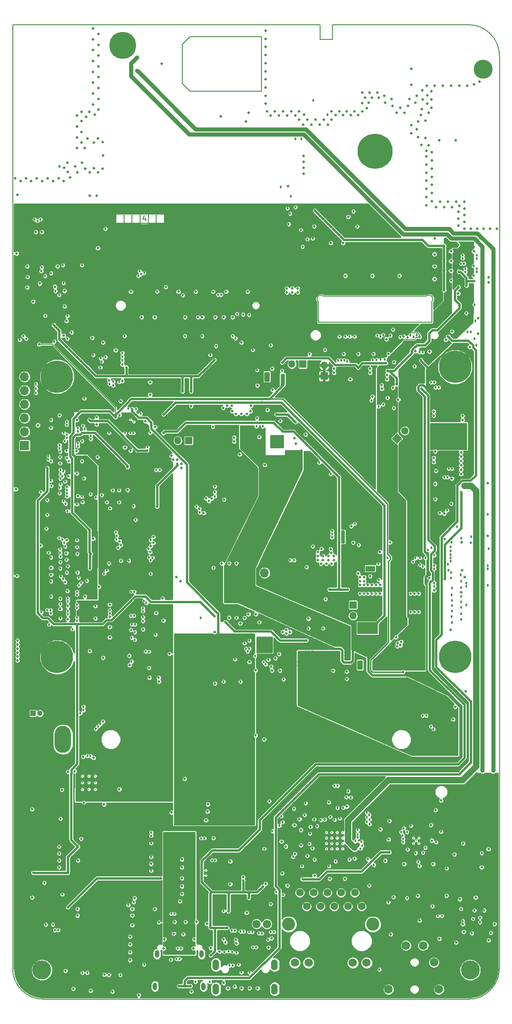
<source format=gbr>
G04 #@! TF.GenerationSoftware,KiCad,Pcbnew,5.0.0*
G04 #@! TF.CreationDate,2018-08-20T15:34:41-04:00*
G04 #@! TF.ProjectId,dvk-mx8m-bsb,64766B2D6D78386D2D6273622E6B6963,v0.1.0*
G04 #@! TF.SameCoordinates,Original*
G04 #@! TF.FileFunction,Copper,L4,Inr,Plane*
G04 #@! TF.FilePolarity,Positive*
%FSLAX46Y46*%
G04 Gerber Fmt 4.6, Leading zero omitted, Abs format (unit mm)*
G04 Created by KiCad (PCBNEW 5.0.0) date Mon Aug 20 15:34:41 2018*
%MOMM*%
%LPD*%
G01*
G04 APERTURE LIST*
G04 #@! TA.AperFunction,NonConductor*
%ADD10C,0.130000*%
G04 #@! TD*
G04 #@! TA.AperFunction,NonConductor*
%ADD11C,0.150000*%
G04 #@! TD*
G04 #@! TA.AperFunction,EtchedComponent*
%ADD12C,0.150000*%
G04 #@! TD*
G04 #@! TA.AperFunction,ViaPad*
%ADD13C,0.300000*%
G04 #@! TD*
G04 #@! TA.AperFunction,ViaPad*
%ADD14C,0.200000*%
G04 #@! TD*
G04 #@! TA.AperFunction,ViaPad*
%ADD15C,0.254000*%
G04 #@! TD*
G04 #@! TA.AperFunction,ViaPad*
%ADD16C,6.000000*%
G04 #@! TD*
G04 #@! TA.AperFunction,ViaPad*
%ADD17C,1.600000*%
G04 #@! TD*
G04 #@! TA.AperFunction,ViaPad*
%ADD18C,3.500000*%
G04 #@! TD*
G04 #@! TA.AperFunction,ViaPad*
%ADD19O,1.250000X2.000000*%
G04 #@! TD*
G04 #@! TA.AperFunction,ViaPad*
%ADD20O,0.800000X1.400000*%
G04 #@! TD*
G04 #@! TA.AperFunction,ViaPad*
%ADD21O,3.000000X5.000000*%
G04 #@! TD*
G04 #@! TA.AperFunction,ViaPad*
%ADD22O,1.350000X1.350000*%
G04 #@! TD*
G04 #@! TA.AperFunction,ViaPad*
%ADD23R,1.350000X1.350000*%
G04 #@! TD*
G04 #@! TA.AperFunction,ViaPad*
%ADD24C,1.350000*%
G04 #@! TD*
G04 #@! TA.AperFunction,Conductor*
%ADD25C,1.350000*%
G04 #@! TD*
G04 #@! TA.AperFunction,Conductor*
%ADD26C,0.100000*%
G04 #@! TD*
G04 #@! TA.AperFunction,ViaPad*
%ADD27C,5.000000*%
G04 #@! TD*
G04 #@! TA.AperFunction,ViaPad*
%ADD28O,1.700000X1.700000*%
G04 #@! TD*
G04 #@! TA.AperFunction,ViaPad*
%ADD29R,1.700000X1.700000*%
G04 #@! TD*
G04 #@! TA.AperFunction,ViaPad*
%ADD30C,1.550000*%
G04 #@! TD*
G04 #@! TA.AperFunction,ViaPad*
%ADD31C,1.400000*%
G04 #@! TD*
G04 #@! TA.AperFunction,ViaPad*
%ADD32C,2.400000*%
G04 #@! TD*
G04 #@! TA.AperFunction,ViaPad*
%ADD33C,1.530000*%
G04 #@! TD*
G04 #@! TA.AperFunction,ViaPad*
%ADD34C,6.500000*%
G04 #@! TD*
G04 #@! TA.AperFunction,ViaPad*
%ADD35C,1.000000*%
G04 #@! TD*
G04 #@! TA.AperFunction,ViaPad*
%ADD36R,1.000000X1.000000*%
G04 #@! TD*
G04 #@! TA.AperFunction,ViaPad*
%ADD37C,0.230000*%
G04 #@! TD*
G04 #@! TA.AperFunction,ViaPad*
%ADD38C,0.457200*%
G04 #@! TD*
G04 #@! TA.AperFunction,ViaPad*
%ADD39C,0.508000*%
G04 #@! TD*
G04 #@! TA.AperFunction,Conductor*
%ADD40C,0.457200*%
G04 #@! TD*
G04 #@! TA.AperFunction,Conductor*
%ADD41C,0.134620*%
G04 #@! TD*
G04 #@! TA.AperFunction,Conductor*
%ADD42C,0.800000*%
G04 #@! TD*
G04 #@! TA.AperFunction,Conductor*
%ADD43C,1.200000*%
G04 #@! TD*
G04 #@! TA.AperFunction,Conductor*
%ADD44C,0.254000*%
G04 #@! TD*
G04 #@! TA.AperFunction,Conductor*
%ADD45C,0.127000*%
G04 #@! TD*
G04 APERTURE END LIST*
D10*
X84555952Y-94121428D02*
X84555952Y-94754761D01*
X84329761Y-93759523D02*
X84103571Y-94438095D01*
X84691666Y-94438095D01*
D11*
X150000000Y-232800000D02*
X150000000Y-64200000D01*
X119150000Y-58500000D02*
X144300000Y-58500000D01*
X119150000Y-61200000D02*
X119150000Y-58500000D01*
X116850000Y-61200000D02*
X119150000Y-61200000D01*
X116850000Y-58500000D02*
X116850000Y-61200000D01*
X144300000Y-238500000D02*
G75*
G03X150000000Y-232800000I0J5700000D01*
G01*
X65700000Y-238500000D02*
X144300000Y-238500000D01*
X150000000Y-64200000D02*
G75*
G03X144300000Y-58500000I-5700000J0D01*
G01*
X116850000Y-58500000D02*
X60000000Y-58500000D01*
X60000000Y-58500000D02*
X60000000Y-232800000D01*
X60000000Y-232800000D02*
G75*
G03X65700000Y-238500000I5700000J0D01*
G01*
D12*
G04 #@! TO.C,LS1601*
X106025000Y-60690000D02*
X92800000Y-60690000D01*
X91375000Y-69365000D02*
X91375000Y-62115000D01*
X106025000Y-70790000D02*
X92800000Y-70790000D01*
X106025000Y-70790000D02*
X106025000Y-60690000D01*
X91375000Y-69365000D02*
X92800000Y-70790000D01*
X92800000Y-60690000D02*
X91375000Y-62115000D01*
G04 #@! TO.C,J1803*
X117500000Y-108640000D02*
G75*
G03X116500000Y-109640000I-500000J-500000D01*
G01*
X137500000Y-113450000D02*
X137500000Y-109640000D01*
X136500000Y-108640000D02*
X117500000Y-108640000D01*
X116500000Y-109640000D02*
X116500000Y-113450000D01*
X116500000Y-113450000D02*
X137500000Y-113450000D01*
X136500000Y-108640000D02*
G75*
G02X137500000Y-109640000I500000J-500000D01*
G01*
G04 #@! TD*
D13*
G04 #@! TO.N,GND*
G04 #@! TO.C,U1701*
X120000000Y-208700000D03*
X120000000Y-209700000D03*
X119000000Y-209700000D03*
X118000000Y-209700000D03*
X118000000Y-210700000D03*
X119000000Y-210700000D03*
X120000000Y-210700000D03*
X121000000Y-210700000D03*
X121000000Y-209700000D03*
X121000000Y-208700000D03*
X121000000Y-207700000D03*
X120000000Y-207700000D03*
X119000000Y-207700000D03*
X118000000Y-207700000D03*
X118000000Y-208700000D03*
X119000000Y-208700000D03*
G04 #@! TD*
D14*
G04 #@! TO.N,GND*
G04 #@! TO.C,U202*
X95750000Y-215585000D03*
X95750000Y-214685000D03*
G04 #@! TD*
D15*
G04 #@! TO.N,GND*
G04 #@! TO.C,U201*
X82400000Y-131840000D03*
X81800000Y-131440000D03*
G04 #@! TD*
D13*
G04 #@! TO.N,GND*
G04 #@! TO.C,U405*
X126097000Y-158926000D03*
G04 #@! TD*
G04 #@! TO.N,GND*
G04 #@! TO.C,U404*
X107000000Y-123500000D03*
G04 #@! TD*
G04 #@! TO.N,GND*
G04 #@! TO.C,U301*
X106550000Y-173900000D03*
X106550000Y-173000000D03*
X106550000Y-172100000D03*
X107450000Y-172100000D03*
X107450000Y-173000000D03*
X107450000Y-173900000D03*
X105650000Y-173900000D03*
X105650000Y-173000000D03*
X105650000Y-172100000D03*
G04 #@! TD*
D16*
G04 #@! TO.N,GND*
G04 #@! TO.C,MOD101*
X68200000Y-123500000D03*
X68200000Y-175300000D03*
X141800000Y-121700000D03*
X141800000Y-175300000D03*
G04 #@! TD*
D17*
G04 #@! TO.N,Net-(C1624-Pad1)*
G04 #@! TO.C,J1601*
X132700000Y-228575000D03*
G04 #@! TO.N,/HP_DET*
X135900000Y-228575000D03*
G04 #@! TO.N,Net-(C1621-Pad1)*
X137900000Y-231675000D03*
G04 #@! TO.N,GND*
X138800000Y-236675000D03*
G04 #@! TO.N,Net-(J1601-Pad1)*
X129500000Y-236675000D03*
G04 #@! TD*
D18*
G04 #@! TO.N,GND*
G04 #@! TO.C,MNT102*
X147000000Y-66750000D03*
G04 #@! TD*
G04 #@! TO.N,GND*
G04 #@! TO.C,MNT101*
X65400000Y-233100000D03*
G04 #@! TD*
G04 #@! TO.N,GND*
G04 #@! TO.C,MNT103*
X144600000Y-233100000D03*
G04 #@! TD*
D19*
G04 #@! TO.N,Net-(C1905-Pad1)*
G04 #@! TO.C,J1901*
X97575000Y-236625000D03*
X108425000Y-236625000D03*
X108425000Y-232125000D03*
X97575000Y-232125000D03*
G04 #@! TD*
D20*
G04 #@! TO.N,Net-(C216-Pad2)*
G04 #@! TO.C,J201*
X95290000Y-236100000D03*
X86670000Y-230150000D03*
X86310000Y-236100000D03*
X94930000Y-230150000D03*
G04 #@! TD*
D21*
G04 #@! TO.N,Net-(BT301-Pad1)*
G04 #@! TO.C,BT301*
X140700000Y-190500000D03*
G04 #@! TO.N,GND*
X69300000Y-190500000D03*
G04 #@! TD*
D22*
G04 #@! TO.N,1V8_P*
G04 #@! TO.C,JP404*
X90525000Y-135300000D03*
D23*
X92525000Y-135300000D03*
G04 #@! TD*
D13*
G04 #@! TO.N,GND*
G04 #@! TO.C,U407*
X124200000Y-177150000D03*
X124200000Y-176350000D03*
G04 #@! TD*
G04 #@! TO.N,GND*
G04 #@! TO.C,U402*
X121025000Y-153075000D03*
G04 #@! TD*
D24*
G04 #@! TO.N,5V_SOM*
G04 #@! TO.C,JP402*
X132489949Y-133510051D03*
D25*
X132489949Y-133510051D02*
X132489949Y-133510051D01*
D24*
X131075735Y-134924265D03*
D26*
G36*
X130121141Y-134924265D02*
X131075735Y-133969671D01*
X132030329Y-134924265D01*
X131075735Y-135878859D01*
X130121141Y-134924265D01*
X130121141Y-134924265D01*
G37*
G04 #@! TD*
D22*
G04 #@! TO.N,5V_P*
G04 #@! TO.C,JP403*
X122920000Y-167660000D03*
D23*
X122920000Y-165660000D03*
G04 #@! TD*
D13*
G04 #@! TO.N,GND*
G04 #@! TO.C,U2201*
X75300000Y-199700000D03*
X74100000Y-199700000D03*
X72900000Y-199700000D03*
X72900000Y-198500000D03*
X72900000Y-197300000D03*
X74100000Y-197300000D03*
X75300000Y-197300000D03*
X74100000Y-198500000D03*
X75300000Y-198500000D03*
G04 #@! TD*
D27*
G04 #@! TO.N,GND*
G04 #@! TO.C,MOD1501*
X80350000Y-62300000D03*
G04 #@! TD*
D28*
G04 #@! TO.N,VBAT_REG*
G04 #@! TO.C,JP301*
X106545500Y-159750000D03*
D29*
X104005500Y-159750000D03*
G04 #@! TD*
D30*
G04 #@! TO.N,Net-(MK1601-Pad2)*
G04 #@! TO.C,MK1601*
X105100000Y-224591000D03*
G04 #@! TO.N,GND*
X107000000Y-224591000D03*
G04 #@! TD*
D31*
G04 #@! TO.N,/Ethernet/ETH_TRX3_N*
G04 #@! TO.C,J1701*
X123245000Y-218810000D03*
G04 #@! TO.N,GND*
X124515000Y-221350000D03*
D32*
G04 #@! TO.N,Net-(FB1703-Pad1)*
X126590000Y-224650000D03*
X111005000Y-224650000D03*
D33*
G04 #@! TO.N,GND*
X125435000Y-231770000D03*
X114705000Y-231770000D03*
G04 #@! TO.N,Net-(J1701-Pad11)*
X112165000Y-231770000D03*
G04 #@! TO.N,Net-(J1701-Pad13)*
X122895000Y-231770000D03*
D31*
G04 #@! TO.N,/Ethernet/ETH_TRX3_P*
X121975000Y-221350000D03*
G04 #@! TO.N,/Ethernet/ETH_TRX2_N*
X119435000Y-221350000D03*
G04 #@! TO.N,/Ethernet/ETH_TRX1_N*
X120705000Y-218810000D03*
G04 #@! TO.N,/Ethernet/ETH_TRX2_P*
X118165000Y-218810000D03*
G04 #@! TO.N,/Ethernet/ETH_TRX1_P*
X116895000Y-221350000D03*
G04 #@! TO.N,/Ethernet/ETH_TRX0_N*
X115625000Y-218810000D03*
G04 #@! TO.N,/Ethernet/ETH_TRX0_P*
X114355000Y-221350000D03*
G04 #@! TO.N,Net-(C1719-Pad1)*
X113085000Y-218810000D03*
G04 #@! TD*
D34*
G04 #@! TO.N,GND*
G04 #@! TO.C,MOD1801*
X127000000Y-81840000D03*
G04 #@! TD*
D13*
G04 #@! TO.N,GND*
G04 #@! TO.C,U401*
X109640000Y-136245000D03*
X109640000Y-134645000D03*
X108040000Y-134645000D03*
X108040000Y-136245000D03*
X108840000Y-135445000D03*
G04 #@! TD*
D35*
G04 #@! TO.N,Net-(C2401-Pad1)*
G04 #@! TO.C,J2401*
X65025000Y-185700000D03*
D36*
G04 #@! TO.N,GND*
X63775000Y-185700000D03*
G04 #@! TD*
D37*
G04 #@! TO.N,GND*
G04 #@! TO.C,U1601*
X134600000Y-209200000D03*
X134100000Y-208700000D03*
X135100000Y-208700000D03*
X135100000Y-209700000D03*
X134100000Y-209700000D03*
G04 #@! TD*
D28*
G04 #@! TO.N,Net-(J701-Pad6)*
G04 #@! TO.C,J701*
X62200000Y-123500000D03*
G04 #@! TO.N,/UART Debug/TX->RX*
X62200000Y-126040000D03*
G04 #@! TO.N,/UART Debug/RX<-TX*
X62200000Y-128580000D03*
G04 #@! TO.N,Net-(J701-Pad3)*
X62200000Y-131120000D03*
G04 #@! TO.N,Net-(J701-Pad2)*
X62200000Y-133660000D03*
D29*
G04 #@! TO.N,GND*
X62200000Y-136200000D03*
G04 #@! TD*
D22*
G04 #@! TO.N,3V3*
G04 #@! TO.C,JP401*
X111620000Y-121200000D03*
D23*
X113620000Y-121200000D03*
G04 #@! TD*
D22*
G04 #@! TO.N,3V3_P*
G04 #@! TO.C,JP1801*
X117600000Y-121400000D03*
D23*
X117600000Y-123400000D03*
G04 #@! TD*
D38*
G04 #@! TO.N,GND*
X127700000Y-129000000D03*
X101360000Y-168028500D03*
D39*
X106487500Y-190500000D03*
X79962500Y-128015000D03*
X86345000Y-132769500D03*
X89950000Y-224200000D03*
X93986000Y-224239277D03*
X91950000Y-224200000D03*
X103600000Y-167362500D03*
X104950000Y-167362500D03*
X102870000Y-168062500D03*
X107955000Y-177787500D03*
X110600000Y-170920000D03*
X110600000Y-170245000D03*
X111275000Y-170650000D03*
X109925000Y-170650000D03*
X81700000Y-231265000D03*
X81700000Y-228365000D03*
X81700000Y-226915000D03*
X81700000Y-229815000D03*
X91800000Y-197798000D03*
X96087500Y-202475000D03*
X93550000Y-227390000D03*
X88050000Y-227390000D03*
X93425000Y-229090000D03*
X87925000Y-229090000D03*
X90937500Y-220410000D03*
X113000000Y-205215000D03*
X97412500Y-180150000D03*
X75532500Y-132345000D03*
X91290000Y-217635000D03*
X91290000Y-219060000D03*
X91290000Y-212635000D03*
X100210000Y-217235000D03*
X100210000Y-213035000D03*
X95735000Y-205410000D03*
X96001000Y-203825000D03*
X103777500Y-176200000D03*
X104915000Y-177750000D03*
X100010000Y-157971500D03*
X101360000Y-157971500D03*
X114687000Y-168187000D03*
X114337000Y-158667000D03*
X112165000Y-211650000D03*
X127985000Y-207100000D03*
X71890000Y-131500000D03*
X75532500Y-130995000D03*
X113930000Y-75110000D03*
X129900000Y-226500000D03*
X135240000Y-223960000D03*
X134900000Y-219400000D03*
X130400000Y-219600000D03*
X132385000Y-213500000D03*
X137715000Y-213500000D03*
X137500000Y-209175000D03*
X137325000Y-206325000D03*
X143275000Y-209700000D03*
X146700000Y-214100000D03*
X136300000Y-76175000D03*
X130075000Y-72200000D03*
X133325000Y-72200000D03*
X141900000Y-79810800D03*
X138900000Y-79810800D03*
X133710800Y-69600000D03*
X133710800Y-66600000D03*
X81250000Y-144420000D03*
X74900000Y-153435000D03*
X76920000Y-202500000D03*
X79720000Y-199700000D03*
X89350000Y-204000000D03*
X85600000Y-213485000D03*
X73365000Y-164100000D03*
X107300000Y-228930000D03*
X83325000Y-237725000D03*
X78425000Y-237075000D03*
X74425000Y-236932200D03*
X82100000Y-223000000D03*
X71209261Y-236548320D03*
X69100000Y-199800000D03*
X63600000Y-219700000D03*
X63600000Y-203400000D03*
X121800000Y-202900000D03*
X136300000Y-79425000D03*
X131700000Y-73800000D03*
X134700000Y-77800000D03*
X128700000Y-71600000D03*
X127400000Y-71000000D03*
X128900000Y-72900000D03*
X127700000Y-72000000D03*
X126000000Y-71000000D03*
X124600000Y-71000000D03*
X126425000Y-72000000D03*
X125150000Y-72000000D03*
X139550000Y-69725000D03*
X138050000Y-69725000D03*
X136550000Y-69725000D03*
X141050000Y-69725000D03*
X142550000Y-69725000D03*
X144050000Y-69725000D03*
X146300000Y-68975000D03*
X145300000Y-69475000D03*
X130250000Y-73500000D03*
X133150000Y-73500000D03*
X135700000Y-70600000D03*
X134700000Y-71600000D03*
X137400000Y-70800000D03*
X136650000Y-73050000D03*
X134500000Y-72900000D03*
X136900000Y-74800000D03*
X137400000Y-73800000D03*
X137400000Y-72300000D03*
X136650000Y-71550000D03*
X135800000Y-72300000D03*
X135650000Y-74050000D03*
X135450000Y-75150000D03*
X137550000Y-82075000D03*
X136900000Y-80800000D03*
X137550000Y-83575000D03*
X137550000Y-85075000D03*
X137550000Y-86575000D03*
X137550000Y-88075000D03*
X137550000Y-89575000D03*
X137550000Y-91075000D03*
X139000000Y-91175000D03*
X140500000Y-91175000D03*
X142000000Y-91175000D03*
X143500000Y-91175000D03*
X143500000Y-92425000D03*
X143500000Y-93675000D03*
X143500000Y-94925000D03*
X143500000Y-96175000D03*
X144700000Y-96175000D03*
X145900000Y-96175000D03*
X147100000Y-96175000D03*
X148300000Y-96175000D03*
X149500000Y-96175000D03*
X136500000Y-87325000D03*
X136500000Y-90325000D03*
X136500000Y-88825000D03*
X136500000Y-85825000D03*
X136500000Y-91825000D03*
X136500000Y-82825000D03*
X136500000Y-84325000D03*
X138275000Y-92225000D03*
X139775000Y-92225000D03*
X141275000Y-92225000D03*
X142400000Y-93050000D03*
X142600000Y-91950000D03*
X142400000Y-94300000D03*
X142400000Y-95550000D03*
X136500000Y-81775000D03*
X135000000Y-76350000D03*
X135000000Y-79250000D03*
X135525000Y-80650000D03*
X124600000Y-73000000D03*
X132450000Y-74800000D03*
X130950000Y-74800000D03*
X133675000Y-77050000D03*
X133675000Y-78550000D03*
X118449164Y-202107627D03*
X145600000Y-219700000D03*
X142700000Y-220000000D03*
X138900000Y-227300000D03*
X140202007Y-219367985D03*
X125800000Y-72900000D03*
X124600000Y-74500000D03*
X123200000Y-74500000D03*
X121800000Y-74500000D03*
X120400000Y-74500000D03*
X119000000Y-74500000D03*
X119000000Y-76000000D03*
X117500000Y-76000000D03*
X116000000Y-76000000D03*
X114500000Y-76000000D03*
X112250000Y-75250000D03*
X113000000Y-74500000D03*
X111500000Y-74500000D03*
X110000000Y-74500000D03*
X108500000Y-74500000D03*
X106800000Y-73100000D03*
X106800000Y-71600000D03*
X106800000Y-70100000D03*
X106800000Y-68600000D03*
X106800000Y-67100000D03*
X106800000Y-64100000D03*
X106800000Y-65600000D03*
X106800000Y-62600000D03*
X106800000Y-61100000D03*
X106800000Y-59600000D03*
X113000000Y-76000000D03*
X110750000Y-75250000D03*
X109250000Y-75250000D03*
X107750000Y-75250000D03*
X118250000Y-77000000D03*
X115250000Y-77000000D03*
X113750000Y-77000000D03*
X116750000Y-77000000D03*
X119700000Y-75200000D03*
X121100000Y-75200000D03*
X122500000Y-75200000D03*
X123900000Y-75200000D03*
X125500000Y-73900000D03*
X107000000Y-74500000D03*
X101240000Y-227500000D03*
X107200000Y-227500000D03*
X101400000Y-228150000D03*
X107850000Y-227250000D03*
X99000000Y-227450000D03*
X95900000Y-224550000D03*
X128900000Y-212900000D03*
X125651680Y-212600000D03*
X65399999Y-96800000D03*
X60750000Y-100750000D03*
X75750000Y-99750000D03*
X60900000Y-89900000D03*
X74250000Y-90100000D03*
X75500000Y-90100000D03*
X62750000Y-105100000D03*
X63800000Y-109615000D03*
X83850000Y-112500000D03*
X86250000Y-112500000D03*
X91850000Y-112500000D03*
X94250000Y-112500000D03*
X95050000Y-112500000D03*
X81850000Y-107800000D03*
X90650000Y-107800000D03*
X100650000Y-112500000D03*
X80300000Y-124300000D03*
X77800000Y-124200000D03*
X79050000Y-118600000D03*
X69400000Y-115900000D03*
X115800000Y-215635000D03*
X118600000Y-216235000D03*
X121400000Y-216235000D03*
X77950000Y-171650000D03*
X71987500Y-223050000D03*
X98232500Y-229698000D03*
X102300000Y-236450000D03*
X103800000Y-236450000D03*
X105290000Y-236450000D03*
X99800000Y-236450000D03*
X101040000Y-236135000D03*
X99000000Y-112500000D03*
X76700000Y-117200000D03*
X103450000Y-107800000D03*
X99450000Y-107800000D03*
X97050000Y-107800000D03*
X93850000Y-107800000D03*
X102300000Y-117200000D03*
X102300000Y-117200000D03*
X74700000Y-116312500D03*
D38*
X100650000Y-115977080D03*
X91850000Y-115977080D03*
X95050000Y-115977080D03*
D39*
X69600000Y-110500000D03*
X69956585Y-113218343D03*
X119400000Y-122800000D03*
X119400000Y-122000000D03*
X126100000Y-122000000D03*
X113765000Y-82700000D03*
X113765000Y-83800000D03*
X113765000Y-84900000D03*
X113765000Y-86000000D03*
X70185000Y-85650000D03*
X68650000Y-84637000D03*
X71570000Y-84637000D03*
X75025000Y-80300000D03*
X75025000Y-85000000D03*
X70110000Y-83987000D03*
X126700000Y-119300000D03*
X110900000Y-88300000D03*
X87600000Y-65740000D03*
X134500000Y-118800000D03*
X110525000Y-210273000D03*
X113300000Y-210085000D03*
X113300000Y-207225000D03*
X112075000Y-206327000D03*
X76712500Y-175412500D03*
X74231647Y-174187500D03*
X74973761Y-193900000D03*
X143000000Y-154100000D03*
X141218516Y-115131484D03*
X143399998Y-226050000D03*
X60600000Y-144285000D03*
X60800000Y-160285000D03*
D38*
X98992800Y-222200000D03*
D39*
X142900000Y-163324620D03*
X137900000Y-163000000D03*
X141000000Y-170300000D03*
X139900000Y-153500000D03*
X143100000Y-159256514D03*
X138100000Y-146124620D03*
X60470000Y-86860000D03*
X62470000Y-86860000D03*
X64470000Y-86860000D03*
X66470000Y-86860000D03*
X68470000Y-86860000D03*
X69470000Y-87360000D03*
X63470000Y-87360000D03*
X61470000Y-87360000D03*
X65470000Y-87360000D03*
X67470000Y-87360000D03*
X72800000Y-84000000D03*
X73300000Y-81300000D03*
X71900000Y-81300000D03*
X76600000Y-85100000D03*
X71900000Y-79300000D03*
X71900000Y-77300000D03*
X71900000Y-75300000D03*
X72700000Y-74560000D03*
X72700000Y-76300000D03*
X72700000Y-78300000D03*
X72700000Y-80300000D03*
X74200000Y-74560000D03*
X74860000Y-73200000D03*
X74860000Y-71200000D03*
X74860000Y-69200000D03*
X74860000Y-67200000D03*
X74860000Y-65200000D03*
X74860000Y-63200000D03*
X74860000Y-61200000D03*
X74860000Y-59200000D03*
X75860000Y-72200000D03*
X75860000Y-60200000D03*
X75860000Y-74200000D03*
X75860000Y-70200000D03*
X75860000Y-68200000D03*
X75860000Y-62200000D03*
X75860000Y-64200000D03*
X75860000Y-66200000D03*
X73575000Y-75500000D03*
X76695000Y-82650000D03*
X73850000Y-79475000D03*
X75800000Y-79475000D03*
X75775000Y-85800000D03*
X73450000Y-85100000D03*
X74225000Y-85800000D03*
X75200000Y-75100000D03*
X69535000Y-84950000D03*
X70600000Y-86700000D03*
X72010000Y-85760000D03*
X80750000Y-136548320D03*
X105560000Y-134655000D03*
X105165000Y-131150000D03*
X112380000Y-135919000D03*
X112120000Y-134887500D03*
X121185000Y-119300000D03*
X123885000Y-119300000D03*
X106585000Y-139800000D03*
X107980000Y-122022500D03*
X101290000Y-130400000D03*
X102290000Y-130400000D03*
X103290000Y-130400000D03*
X108046000Y-125930000D03*
X105220000Y-125120000D03*
X137849998Y-129925000D03*
X137850000Y-130725000D03*
X143150000Y-130725000D03*
X142890000Y-137500000D03*
X138110000Y-137300000D03*
X142890000Y-138300000D03*
X142890000Y-139100000D03*
X142890000Y-139900000D03*
X142890000Y-140700000D03*
X142890000Y-141500000D03*
X67110000Y-160100000D03*
X67110000Y-158800000D03*
X64660000Y-132470000D03*
X86285000Y-221800000D03*
X82530000Y-219825000D03*
X103270034Y-222524966D03*
X102600000Y-215900000D03*
X107700000Y-220900000D03*
X76600000Y-80200000D03*
X75683940Y-138346060D03*
X71850000Y-137248000D03*
X72070000Y-212860000D03*
X143150000Y-131510000D03*
X121025000Y-154030000D03*
X117075000Y-155285000D03*
X127717000Y-161051000D03*
X127887500Y-155900000D03*
X123875000Y-159812500D03*
X146057359Y-112688369D03*
X132300000Y-116100000D03*
X145250000Y-103050000D03*
D38*
X145400000Y-110200000D03*
D39*
X145250000Y-104850000D03*
X141190000Y-142300000D03*
X141025000Y-103950000D03*
X141025000Y-102150000D03*
X141025000Y-100350000D03*
X142375000Y-108150000D03*
X137980000Y-105460000D03*
X137980000Y-97990000D03*
X137980000Y-103101514D03*
X137980000Y-100887500D03*
X148050000Y-106130000D03*
X148050000Y-105185000D03*
X77950000Y-167850000D03*
X77950000Y-169750000D03*
X68800000Y-166400000D03*
X69900000Y-156100000D03*
X70000000Y-153700000D03*
X70200000Y-158500000D03*
X70200000Y-165900000D03*
X70326859Y-141892852D03*
X72911802Y-146671222D03*
X72033447Y-145544510D03*
X145261177Y-100361866D03*
X114150500Y-134187000D03*
X100590000Y-129884500D03*
X103990000Y-129882500D03*
X100490000Y-128882500D03*
X104090000Y-128882500D03*
X100947200Y-134750000D03*
X100947200Y-135500000D03*
X101987500Y-137845000D03*
X84100000Y-170150000D03*
X70100000Y-163100000D03*
X87850000Y-168562500D03*
X75975000Y-162315000D03*
X126100000Y-122800000D03*
X100000000Y-168028500D03*
X97350000Y-170650000D03*
X86500000Y-167150000D03*
X143590000Y-160520000D03*
X134332500Y-163560000D03*
X133582500Y-163560000D03*
X135082500Y-163560000D03*
X134332500Y-166960000D03*
X133582500Y-166960000D03*
X135082500Y-166960000D03*
X121765000Y-177975000D03*
X119250000Y-177787500D03*
X121765000Y-179325000D03*
X111700000Y-107175000D03*
X110700000Y-107175000D03*
X112700000Y-107175000D03*
X112700000Y-107925000D03*
X110700000Y-107925000D03*
X111700000Y-107925000D03*
X126525000Y-127160000D03*
X129198000Y-123984000D03*
X98660000Y-157971500D03*
X128215000Y-125075000D03*
D38*
X117750000Y-118522920D03*
D39*
X129100000Y-116551680D03*
X118830000Y-98825000D03*
X122060000Y-93975000D03*
X131825000Y-172437500D03*
X131200000Y-172700000D03*
X131100000Y-173300000D03*
X130900000Y-171600000D03*
X144500000Y-118000000D03*
X149100000Y-224615000D03*
X68660000Y-130620000D03*
X122400000Y-123985002D03*
X129440000Y-119300000D03*
X143740000Y-181650000D03*
X141815000Y-184450000D03*
X147850000Y-152899998D03*
X147850000Y-143200000D03*
X93035000Y-237085000D03*
X87046243Y-224303757D03*
D38*
X66015000Y-112240000D03*
D39*
X67800000Y-106900000D03*
X148000000Y-227600000D03*
X70057660Y-143868456D03*
X131697988Y-173097988D03*
X130500000Y-120815000D03*
X77950000Y-165600000D03*
X99700000Y-128875000D03*
X98925000Y-129250000D03*
X70000000Y-138500000D03*
X62700000Y-107000000D03*
X103612500Y-74750000D03*
X103150000Y-76332500D03*
X69600000Y-107650000D03*
X98470000Y-75450000D03*
X129500000Y-208965000D03*
X141675500Y-211725000D03*
X129651000Y-205549000D03*
X138212500Y-203550000D03*
X142000000Y-228035000D03*
X143225000Y-224645002D03*
X147970000Y-210750000D03*
X139200000Y-201780000D03*
X88300000Y-106952920D03*
X131500000Y-104865000D03*
X126500000Y-104865000D03*
X121500000Y-104865000D03*
X115750000Y-95745000D03*
X93000000Y-128935000D03*
X97100000Y-208730000D03*
X60870000Y-172212500D03*
X60870000Y-175962500D03*
X60870000Y-173712500D03*
X60870000Y-172962500D03*
X60870000Y-174462500D03*
X60870000Y-175212500D03*
X87030000Y-179800000D03*
X85400000Y-124530000D03*
X90250000Y-160500000D03*
X91000000Y-161250000D03*
X87730000Y-164440000D03*
X73017012Y-193717010D03*
X70227011Y-196507011D03*
X81550000Y-175049998D03*
X85200000Y-177287500D03*
X107085000Y-129650000D03*
D38*
X72850000Y-135370000D03*
D39*
X65015000Y-106300000D03*
X68300000Y-103128320D03*
X62700000Y-103128320D03*
X69750000Y-233240000D03*
X109415000Y-177787500D03*
X70200007Y-168299993D03*
X138960000Y-148650000D03*
X137850000Y-139287500D03*
X137850000Y-138487500D03*
X138262500Y-140900000D03*
X138110000Y-143300000D03*
X109700000Y-209375000D03*
X109850000Y-215250000D03*
X102085000Y-169062500D03*
X85400000Y-155900000D03*
X85500000Y-154800000D03*
X86000000Y-154200000D03*
X86000000Y-153100000D03*
X94500000Y-147900000D03*
X95300000Y-148700000D03*
X95800000Y-146000000D03*
X96800000Y-146000000D03*
X140100000Y-116700000D03*
X137050000Y-118850000D03*
X79800000Y-153900000D03*
X79500000Y-155100000D03*
X122600000Y-151108600D03*
X121025000Y-152120000D03*
X119057500Y-152002500D03*
X137000000Y-160700000D03*
X97450000Y-112500000D03*
G04 #@! TO.N,Net-(BT301-Pad1)*
X115385000Y-176845000D03*
X115385000Y-176225000D03*
X115385000Y-175605000D03*
X115385000Y-174985000D03*
X115385000Y-174365000D03*
X114765000Y-174365000D03*
X114765000Y-174985000D03*
X114765000Y-175605000D03*
X114765000Y-176845000D03*
X114765000Y-176225000D03*
X114145000Y-176845000D03*
X113525000Y-176845000D03*
X112905000Y-176845000D03*
X114145000Y-176225000D03*
X113525000Y-176225000D03*
X112905000Y-176225000D03*
X114145000Y-175605000D03*
X114145000Y-174985000D03*
X114145000Y-174365000D03*
G04 #@! TO.N,5V_SOM*
X138110000Y-132300000D03*
X138110000Y-132300000D03*
X138110000Y-133100000D03*
X138110000Y-133900000D03*
X138110000Y-134700000D03*
X138110000Y-135500000D03*
X138110000Y-136500000D03*
X142890000Y-132300000D03*
X142890000Y-133100000D03*
X142890000Y-133900000D03*
X142890000Y-134700000D03*
X142890000Y-135500000D03*
X142890000Y-136500000D03*
X118775000Y-155335000D03*
X116400000Y-155900000D03*
X117400000Y-157400000D03*
X118400000Y-157400000D03*
X119400000Y-157400000D03*
X119000000Y-158050000D03*
X118000000Y-158050000D03*
X117000000Y-158050000D03*
X116400000Y-157400000D03*
X116400000Y-156650000D03*
X119400000Y-156650000D03*
X118400000Y-156650000D03*
X117400000Y-156650000D03*
X118900000Y-156050000D03*
G04 #@! TO.N,3V3_OUT*
X66410000Y-144610000D03*
X66410000Y-140390000D03*
X74160000Y-131500000D03*
X87860000Y-133900000D03*
X84827896Y-137124409D03*
X142890000Y-144900000D03*
X139900000Y-160900000D03*
X97290400Y-167700000D03*
X70210000Y-215120000D03*
X63810000Y-215120000D03*
X72070000Y-210330000D03*
X121900000Y-162800000D03*
X118537000Y-162800000D03*
X114300000Y-172200000D03*
X99300000Y-168800004D03*
D38*
G04 #@! TO.N,/ENET_2V5*
X123816967Y-209857570D03*
X114500000Y-212000000D03*
X126800000Y-213700000D03*
X143500000Y-143700000D03*
X108700000Y-218700000D03*
X115400010Y-210622920D03*
X109650000Y-204700000D03*
X113962955Y-204462955D03*
D39*
G04 #@! TO.N,1V8_P*
X100210000Y-218735000D03*
X91290000Y-214135000D03*
X91292000Y-216135000D03*
X99900000Y-222250000D03*
X96550000Y-225300000D03*
X102600000Y-216550000D03*
X103650000Y-219800000D03*
X106250000Y-217650000D03*
X146068990Y-115600000D03*
X131285006Y-127750000D03*
X142449000Y-106950000D03*
X139750000Y-99312500D03*
X139750000Y-102131514D03*
X139750000Y-104061514D03*
X128250000Y-125750000D03*
X115835000Y-92800000D03*
X139750000Y-107500000D03*
X90462500Y-138870000D03*
X90462500Y-139620000D03*
X89712500Y-138870000D03*
X89362500Y-138120000D03*
X91212500Y-139620000D03*
X91212500Y-140370000D03*
X129265000Y-122400000D03*
X129650000Y-211350000D03*
X70200000Y-221500000D03*
X96600000Y-230400000D03*
X97400000Y-211000000D03*
D38*
X87400000Y-216135000D03*
D39*
X113600000Y-216300000D03*
X86700000Y-143600000D03*
X86700000Y-147500000D03*
X81000000Y-121800000D03*
X67600000Y-114000000D03*
X129000000Y-121000000D03*
X109800000Y-120900000D03*
X123850000Y-121800000D03*
X97300000Y-120400000D03*
X91400000Y-126200000D03*
X93000000Y-126200000D03*
X135600000Y-125700000D03*
X142600000Y-110166514D03*
D38*
X94950000Y-216850000D03*
D39*
X99650000Y-225300000D03*
X106750000Y-217150000D03*
D38*
X137500000Y-178100000D03*
D39*
X131000000Y-124900000D03*
D38*
G04 #@! TO.N,VBUS*
X100326000Y-172250000D03*
X99470000Y-171750000D03*
X101182000Y-173750000D03*
X101182000Y-172750000D03*
X101182000Y-171750000D03*
X100326000Y-171250000D03*
X100326000Y-173250000D03*
X99470000Y-173750000D03*
D39*
X104075000Y-171155000D03*
X102980000Y-171337500D03*
X93000000Y-203824667D03*
X90600000Y-202916334D03*
X90600000Y-203824667D03*
X91400000Y-202916334D03*
X91400000Y-203824667D03*
X92200000Y-203824667D03*
X92200000Y-202916334D03*
X93000000Y-202916334D03*
D38*
X100326000Y-174250000D03*
X102038000Y-172250000D03*
X102038000Y-173250000D03*
X102038000Y-174250000D03*
X99470000Y-172750000D03*
D39*
X82093335Y-129480140D03*
D38*
G04 #@! TO.N,/USB-C/BYPASS*
X77807500Y-133900000D03*
D39*
G04 #@! TO.N,3V3*
X79007500Y-130995000D03*
X74200000Y-151815000D03*
X74435000Y-156200000D03*
X64910000Y-117537500D03*
X74252989Y-158912989D03*
X110020000Y-124725000D03*
X110020000Y-123975000D03*
X110020000Y-123225000D03*
X112280000Y-131912500D03*
X108760000Y-130450000D03*
X132150000Y-178050000D03*
G04 #@! TO.N,5V_P*
X76100000Y-201125000D03*
X126097000Y-160351000D03*
X124200000Y-160500000D03*
X124950000Y-160500000D03*
X124200000Y-161250000D03*
X124950000Y-161250000D03*
X124200000Y-162000000D03*
X124950000Y-162000000D03*
X124950000Y-162000000D03*
X124200000Y-162000000D03*
X126450000Y-162000000D03*
X125700000Y-162000000D03*
X127950000Y-162000000D03*
X127200000Y-162000000D03*
X124950000Y-163561610D03*
X124200000Y-163561610D03*
X127950000Y-163561610D03*
X127200000Y-163561610D03*
X126450000Y-163561610D03*
X125700000Y-163561610D03*
X124000000Y-169100000D03*
X125600000Y-169100000D03*
X126400000Y-169100000D03*
X124800000Y-169100000D03*
X127200000Y-169100000D03*
X125600000Y-169900000D03*
X124800000Y-169900000D03*
X127200000Y-169900000D03*
X126400000Y-169900000D03*
X124000000Y-169900000D03*
X124000000Y-170700000D03*
X124800000Y-170700000D03*
X125600000Y-170700000D03*
X126400000Y-170700000D03*
X77950000Y-169100000D03*
X89300000Y-179800000D03*
X87893000Y-130494500D03*
X85399992Y-126800000D03*
X73000000Y-165300000D03*
X127200000Y-170700000D03*
X106115000Y-128250000D03*
X72670496Y-136645496D03*
G04 #@! TO.N,Net-(C216-Pad2)*
X96612500Y-229000000D03*
D38*
G04 #@! TO.N,/Battery/RGEN*
X105600000Y-168875000D03*
D39*
G04 #@! TO.N,VBAT*
X109240000Y-174720000D03*
X108565000Y-175512500D03*
G04 #@! TO.N,VBAT_REG*
X99295333Y-165050000D03*
X99295333Y-164366666D03*
X99295333Y-163683333D03*
X99295333Y-163000000D03*
X99295333Y-162316667D03*
X99295333Y-161633333D03*
X99295333Y-160950000D03*
X100327667Y-165050000D03*
X100327667Y-164366666D03*
X100327667Y-163683333D03*
X100327667Y-163000000D03*
X100327667Y-162316667D03*
X100327667Y-161633333D03*
X100327667Y-160950000D03*
X101360000Y-165050000D03*
X101360000Y-164366666D03*
X101360000Y-163683333D03*
X101360000Y-162316667D03*
X101360000Y-163000000D03*
X101360000Y-161633333D03*
X101360000Y-160950000D03*
X104500000Y-134315000D03*
X111740000Y-139640000D03*
X112290000Y-139090000D03*
X111190000Y-140190000D03*
X113380000Y-137194000D03*
X113380000Y-137944000D03*
X111540000Y-138890000D03*
X110790000Y-139173000D03*
X111540000Y-138140004D03*
X110445000Y-140448000D03*
X122950000Y-154147500D03*
X104000000Y-136000000D03*
X104000000Y-135250000D03*
X121515000Y-174425000D03*
X122215000Y-174425000D03*
X122215000Y-175037500D03*
X121515000Y-175037500D03*
X121515000Y-175650000D03*
X122215000Y-175650000D03*
X103250000Y-135250000D03*
X103250000Y-136000000D03*
X103625000Y-133750000D03*
X103625000Y-133000000D03*
X103625000Y-134500000D03*
X104000000Y-136750000D03*
X103250000Y-136750000D03*
G04 #@! TO.N,3V3_P*
X106950000Y-205800000D03*
X114900000Y-91900000D03*
X135000000Y-224900000D03*
X137925000Y-222100000D03*
X144075000Y-209700000D03*
X81250000Y-140180000D03*
X78830000Y-137500000D03*
X137500000Y-219600000D03*
X122800000Y-202900000D03*
X143400000Y-228600000D03*
X88300000Y-116300000D03*
X105085000Y-116015000D03*
X81050000Y-107800000D03*
X93050000Y-107800000D03*
X104250000Y-107800000D03*
D38*
X103700000Y-111235382D03*
X80500000Y-112400000D03*
X79700000Y-117200000D03*
D39*
X74700000Y-110087500D03*
X110625000Y-101700000D03*
D38*
X81900000Y-109222920D03*
X88300000Y-109222920D03*
D39*
X64500000Y-115800000D03*
X93430000Y-117200000D03*
X119515000Y-119985000D03*
X122700000Y-120100002D03*
D38*
X108800000Y-92600000D03*
D39*
X112650000Y-93450000D03*
X73415000Y-138297000D03*
X63300000Y-181825000D03*
X110350000Y-232350000D03*
X64550000Y-135325000D03*
X60854000Y-152515000D03*
X111000000Y-119400000D03*
X110000000Y-117100000D03*
X100540000Y-121532500D03*
X100540000Y-122282500D03*
X100540000Y-123032500D03*
X99790000Y-122282500D03*
X99790000Y-123032500D03*
X99790000Y-121532500D03*
X99040000Y-122282500D03*
X99040000Y-121532500D03*
X99040000Y-123032500D03*
X99040000Y-123782500D03*
X99790000Y-123782500D03*
X100540000Y-123782500D03*
X94925000Y-225174998D03*
X137500000Y-223700000D03*
X99040000Y-124532500D03*
X99790000Y-124532500D03*
X100540000Y-124532500D03*
X99050000Y-115950000D03*
X110000000Y-114862500D03*
X110000000Y-115612500D03*
X110000000Y-116362500D03*
X113400000Y-114862500D03*
X113400000Y-116362500D03*
X113400000Y-115612500D03*
X110000000Y-98737500D03*
X113400000Y-100237500D03*
X110000000Y-100237500D03*
X110000000Y-99487500D03*
X111000000Y-97987500D03*
X111800000Y-119200000D03*
X119690000Y-95100000D03*
X119790000Y-93975000D03*
X135245246Y-116122622D03*
X64860000Y-218900000D03*
X129231000Y-123150000D03*
X122450000Y-123150000D03*
X123850000Y-123015000D03*
X130309000Y-125549000D03*
X134551680Y-204025000D03*
X96850000Y-91800000D03*
X139200000Y-204050000D03*
X145750000Y-211350000D03*
X131500000Y-107135000D03*
X126500000Y-107135000D03*
X121500000Y-107135000D03*
X60870000Y-165237500D03*
X60870000Y-168237500D03*
X60870000Y-165987500D03*
X60870000Y-167487500D03*
X60870000Y-168987500D03*
X60870000Y-166737500D03*
X113300000Y-206185000D03*
X135500000Y-120400000D03*
X109900000Y-213800000D03*
D38*
G04 #@! TO.N,Net-(C416-Pad1)*
X119057500Y-152613000D03*
X123250000Y-150650000D03*
D39*
G04 #@! TO.N,2V8_P*
X140510000Y-116060000D03*
X143900000Y-106650000D03*
X145300000Y-105820000D03*
X143817009Y-116817009D03*
X142500000Y-104100000D03*
X92900000Y-236050000D03*
X121100000Y-98825000D03*
X90700000Y-236050000D03*
G04 #@! TO.N,3V3_SNVS*
X141435000Y-186800000D03*
X139800000Y-148800000D03*
G04 #@! TO.N,3V3_SD*
X76950000Y-233950000D03*
X82100006Y-221800000D03*
X82099992Y-224800000D03*
X85300000Y-179100000D03*
X89000000Y-174700000D03*
X71987500Y-221800000D03*
X87000000Y-179100000D03*
X81600000Y-176800000D03*
D38*
G04 #@! TO.N,/USB Hub + SDIO Bridge/RDRV33*
X84100000Y-168650000D03*
X82000000Y-171700000D03*
X82600000Y-170700000D03*
G04 #@! TO.N,/SD2_~RST*
X75300000Y-168150000D03*
X75300000Y-165900000D03*
X141100000Y-160700004D03*
X129838369Y-115900000D03*
X115500014Y-98000000D03*
X129300000Y-157000000D03*
X84070000Y-167900000D03*
X97100000Y-158797508D03*
X115500000Y-154850000D03*
G04 #@! TO.N,/USB Hub + SDIO Bridge/RDRV5*
X85200000Y-174300000D03*
X86400000Y-171150000D03*
G04 #@! TO.N,Net-(C1301-Pad1)*
X145700000Y-117675000D03*
X144700000Y-154200000D03*
G04 #@! TO.N,/BTN2*
X65184799Y-154700000D03*
X68785132Y-155315977D03*
G04 #@! TO.N,/SYS_~RST*
X73100000Y-184450000D03*
X76250000Y-187650000D03*
X69400000Y-146500000D03*
X68830000Y-143370000D03*
G04 #@! TO.N,/ONOFF*
X61300000Y-116700000D03*
X106800000Y-176650000D03*
X79700000Y-146700000D03*
X67152000Y-143682000D03*
X111299998Y-157400000D03*
G04 #@! TO.N,/WWAN mPCIe/UIM-PWR*
X64300000Y-96800000D03*
X83234620Y-104900000D03*
X67900000Y-107700000D03*
X65400000Y-103300000D03*
X69400000Y-106200000D03*
G04 #@! TO.N,/WWAN mPCIe/UIM-CLK*
X64050000Y-94450000D03*
X84300000Y-104350004D03*
X67099994Y-104400000D03*
G04 #@! TO.N,/WWAN mPCIe/UIM-RESET*
X64572526Y-94711263D03*
X65999996Y-104899996D03*
X83500000Y-104000000D03*
G04 #@! TO.N,/WWAN mPCIe/UIM-DATA*
X65150000Y-94450000D03*
X65300016Y-104000000D03*
X83736373Y-104553716D03*
X83736372Y-104553716D03*
G04 #@! TO.N,/WWAN mPCIe/SIM_DETECT_I*
X77150000Y-96200000D03*
X69300000Y-102900000D03*
G04 #@! TO.N,Net-(C1604-Pad1)*
X134500000Y-211500000D03*
X139200000Y-207550000D03*
G04 #@! TO.N,Net-(C1606-Pad1)*
X135220000Y-213900000D03*
X135877080Y-211422920D03*
G04 #@! TO.N,Net-(C1607-Pad2)*
X136300000Y-210500000D03*
X140250500Y-214325002D03*
G04 #@! TO.N,Net-(C1608-Pad1)*
X134980000Y-213100000D03*
X133010000Y-210820000D03*
G04 #@! TO.N,Net-(C1622-Pad1)*
X138300000Y-209500000D03*
X136470000Y-186100000D03*
G04 #@! TO.N,Net-(C1703-Pad1)*
X118500000Y-213900000D03*
X123219324Y-212495315D03*
X113500000Y-213900000D03*
G04 #@! TO.N,/Ethernet/LED_ACT*
X110000000Y-219200000D03*
X122250000Y-212700000D03*
G04 #@! TO.N,Net-(C1711-Pad1)*
X115800000Y-212699994D03*
X111832000Y-212200000D03*
X115750000Y-205280000D03*
X114850000Y-209800000D03*
X119700000Y-213025000D03*
G04 #@! TO.N,/Ethernet/LED_LINK1000*
X127800000Y-233000000D03*
X129477080Y-220600000D03*
D39*
G04 #@! TO.N,/Ethernet/ENET_1V1*
X117700000Y-205299988D03*
D38*
X118700000Y-204800000D03*
G04 #@! TO.N,Net-(C1719-Pad1)*
X125900000Y-217500000D03*
D39*
X110800000Y-217500000D03*
D38*
G04 #@! TO.N,Net-(C1905-Pad1)*
X99900000Y-229650000D03*
G04 #@! TO.N,Net-(C2004-Pad1)*
X146400000Y-223400000D03*
X142899998Y-221800000D03*
G04 #@! TO.N,Net-(C2005-Pad1)*
X147200000Y-222100000D03*
X148400000Y-226235000D03*
X145385000Y-222099998D03*
X146400000Y-224300000D03*
G04 #@! TO.N,Net-(C2203-Pad2)*
X85600000Y-214755000D03*
G04 #@! TO.N,/USB1_SS_SEL*
X141000000Y-154900000D03*
X122049043Y-200049043D03*
G04 #@! TO.N,/USB-C/CC2*
X82800000Y-129440000D03*
X84300000Y-232100000D03*
D39*
G04 #@! TO.N,/USB-C/CC1*
X89800000Y-226375000D03*
D38*
X83657210Y-130300000D03*
G04 #@! TO.N,Net-(D205-Pad1)*
X91550000Y-226505000D03*
G04 #@! TO.N,Net-(D206-Pad1)*
X89275000Y-231200000D03*
G04 #@! TO.N,Net-(D301-Pad1)*
X102137500Y-179850000D03*
G04 #@! TO.N,Net-(D302-Pad1)*
X110087500Y-179425000D03*
G04 #@! TO.N,Net-(D304-Pad1)*
X98987500Y-179850000D03*
G04 #@! TO.N,/Boot Config/BOOT_MODE1*
X137800000Y-188600000D03*
X75350000Y-188550000D03*
X72500000Y-185700000D03*
G04 #@! TO.N,/Boot Config/BOOT_MODE0*
X75800000Y-188100000D03*
X73112005Y-185087995D03*
X137300000Y-188100000D03*
G04 #@! TO.N,/~IRQ*
X112050000Y-157400000D03*
X117837000Y-164572000D03*
G04 #@! TO.N,/POR_B*
X67110000Y-139100000D03*
X72650000Y-208850000D03*
G04 #@! TO.N,Net-(D1302-Pad2)*
X145565824Y-113215824D03*
X66222920Y-151550000D03*
X70140000Y-148310000D03*
X97400000Y-145600000D03*
X94000000Y-147500000D03*
G04 #@! TO.N,Net-(D1502-Pad2)*
X148000000Y-155300000D03*
X74900000Y-119500000D03*
G04 #@! TO.N,/HP_DET*
X132900000Y-219800000D03*
X68800000Y-158900000D03*
G04 #@! TO.N,/ENET_~RST*
X68900000Y-160400000D03*
X73700000Y-161200000D03*
X85500000Y-157378000D03*
X106500000Y-210700000D03*
G04 #@! TO.N,Net-(D1701-Pad2)*
X109900000Y-205800000D03*
G04 #@! TO.N,Net-(D1801-Pad2)*
X113300000Y-96399996D03*
X131640000Y-116160002D03*
G04 #@! TO.N,/WLAN+BT M.2/~W_DISABLE1*
X111050957Y-95350957D03*
X111400000Y-90200000D03*
X122300000Y-116100000D03*
X113600000Y-99500002D03*
G04 #@! TO.N,Net-(D1803-Pad2)*
X109600000Y-88500000D03*
X147850000Y-148900000D03*
X118800000Y-141500000D03*
X116700000Y-139400000D03*
D39*
G04 #@! TO.N,/HDMI/DCDC_5V_CN*
X99000000Y-235500000D03*
D38*
X99149990Y-229750000D03*
G04 #@! TO.N,/HDMI_DDC_SDA*
X102300000Y-233550000D03*
X67110000Y-164100000D03*
X100600000Y-229750000D03*
G04 #@! TO.N,/HDMI_DDC_SCL*
X103800000Y-233550000D03*
X68810000Y-164500000D03*
X101350000Y-229900000D03*
G04 #@! TO.N,/HDMI/HDMI_CEC*
X101800000Y-232100000D03*
X66730000Y-169300000D03*
D39*
G04 #@! TO.N,Net-(F201-Pad2)*
X93000000Y-211003666D03*
X92200000Y-211003666D03*
X91400000Y-211003666D03*
X90600000Y-211003666D03*
X93000000Y-210095333D03*
X92200000Y-210095333D03*
X91400000Y-210095333D03*
X90600000Y-210095333D03*
X92050000Y-227390000D03*
X89550000Y-227390000D03*
X91925000Y-229090000D03*
X89425000Y-229090000D03*
D38*
G04 #@! TO.N,Net-(FB1604-Pad1)*
X83000000Y-66940000D03*
X148840000Y-196300000D03*
G04 #@! TO.N,Net-(FB1605-Pad1)*
X83000000Y-64540000D03*
X146850000Y-196300000D03*
G04 #@! TO.N,/JTAG/JTAG_TMS*
X68590000Y-214140000D03*
X65300000Y-167000000D03*
G04 #@! TO.N,/JTAG/JTAG_TCK*
X68590000Y-212870000D03*
X66350000Y-166600000D03*
G04 #@! TO.N,/JTAG/JTAG_TDO*
X68590000Y-211600000D03*
X67000000Y-166600000D03*
G04 #@! TO.N,/JTAG/JTAG_TDI*
X68590000Y-210330000D03*
X68810000Y-168100000D03*
G04 #@! TO.N,/uSD Card/CONN_SD2_DATA2*
X79899998Y-234000000D03*
X67450000Y-224700000D03*
G04 #@! TO.N,/uSD Card/CONN_SD2_CMD*
X77800000Y-234000000D03*
X82000000Y-176100000D03*
X84586382Y-174260198D03*
X66150000Y-224700000D03*
G04 #@! TO.N,/uSD Card/CONN_SD2_DATA0*
X68400000Y-225700000D03*
X73800000Y-233599994D03*
G04 #@! TO.N,/uSD Card/CONN_SD2_DATA1*
X67800030Y-225700000D03*
X72900000Y-233600000D03*
G04 #@! TO.N,Net-(J1201-Pad3)*
X93800000Y-235300000D03*
X96425957Y-235325957D03*
G04 #@! TO.N,/LCD_~RESET*
X141025000Y-105750000D03*
X142900000Y-153300000D03*
X144767389Y-153100000D03*
G04 #@! TO.N,/LCD_LEDK*
X127284000Y-177005700D03*
X126759000Y-177005700D03*
X126759000Y-177530700D03*
X127284000Y-177530700D03*
X144000000Y-99450000D03*
X145175000Y-99450002D03*
X144575000Y-99000000D03*
G04 #@! TO.N,Net-(J1301-Pad25)*
X143850000Y-111768886D03*
X128500000Y-128600000D03*
G04 #@! TO.N,/WWAN mPCIe/~WoWWAN_1V8*
X80700000Y-116000000D03*
X62000000Y-116000000D03*
X70900000Y-115300000D03*
G04 #@! TO.N,/WWAN mPCIe/~SIM_DETECT_O*
X68600000Y-108399998D03*
X86700000Y-107800004D03*
G04 #@! TO.N,/WWAN mPCIe/PCM_CLK*
X101200000Y-116400000D03*
X80276655Y-121271043D03*
G04 #@! TO.N,/WWAN mPCIe/PCM_IN*
X80300000Y-119100000D03*
X101500000Y-111900000D03*
G04 #@! TO.N,/WWAN mPCIe/PCM_OUT*
X80300000Y-119800000D03*
X102600000Y-112000000D03*
G04 #@! TO.N,/WWAN mPCIe/PCM_SYNC*
X103700000Y-112100000D03*
X80300010Y-120500000D03*
G04 #@! TO.N,/WLAN+BT M.2/M2_PCM_CLK*
X128800000Y-120299994D03*
X134700000Y-115850004D03*
G04 #@! TO.N,/WLAN+BT M.2/WIFI_CLK*
X136750000Y-155550000D03*
X141000000Y-156400000D03*
G04 #@! TO.N,/WLAN+BT M.2/M2_PCM_SYNC*
X128063942Y-120347445D03*
X134100000Y-116200000D03*
G04 #@! TO.N,/WLAN+BT M.2/WIFI_CMD*
X136300000Y-157000000D03*
X141000000Y-157000000D03*
G04 #@! TO.N,/WLAN+BT M.2/M2_PCM_IN*
X127300000Y-120399994D03*
X133500000Y-115849980D03*
G04 #@! TO.N,/WLAN+BT M.2/WIFI_DATA0*
X140500000Y-158150000D03*
X135800000Y-158600000D03*
G04 #@! TO.N,/WLAN+BT M.2/M2_PCM_OUT*
X126600000Y-120400000D03*
X132992360Y-116213138D03*
G04 #@! TO.N,/WLAN+BT M.2/WIFI_DATA1*
X135300000Y-157000000D03*
X140600000Y-159250000D03*
G04 #@! TO.N,/WLAN+BT M.2/WIFI_DATA2*
X134500000Y-157000000D03*
X141100000Y-159700000D03*
G04 #@! TO.N,/WLAN+BT M.2/WIFI_DATA3*
X134000000Y-157700000D03*
X142870000Y-160100000D03*
G04 #@! TO.N,/WLAN+BT M.2/BT_HOST_WAKE*
X129800000Y-154100000D03*
X141190000Y-154100000D03*
G04 #@! TO.N,/WLAN+BT M.2/WIFI_WAKE*
X135300000Y-158250000D03*
X140948779Y-157585952D03*
G04 #@! TO.N,/UART4_TXD*
X70334366Y-139100000D03*
X72800000Y-139100000D03*
G04 #@! TO.N,/UART4_RTS*
X73300000Y-133200000D03*
X69440000Y-133900000D03*
G04 #@! TO.N,/UART4_CTS*
X68674089Y-136700000D03*
X73000000Y-132550000D03*
G04 #@! TO.N,/WLAN+BT M.2/~W_DISABLE2*
X123200000Y-116100000D03*
X114500000Y-98100000D03*
G04 #@! TO.N,/WLAN+BT M.2/M2_I2C_SDA*
X121500000Y-116100000D03*
X107710000Y-117677080D03*
G04 #@! TO.N,/WLAN+BT M.2/M2_I2C_SCL*
X104400000Y-118570000D03*
X120400006Y-116100000D03*
G04 #@! TO.N,Net-(J2201-PadC2)*
X85600000Y-212215000D03*
G04 #@! TO.N,Net-(J2201-PadC3)*
X85600000Y-209675000D03*
G04 #@! TO.N,Net-(J2201-PadC7)*
X73150000Y-202150000D03*
G04 #@! TO.N,Net-(J2201-PadC4)*
X85600000Y-208324333D03*
G04 #@! TO.N,Net-(J2201-PadC8)*
X85600000Y-207649000D03*
G04 #@! TO.N,Net-(J2201-PadSW2)*
X71470000Y-196400000D03*
G04 #@! TO.N,Net-(L1701-Pad1)*
X112000000Y-203300000D03*
X115054236Y-206645764D03*
G04 #@! TO.N,Net-(L2301-Pad2)*
X118200000Y-75110000D03*
G04 #@! TO.N,Net-(MK1601-Pad2)*
X139375000Y-223100000D03*
G04 #@! TO.N,/Ethernet/ENET_TXC*
X125447115Y-205734408D03*
X141200000Y-168900000D03*
G04 #@! TO.N,/Ethernet/ENET_TD0*
X125999990Y-205300000D03*
X142950000Y-168290000D03*
G04 #@! TO.N,/Ethernet/ENET_TD1*
X141190000Y-167820000D03*
X125500000Y-204877080D03*
G04 #@! TO.N,/Ethernet/ENET_TD2*
X142890000Y-167300000D03*
X125953820Y-204454168D03*
G04 #@! TO.N,/Ethernet/ENET_TD3*
X125499976Y-204000000D03*
X141199996Y-166811212D03*
G04 #@! TO.N,/Ethernet/ENET_TX_CTL*
X126000014Y-206200000D03*
X142890000Y-166100000D03*
G04 #@! TO.N,/Ethernet/ENET_RD3*
X124300000Y-210699986D03*
X141200000Y-165800000D03*
G04 #@! TO.N,/Ethernet/ENET_RD2*
X124614566Y-210127131D03*
X142900000Y-165090000D03*
G04 #@! TO.N,/Ethernet/ENET_RD1*
X124500000Y-209400000D03*
X141260000Y-164810000D03*
X123400000Y-209224996D03*
G04 #@! TO.N,/Ethernet/ENET_RD0*
X123791467Y-208654205D03*
X142890000Y-164100000D03*
G04 #@! TO.N,/Ethernet/ENET_RX_CTL*
X141180000Y-163820000D03*
X123783000Y-207997000D03*
G04 #@! TO.N,/Ethernet/ENET_RXC*
X142890000Y-162500000D03*
X123783000Y-207217000D03*
G04 #@! TO.N,/Ethernet/ENET_MDIO*
X116977090Y-205400000D03*
X121119803Y-203112124D03*
X122502201Y-201216430D03*
X107441998Y-201930000D03*
X141200008Y-162600000D03*
G04 #@! TO.N,/Ethernet/ENET_MDC*
X116300000Y-206499992D03*
X121666000Y-201167994D03*
X142888270Y-161299073D03*
X120040000Y-203150000D03*
G04 #@! TO.N,/TCPC_~INT*
X137960000Y-156500000D03*
X85400000Y-133900000D03*
G04 #@! TO.N,/~WWAN_DISABLE*
X70099997Y-116499997D03*
X141000000Y-155700000D03*
X137400000Y-155071401D03*
G04 #@! TO.N,/~WIFI_DISABLE*
X114900000Y-119300000D03*
X134300000Y-121600000D03*
G04 #@! TO.N,/WWAN_RESET*
X72800000Y-102900000D03*
X141100000Y-147000000D03*
G04 #@! TO.N,/~WoWWAN*
X62500000Y-116500000D03*
X140300000Y-148199994D03*
X67700000Y-117000000D03*
G04 #@! TO.N,/CAPTOUCH_~INT*
X142200000Y-151200000D03*
X99350000Y-228000000D03*
G04 #@! TO.N,/JTAG/JTAG_~TRST*
X68849998Y-205150000D03*
X67050000Y-167260000D03*
G04 #@! TO.N,/DSI_BL_PWM*
X68810000Y-165490000D03*
X76700000Y-187199998D03*
G04 #@! TO.N,/CSI_PWDN*
X99100000Y-146200000D03*
X81850000Y-170260000D03*
X145400000Y-116500000D03*
G04 #@! TO.N,/IMU_INT*
X81500000Y-157500000D03*
X72670000Y-161560000D03*
X69720000Y-161460000D03*
X144900000Y-226300000D03*
G04 #@! TO.N,/PWR_EN*
X67110000Y-161300000D03*
X127599000Y-158101000D03*
X126300000Y-127900000D03*
X109800000Y-122400000D03*
X105199998Y-122300000D03*
X97000000Y-132800000D03*
G04 #@! TO.N,/ENET_WoL*
X85219452Y-156864638D03*
X120100000Y-199050000D03*
X120477000Y-205100000D03*
G04 #@! TO.N,/SAI5_RXD*
X69322910Y-160900000D03*
X72250000Y-162060000D03*
G04 #@! TO.N,/SAI1_RXD1(GPIO4_IO03)*
X70000000Y-159670000D03*
G04 #@! TO.N,/SAI5_TX_SYNC*
X77400000Y-159300000D03*
X72200000Y-160650000D03*
G04 #@! TO.N,/ENET_~INT*
X109308000Y-206450000D03*
X85882562Y-156935548D03*
X119500000Y-199050000D03*
X114950000Y-207900000D03*
G04 #@! TO.N,/PROX_~INT*
X64300000Y-126500000D03*
X66650000Y-156000000D03*
G04 #@! TO.N,/CHRG_~INT*
X76900000Y-159900000D03*
X104800000Y-175080000D03*
X85500000Y-159900000D03*
X72000000Y-159660000D03*
G04 #@! TO.N,/SAI1_RXD0(GPIO4_IO02)*
X68810000Y-157740000D03*
G04 #@! TO.N,/SAI5_TXD*
X69950000Y-157300000D03*
X77800000Y-158000000D03*
D39*
G04 #@! TO.N,/CLKO2*
X85100000Y-155300000D03*
D38*
X108000000Y-207430000D03*
G04 #@! TO.N,/LED*
X67110000Y-156900000D03*
X69200000Y-219150000D03*
G04 #@! TO.N,/SAI1_RXD4(GPIO4_IO06)*
X68816161Y-156735016D03*
G04 #@! TO.N,/Audio/SAI2_TXC*
X132900000Y-207600000D03*
X71950000Y-156200000D03*
X80000000Y-157500000D03*
G04 #@! TO.N,/SAI1_RXD3(GPIO4_IO05)*
X68800000Y-155999994D03*
G04 #@! TO.N,/CLKO1*
X130450000Y-129300014D03*
X129300000Y-127400000D03*
X80000000Y-154600000D03*
X71900000Y-155000000D03*
X96300000Y-146500000D03*
X85500000Y-153700000D03*
X94600000Y-148600000D03*
G04 #@! TO.N,/SAI1_RXD2(GPIO4_IO04)*
X69726377Y-154870380D03*
G04 #@! TO.N,/SAI2_TXFS*
X132300000Y-206900000D03*
X69500000Y-154200004D03*
X79200000Y-153600000D03*
G04 #@! TO.N,/SAI2_RXD*
X131800000Y-207625000D03*
X69199426Y-153599043D03*
X79100000Y-152200000D03*
G04 #@! TO.N,/Audio/SAI2_MCLK*
X71900000Y-153700000D03*
X133643800Y-206455612D03*
X79300000Y-152900000D03*
G04 #@! TO.N,/SAI1_RXD6(GPIO4_IO08)*
X77900000Y-124900000D03*
X68600000Y-153300000D03*
X76200000Y-121800000D03*
G04 #@! TO.N,/SAI2_TXD*
X78000000Y-147800000D03*
X132129151Y-208265392D03*
G04 #@! TO.N,/SAI1_RXD7(GPIO4_IO09)*
X71890000Y-147100000D03*
G04 #@! TO.N,/I2C2_SCL*
X96550000Y-119500000D03*
X78500000Y-144500000D03*
X70022920Y-145061291D03*
X87200000Y-140700000D03*
G04 #@! TO.N,/HAPTIC*
X66400000Y-149000000D03*
X66400000Y-146299998D03*
G04 #@! TO.N,/SAI1_RXD5(GPIO4_IO07)*
X78580159Y-125167207D03*
X76300000Y-120100000D03*
X69800000Y-147000000D03*
G04 #@! TO.N,/I2C2_SDA*
X79670000Y-144470000D03*
X97600000Y-117850000D03*
X69684000Y-142866000D03*
X86500000Y-140700000D03*
G04 #@! TO.N,/SAI1_TXD1(GPIO4_IO13)*
X68716764Y-144040948D03*
G04 #@! TO.N,/ECSPI1_SCLK*
X73200000Y-142300002D03*
G04 #@! TO.N,/SAI1_TXD3(GPIO4_IO15)*
X69214000Y-141900000D03*
G04 #@! TO.N,/SAI1_TXD4(GPIO4_IO16)*
X78600000Y-124400000D03*
X68810000Y-141477085D03*
X76500000Y-120700000D03*
G04 #@! TO.N,/ECSPI1_SS0*
X71900000Y-141377080D03*
G04 #@! TO.N,/SAI1_TXD7(GPIO4_IO19)*
X68810000Y-140700000D03*
G04 #@! TO.N,/UART3_TXD*
X113350000Y-79555610D03*
X69377080Y-141000000D03*
X74450000Y-135050000D03*
G04 #@! TO.N,/~BT_DISABLE*
X110799998Y-92400000D03*
X69922920Y-137200009D03*
G04 #@! TO.N,/SAI1_TXD5(GPIO4_IO17)*
X79700000Y-124500000D03*
X77174967Y-119884543D03*
X68750000Y-139499000D03*
G04 #@! TO.N,/UART1_RXD*
X68750000Y-138350000D03*
G04 #@! TO.N,/SAI1_TXD2(GPIO4_IO14)*
X66600000Y-138810002D03*
G04 #@! TO.N,/SAI1_TXD6(GPIO4_IO18)*
X66600000Y-138211000D03*
G04 #@! TO.N,/ECSPI1_MOSI*
X68792538Y-137344174D03*
G04 #@! TO.N,/UART3_RXD*
X112250000Y-79555610D03*
X68700000Y-136116000D03*
X74450000Y-134450000D03*
G04 #@! TO.N,/ECSPI1_MISO*
X69600000Y-135400000D03*
G04 #@! TO.N,/UART1_TXD*
X67060000Y-132950000D03*
G04 #@! TO.N,/USB-C/USB1_VBUS*
X73254050Y-127544050D03*
X94770000Y-168050000D03*
G04 #@! TO.N,/USB-C/USB1_ID*
X67110000Y-131500000D03*
G04 #@! TO.N,/EN_SNK*
X79800000Y-130600000D03*
X82600000Y-172100000D03*
G04 #@! TO.N,Net-(Q301-Pad3)*
X107782600Y-177000000D03*
G04 #@! TO.N,/USB-C/USB_LD_~FLT*
X84522910Y-131750683D03*
G04 #@! TO.N,Net-(R212-Pad1)*
X80750000Y-133900000D03*
G04 #@! TO.N,Net-(R301-Pad2)*
X102900000Y-172750000D03*
G04 #@! TO.N,Net-(R302-Pad2)*
X103144000Y-173750000D03*
G04 #@! TO.N,Net-(R305-Pad1)*
X103755050Y-172244950D03*
G04 #@! TO.N,Net-(R306-Pad2)*
X106400000Y-176200000D03*
G04 #@! TO.N,Net-(R307-Pad1)*
X107300000Y-175800000D03*
X104942500Y-189770000D03*
G04 #@! TO.N,Net-(R402-Pad1)*
X106235000Y-132695000D03*
X105066599Y-132695000D03*
G04 #@! TO.N,Net-(R403-Pad1)*
X109475000Y-131650000D03*
G04 #@! TO.N,Net-(R408-Pad1)*
X119057500Y-153198000D03*
X123950000Y-154600000D03*
G04 #@! TO.N,Net-(R1721-Pad2)*
X114180000Y-202300000D03*
X119519000Y-205352000D03*
G04 #@! TO.N,Net-(R2301-Pad1)*
X115550000Y-72475000D03*
G04 #@! TO.N,Net-(SW1301-Pad4)*
X138625000Y-223125000D03*
X147857699Y-162059598D03*
X143840949Y-165685350D03*
X135800000Y-186100000D03*
G04 #@! TO.N,/EN_SRC*
X81350000Y-129400000D03*
X101100000Y-175720000D03*
G04 #@! TO.N,/USB-C/USB1_RX_P*
X94860440Y-208750000D03*
X70000000Y-134210440D03*
G04 #@! TO.N,/USB-C/USB1_RX_N*
X95439560Y-208750000D03*
X70000000Y-134789560D03*
G04 #@! TO.N,/HDMI/HDMI_AUX_P*
X71890000Y-168007900D03*
G04 #@! TO.N,/HDMI/HDMI_AUX_N*
X71890000Y-168592100D03*
G04 #@! TO.N,/USB-C/USBC_CN_D_P*
X90839560Y-231060000D03*
X90510440Y-229090000D03*
G04 #@! TO.N,/USB-C/USBC_CN_D_N*
X90260440Y-231060000D03*
X91089560Y-229090000D03*
G04 #@! TO.N,/MIPI/DSI_D2_P*
X140374965Y-142056752D03*
G04 #@! TO.N,/MIPI/DSI_D0_N*
X145804840Y-101657253D03*
X143175000Y-101657253D03*
X140625035Y-140505305D03*
G04 #@! TO.N,/MIPI/DSI_CK_P*
X143464560Y-102600000D03*
G04 #@! TO.N,/MIPI/DSI_D1_N*
X145804840Y-104137537D03*
X143714939Y-104137537D03*
X138185440Y-125500000D03*
G04 #@! TO.N,/MIPI/DSI_D3_P*
X137355440Y-124541000D03*
G04 #@! TO.N,/MIPI/DSI_D3_N*
X137934560Y-124541000D03*
G04 #@! TO.N,/MIPI/DSI_D1_P*
X145804840Y-103558417D03*
X143714939Y-103558417D03*
X138764560Y-125500000D03*
G04 #@! TO.N,/MIPI/DSI_CK_N*
X142885440Y-102600000D03*
G04 #@! TO.N,/MIPI/DSI_D0_P*
X143175000Y-101078133D03*
X145804840Y-101078133D03*
X141204155Y-140505305D03*
G04 #@! TO.N,/MIPI/DSI_D2_N*
X139795845Y-142056752D03*
G04 #@! TO.N,/MIPI/CSI_P1_D0_N*
X137920000Y-158410440D03*
X147845000Y-158410440D03*
G04 #@! TO.N,/MIPI/CSI_P1_D0_P*
X137920000Y-158989560D03*
X147845000Y-158989560D03*
G04 #@! TO.N,/MIPI/CSI_P1_D1_P*
X137920000Y-162189560D03*
X143850000Y-162189560D03*
G04 #@! TO.N,/MIPI/CSI_P1_D1_N*
X137920000Y-161610440D03*
X143850000Y-161610440D03*
G04 #@! TO.N,/USB Hub + SDIO Bridge/WWAN_D_N*
X97960440Y-108350000D03*
X84295250Y-164895250D03*
G04 #@! TO.N,/USB Hub + SDIO Bridge/WWAN_D_P*
X98539560Y-108350000D03*
X84704750Y-165304750D03*
G04 #@! TO.N,/WLAN_D_P*
X84070000Y-166839560D03*
X135789560Y-119000000D03*
G04 #@! TO.N,/WLAN_D_N*
X84070000Y-166260440D03*
X135210440Y-119000000D03*
G04 #@! TO.N,/HDMI/HDMI_TX1_P*
X106092100Y-226300000D03*
X70190000Y-167392100D03*
G04 #@! TO.N,/HDMI/HDMI_TX1_N*
X105507900Y-226300000D03*
X70190000Y-166807900D03*
G04 #@! TO.N,/HDMI/HDMI_TX0_P*
X102727100Y-225965000D03*
X71890000Y-166192100D03*
G04 #@! TO.N,/HDMI/HDMI_TX0_N*
X102142900Y-225965000D03*
X71890000Y-165607900D03*
G04 #@! TO.N,/HDMI/HDMI_TX2_P*
X108292100Y-226085000D03*
X70190000Y-164992100D03*
G04 #@! TO.N,/HDMI/HDMI_TX2_N*
X107707900Y-226085000D03*
X70190000Y-164407900D03*
G04 #@! TO.N,/HDMI/HDMI_CLK_P*
X101092100Y-225800000D03*
X71890000Y-163792100D03*
G04 #@! TO.N,/HDMI/HDMI_CLK_N*
X100507900Y-225800000D03*
X71890000Y-163207900D03*
G04 #@! TO.N,/USB Hub + SDIO Bridge/USB2_D_N*
X77950000Y-166610440D03*
X72080000Y-136389560D03*
G04 #@! TO.N,/USB Hub + SDIO Bridge/USB2_D_P*
X77950000Y-167189560D03*
X72080000Y-135810440D03*
G04 #@! TO.N,/USB-C/USB1_TX_N*
X72080000Y-133589560D03*
X97419990Y-212812215D03*
G04 #@! TO.N,/USB-C/USB1_TX_P*
X72080000Y-133010440D03*
X96840870Y-212812215D03*
G04 #@! TO.N,/USB-C/USB1_D_N*
X70000000Y-132389560D03*
X89889560Y-222700000D03*
G04 #@! TO.N,/USB-C/USB1_D_P*
X70000000Y-131810440D03*
X89310440Y-222700000D03*
G04 #@! TO.N,/Smart Card/SMARTCARD_D_N*
X82438476Y-167632508D03*
X74389560Y-193550000D03*
G04 #@! TO.N,/Smart Card/SMARTCARD_D_P*
X81859356Y-167632508D03*
X73810440Y-193550000D03*
G04 #@! TO.N,Net-(C447-Pad1)*
X123725000Y-95750000D03*
X123000000Y-92975000D03*
G04 #@! TO.N,/CAPTOUCH_~RST*
X65850000Y-217000000D03*
G04 #@! TO.N,/MUTE*
X146700000Y-211500000D03*
X77400000Y-146700000D03*
G04 #@! TO.N,/MIPI/I2C3_SDA_1V8*
X144700000Y-115200000D03*
X82740000Y-149950000D03*
X82360000Y-220600000D03*
X97400000Y-144800000D03*
G04 #@! TO.N,/MIPI/I2C3_SCL_1V8*
X144100000Y-115200000D03*
X82345831Y-147400000D03*
X81360000Y-221100000D03*
X97400000Y-143800000D03*
G04 #@! TO.N,/I2C3_SCL*
X132200000Y-209484213D03*
X75400000Y-145790000D03*
X65222920Y-144800000D03*
X64300000Y-125700000D03*
X145100000Y-223650000D03*
X70022920Y-145670000D03*
X72800000Y-145670000D03*
G04 #@! TO.N,/MIC_SEL*
X137600000Y-221300000D03*
X74400000Y-145200000D03*
G04 #@! TO.N,/I2C3_SDA*
X132176472Y-208847684D03*
X76460000Y-145350000D03*
X70007389Y-144476318D03*
X64300000Y-124900000D03*
X143225000Y-224015000D03*
G04 #@! TO.N,/I2C1_SCL*
X82342800Y-133900000D03*
X103750000Y-173750000D03*
X67110000Y-142700000D03*
X117387000Y-169987000D03*
X84927080Y-136522920D03*
G04 #@! TO.N,/I2C1_SDA*
X81758597Y-133900000D03*
X81777895Y-137200000D03*
X103447000Y-174250000D03*
X114687000Y-169987000D03*
X68810000Y-142322916D03*
G04 #@! TO.N,Net-(C1823-Pad1)*
X111300000Y-93400000D03*
X112273846Y-92209565D03*
G04 #@! TO.N,/SAI1_TXD0(GPIO4_IO12)*
X68679050Y-145045919D03*
G04 #@! TO.N,/HDMI/HDMI_HEAC_P*
X100692100Y-232217389D03*
X104974783Y-228904039D03*
G04 #@! TO.N,/HDMI/HDMI_HEAC_N*
X100107900Y-232217389D03*
X104390583Y-228904039D03*
X71040000Y-170150000D03*
G04 #@! TO.N,/HDMI/HDMI_AUX_AC_P*
X104292100Y-226100000D03*
G04 #@! TO.N,/HDMI/HDMI_AUX_AC_N*
X103707900Y-226100000D03*
G04 #@! TO.N,Net-(J1502-Pad20)*
X91450000Y-108450000D03*
X70100000Y-112300000D03*
G04 #@! TO.N,/WLAN+BT M.2/M2_UART_RXD*
X130300000Y-114800000D03*
X121874155Y-120635756D03*
G04 #@! TO.N,/WLAN+BT M.2/M2_UART_TXD*
X128500000Y-115800000D03*
X121310683Y-120481477D03*
G04 #@! TO.N,/WLAN+BT M.2/M2_UART_RTS*
X120726826Y-120501825D03*
X127987989Y-116096961D03*
G04 #@! TO.N,/WLAN+BT M.2/M2_UART_CTS*
X120142618Y-120499858D03*
X127446215Y-115878367D03*
G04 #@! TO.N,/USB Hub + SDIO Bridge/D0_P*
X82489560Y-163200000D03*
X82617402Y-169277842D03*
G04 #@! TO.N,/USB Hub + SDIO Bridge/D0_N*
X81910440Y-163200000D03*
X82038282Y-169277842D03*
D39*
G04 #@! TO.N,22V4_P*
X141025000Y-99150000D03*
X140000000Y-98125000D03*
X142368990Y-99150000D03*
D38*
X131050000Y-170300000D03*
X131050000Y-169750000D03*
X131550000Y-169250000D03*
X132150000Y-169250000D03*
X132750000Y-169250000D03*
X132150000Y-168700000D03*
X132750000Y-168700000D03*
X132750000Y-168150000D03*
X130500000Y-170300000D03*
G04 #@! TD*
D40*
G04 #@! TO.N,GND*
X73000000Y-193700000D02*
X73000002Y-193700000D01*
X73000002Y-193700000D02*
X73017012Y-193717010D01*
G04 #@! TO.N,3V3_OUT*
X142890000Y-144900000D02*
X142890000Y-151510000D01*
X139900000Y-154500000D02*
X139900000Y-160900000D01*
X142890000Y-151510000D02*
X139900000Y-154500000D01*
X84468686Y-137124409D02*
X84827896Y-137124409D01*
X83024409Y-137124409D02*
X84468686Y-137124409D01*
X77600000Y-131700000D02*
X83024409Y-137124409D01*
X74160000Y-131500000D02*
X74360000Y-131700000D01*
X74360000Y-131700000D02*
X77600000Y-131700000D01*
X66410000Y-140390000D02*
X66410000Y-144610000D01*
X63810000Y-215120000D02*
X70210000Y-215120000D01*
X70210000Y-212190000D02*
X70210000Y-215120000D01*
X72070000Y-210330000D02*
X70210000Y-212190000D01*
X118537000Y-162800000D02*
X120310000Y-162800000D01*
X121900000Y-162800000D02*
X120310000Y-162800000D01*
X66410000Y-144610000D02*
X64600598Y-146419402D01*
X64600598Y-167165216D02*
X65535382Y-168100000D01*
X64600598Y-146419402D02*
X64600598Y-167165216D01*
X66500000Y-168100000D02*
X67600000Y-169200000D01*
X65535382Y-168100000D02*
X66500000Y-168100000D01*
X67600000Y-169200000D02*
X71900000Y-169200000D01*
X113940790Y-172200000D02*
X114300000Y-172200000D01*
X109400000Y-172200000D02*
X113940790Y-172200000D01*
X107745399Y-170545399D02*
X109400000Y-172200000D01*
X99300000Y-168800004D02*
X101045395Y-170545399D01*
X101045395Y-170545399D02*
X107745399Y-170545399D01*
X71900000Y-169200000D02*
X71900000Y-195000000D01*
X70836612Y-196063388D02*
X70836612Y-196799620D01*
X70836612Y-196799620D02*
X70800000Y-196836232D01*
X70800000Y-196836232D02*
X70800000Y-209060000D01*
X71816001Y-210076001D02*
X72070000Y-210330000D01*
X71900000Y-195000000D02*
X70836612Y-196063388D01*
X70800000Y-209060000D02*
X71816001Y-210076001D01*
X76600000Y-169200000D02*
X71900000Y-169200000D01*
X77340399Y-168459601D02*
X76600000Y-169200000D01*
X94690400Y-165100000D02*
X85550000Y-165100000D01*
X97290400Y-167700000D02*
X94690400Y-165100000D01*
X84500000Y-164050000D02*
X82650000Y-164050000D01*
X82650000Y-164050000D02*
X78240399Y-168459601D01*
X85550000Y-165100000D02*
X84500000Y-164050000D01*
X78240399Y-168459601D02*
X77340399Y-168459601D01*
X87860000Y-133900000D02*
X88113999Y-133646001D01*
X88113999Y-133646001D02*
X90353999Y-133646001D01*
X92000000Y-132000000D02*
X108250000Y-132000000D01*
X90353999Y-133646001D02*
X92000000Y-132000000D01*
X109896001Y-133646001D02*
X111910619Y-133646001D01*
X108250000Y-132000000D02*
X109896001Y-133646001D01*
X111910619Y-133646001D02*
X120310000Y-142045382D01*
X120310000Y-142045382D02*
X120310000Y-162800000D01*
D41*
G04 #@! TO.N,/ENET_2V5*
X123588368Y-210086169D02*
X123588368Y-210161632D01*
X123816967Y-209857570D02*
X123588368Y-210086169D01*
D42*
X123816967Y-209857570D02*
X123174537Y-210500000D01*
D43*
X122000000Y-209325463D02*
X123174537Y-210500000D01*
X122000000Y-205500000D02*
X122000000Y-209325463D01*
X144814290Y-143700000D02*
X145722989Y-144608699D01*
X143500000Y-143700000D02*
X144814290Y-143700000D01*
X145722989Y-144608699D02*
X145722989Y-195527011D01*
X145722989Y-195527011D02*
X143200000Y-198050000D01*
X143200000Y-198050000D02*
X129450000Y-198050000D01*
X129450000Y-198050000D02*
X122000000Y-205500000D01*
D40*
G04 #@! TO.N,1V8_P*
X139750000Y-102131514D02*
X139750000Y-104061514D01*
X139750000Y-104061514D02*
X139750000Y-107500000D01*
X99900000Y-222250000D02*
X99900000Y-218935000D01*
X75565000Y-216135000D02*
X70453999Y-221246001D01*
X70453999Y-221246001D02*
X70200000Y-221500000D01*
X96600000Y-230400000D02*
X97400000Y-229600000D01*
X97400000Y-229600000D02*
X97400000Y-225300000D01*
X96550000Y-225300000D02*
X97400000Y-225300000D01*
X105165000Y-218735000D02*
X106250000Y-217650000D01*
X103650000Y-218885000D02*
X103500000Y-218735000D01*
X103650000Y-219800000D02*
X103650000Y-218885000D01*
X103500000Y-218735000D02*
X105165000Y-218735000D01*
X102600000Y-216550000D02*
X102600000Y-218735000D01*
X100210000Y-218735000D02*
X102600000Y-218735000D01*
X102600000Y-218735000D02*
X103500000Y-218735000D01*
X87400000Y-216135000D02*
X75565000Y-216135000D01*
X86700000Y-147500000D02*
X86700000Y-143600000D01*
X90462500Y-139837500D02*
X90462500Y-139620000D01*
X86700000Y-143600000D02*
X90462500Y-139837500D01*
X137100000Y-174000000D02*
X137100000Y-174700000D01*
X123350000Y-121300000D02*
X123850000Y-121800000D01*
X119602210Y-121300000D02*
X123350000Y-121300000D01*
X118402210Y-120100000D02*
X119602210Y-121300000D01*
X109800000Y-120900000D02*
X110600000Y-120100000D01*
X110600000Y-120100000D02*
X118402210Y-120100000D01*
X81000000Y-121800000D02*
X81000000Y-122300000D01*
X73400000Y-121400000D02*
X74300000Y-122300000D01*
X73400000Y-121400000D02*
X75400000Y-123400000D01*
X95400000Y-122300000D02*
X95900000Y-121800000D01*
X94300000Y-123400000D02*
X95900000Y-121800000D01*
X95900000Y-121800000D02*
X97300000Y-120400000D01*
X91400000Y-123400000D02*
X91400000Y-126200000D01*
X93000000Y-123500000D02*
X93000000Y-126200000D01*
X93100000Y-123400000D02*
X93000000Y-123500000D01*
X93100000Y-123400000D02*
X94300000Y-123400000D01*
X91400000Y-123400000D02*
X93100000Y-123400000D01*
X81000000Y-122300000D02*
X81000000Y-123400000D01*
X75400000Y-123400000D02*
X81000000Y-123400000D01*
X81000000Y-123400000D02*
X91400000Y-123400000D01*
X124650000Y-121000000D02*
X123850000Y-121800000D01*
X129000000Y-121000000D02*
X124650000Y-121000000D01*
X142449000Y-106950000D02*
X141765399Y-107633601D01*
X142346001Y-109912515D02*
X142600000Y-110166514D01*
X141765399Y-109331913D02*
X142346001Y-109912515D01*
X141765399Y-107633601D02*
X141765399Y-109331913D01*
X96900000Y-211000000D02*
X97400000Y-211000000D01*
X94950000Y-212950000D02*
X94950000Y-216850000D01*
X96000000Y-211900000D02*
X94950000Y-212950000D01*
X96000000Y-211900000D02*
X96900000Y-211000000D01*
X96803999Y-218703999D02*
X94950000Y-216850000D01*
X96803999Y-218703999D02*
X96835000Y-218735000D01*
X99900000Y-218735000D02*
X100210000Y-218735000D01*
X96835000Y-218735000D02*
X99900000Y-218735000D01*
X137100000Y-161565822D02*
X137100000Y-174700000D01*
X137639583Y-159573761D02*
X137639583Y-161026239D01*
X138000000Y-154800000D02*
X138000000Y-155595382D01*
X137639583Y-161026239D02*
X137100000Y-161565822D01*
X135600000Y-125700000D02*
X136800000Y-126900000D01*
X137320000Y-156275382D02*
X137320000Y-159254178D01*
X137320000Y-159254178D02*
X137639583Y-159573761D01*
X136800000Y-126900000D02*
X136800000Y-153600000D01*
X136800000Y-153600000D02*
X138000000Y-154800000D01*
X138000000Y-155595382D02*
X137320000Y-156275382D01*
X97400000Y-225300000D02*
X99290790Y-225300000D01*
X99290790Y-225300000D02*
X99650000Y-225300000D01*
X96550000Y-225300000D02*
X96550000Y-218957998D01*
X96550000Y-218957998D02*
X96803999Y-218703999D01*
X68600000Y-115000000D02*
X67600000Y-114000000D01*
X68600000Y-116600000D02*
X68600000Y-115000000D01*
X73400000Y-121400000D02*
X68600000Y-116600000D01*
X97400000Y-211000000D02*
X101800000Y-211000000D01*
X142300000Y-195100000D02*
X116000000Y-195100000D01*
X137100000Y-177700000D02*
X137500000Y-178100000D01*
X143500000Y-193900000D02*
X142300000Y-195100000D01*
X143500000Y-184100000D02*
X143500000Y-193900000D01*
X137100000Y-174700000D02*
X137100000Y-176900000D01*
X116000000Y-195100000D02*
X105700000Y-205400000D01*
X105700000Y-205400000D02*
X105700000Y-207100000D01*
X101800000Y-211000000D02*
X105700000Y-207100000D01*
X116700000Y-216300000D02*
X113600000Y-216300000D01*
X118100000Y-214900000D02*
X116700000Y-216300000D01*
X124500000Y-214900000D02*
X118100000Y-214900000D01*
X129650000Y-211350000D02*
X128050000Y-211350000D01*
X128050000Y-211350000D02*
X124500000Y-214900000D01*
X139750000Y-99312500D02*
X139750000Y-102131514D01*
X135700000Y-98200000D02*
X121235000Y-98200000D01*
X139750000Y-99312500D02*
X136812500Y-99312500D01*
X121235000Y-98200000D02*
X115835000Y-92800000D01*
X136812500Y-99312500D02*
X135700000Y-98200000D01*
X137100000Y-176900000D02*
X137100000Y-177700000D01*
X137100000Y-177700000D02*
X143500000Y-184100000D01*
X137500000Y-178100000D02*
X137100000Y-177700000D01*
X129624210Y-122400000D02*
X129265000Y-122400000D01*
X131000000Y-123775790D02*
X129624210Y-122400000D01*
X131000000Y-124900000D02*
X131000000Y-123775790D01*
X137582710Y-114880000D02*
X138520000Y-114880000D01*
X137000000Y-115462710D02*
X137582710Y-114880000D01*
X136200000Y-117700000D02*
X137000000Y-116900000D01*
X137000000Y-116900000D02*
X137000000Y-115462710D01*
X134697790Y-117700000D02*
X136200000Y-117700000D01*
X138520000Y-114880000D02*
X142600000Y-110800000D01*
X129265000Y-122400000D02*
X130500000Y-122400000D01*
X142600000Y-110800000D02*
X142600000Y-110166514D01*
X130500000Y-122400000D02*
X133800000Y-119100000D01*
X133800000Y-119100000D02*
X133800000Y-118597790D01*
X133800000Y-118597790D02*
X134697790Y-117700000D01*
G04 #@! TO.N,VBUS*
X82093335Y-129839350D02*
X82093335Y-129480140D01*
X83353985Y-131100000D02*
X82093335Y-129839350D01*
X84736845Y-131100000D02*
X83353985Y-131100000D01*
X92200000Y-139700000D02*
X85600000Y-133100000D01*
X97900000Y-167200000D02*
X92200000Y-161500000D01*
X92200000Y-161500000D02*
X92200000Y-139700000D01*
X85600000Y-131963155D02*
X84736845Y-131100000D01*
X85600000Y-133100000D02*
X85600000Y-131963155D01*
X97959601Y-167259601D02*
X97900000Y-167200000D01*
X97959601Y-172239601D02*
X97959601Y-167259601D01*
X99470000Y-173750000D02*
X97959601Y-172239601D01*
D41*
G04 #@! TO.N,3V3*
X79007500Y-130635790D02*
X79007500Y-130995000D01*
D40*
X74200000Y-155965000D02*
X74435000Y-156200000D01*
X74200000Y-151815000D02*
X74200000Y-155965000D01*
X74252989Y-156382011D02*
X74435000Y-156200000D01*
X74252989Y-158912989D02*
X74252989Y-156382011D01*
X110020000Y-124725000D02*
X109766001Y-124978999D01*
X109766001Y-124978999D02*
X109766001Y-125338209D01*
X110020000Y-125084210D02*
X110020000Y-124725000D01*
X112280000Y-131912500D02*
X110817500Y-130450000D01*
X110817500Y-130450000D02*
X108760000Y-130450000D01*
X110020000Y-125084210D02*
X107500000Y-127604210D01*
D41*
X79007500Y-129607500D02*
X79007500Y-130995000D01*
X79007500Y-129207500D02*
X79007500Y-129607500D01*
X64910000Y-117537500D02*
X67337500Y-117537500D01*
X67337500Y-117537500D02*
X79007500Y-129207500D01*
D40*
X72587790Y-129900000D02*
X77912500Y-129900000D01*
X71200000Y-131287790D02*
X72587790Y-129900000D01*
X71000000Y-148615000D02*
X71000000Y-138600000D01*
X77912500Y-129900000D02*
X79007500Y-130995000D01*
X74200000Y-151815000D02*
X71000000Y-148615000D01*
X70584201Y-138184201D02*
X70584201Y-134515799D01*
X71000000Y-138600000D02*
X70584201Y-138184201D01*
X70584201Y-134515799D02*
X71200000Y-133900000D01*
X71200000Y-133900000D02*
X71200000Y-131287790D01*
X79007500Y-130527882D02*
X81535382Y-128000000D01*
X79007500Y-130995000D02*
X79007500Y-130527882D01*
X81535382Y-128000000D02*
X81535382Y-127964618D01*
X81535382Y-127964618D02*
X81895790Y-127604210D01*
X81895790Y-127604210D02*
X107500000Y-127604210D01*
D44*
X129275000Y-156175000D02*
X129275000Y-146975000D01*
X129800000Y-156700000D02*
X129275000Y-156175000D01*
X129500000Y-157600000D02*
X129800000Y-157300000D01*
X132117399Y-178017399D02*
X126531449Y-178017399D01*
X129275000Y-146975000D02*
X109904210Y-127604210D01*
X132150000Y-178050000D02*
X132117399Y-178017399D01*
X109904210Y-127604210D02*
X107500000Y-127604210D01*
X126200000Y-175875000D02*
X129500000Y-172575000D01*
X126531449Y-178017399D02*
X126200000Y-177685950D01*
X129800000Y-157300000D02*
X129800000Y-156700000D01*
X126200000Y-177685950D02*
X126200000Y-175875000D01*
X129500000Y-172575000D02*
X129500000Y-157600000D01*
D40*
G04 #@! TO.N,5V_P*
X86000000Y-183100000D02*
X89300000Y-179800000D01*
X76100000Y-201125000D02*
X86000000Y-191225000D01*
X86000000Y-191225000D02*
X86000000Y-183100000D01*
X80640399Y-164709601D02*
X78534201Y-166815799D01*
X80640399Y-142440399D02*
X80640399Y-164709601D01*
X74350000Y-136150000D02*
X80640399Y-142440399D01*
X72675000Y-136150000D02*
X74350000Y-136150000D01*
X82900000Y-166300000D02*
X81300000Y-166300000D01*
X78500000Y-169100000D02*
X77950000Y-169100000D01*
X81300000Y-166300000D02*
X78500000Y-169100000D01*
X89300000Y-179800000D02*
X83450000Y-173950000D01*
X83450000Y-166850000D02*
X82900000Y-166300000D01*
X83450000Y-168216709D02*
X83450000Y-173950000D01*
X83450000Y-168216709D02*
X83450000Y-166850000D01*
X82150000Y-168250000D02*
X82150000Y-168208650D01*
X82183291Y-168216709D02*
X82150000Y-168250000D01*
X83450000Y-168216709D02*
X82183291Y-168216709D01*
X74100000Y-176300000D02*
X78170000Y-172230000D01*
X76100000Y-194124029D02*
X74925971Y-192950000D01*
X78550000Y-171930000D02*
X78550000Y-171850000D01*
X78250000Y-172230000D02*
X78550000Y-171930000D01*
X78170000Y-172230000D02*
X78250000Y-172230000D01*
X74100000Y-192931598D02*
X74100000Y-176300000D01*
X74925971Y-192950000D02*
X74150000Y-192950000D01*
X76100000Y-201125000D02*
X76100000Y-194124029D01*
X74150000Y-192950000D02*
X74134201Y-192965799D01*
X78550000Y-171850000D02*
X82150000Y-168250000D01*
X74134201Y-192965799D02*
X74100000Y-192931598D01*
D41*
X72255000Y-135375000D02*
X72675000Y-135795000D01*
X71755000Y-135375000D02*
X72255000Y-135375000D01*
X71600000Y-135530000D02*
X71755000Y-135375000D01*
X72675000Y-136961000D02*
X72204000Y-136961000D01*
X72055471Y-136812471D02*
X71956471Y-136812471D01*
X71600000Y-136680000D02*
X71600000Y-135530000D01*
X71956471Y-136812471D02*
X71929000Y-136785000D01*
X72204000Y-136961000D02*
X72055471Y-136812471D01*
X71929000Y-136785000D02*
X71705000Y-136785000D01*
X72675000Y-135795000D02*
X72675000Y-136150000D01*
X71705000Y-136785000D02*
X71600000Y-136680000D01*
D40*
X90137500Y-128250000D02*
X87893000Y-130494500D01*
X128700000Y-147300000D02*
X109650000Y-128250000D01*
X109650000Y-128250000D02*
X90137500Y-128250000D01*
X127200000Y-169100000D02*
X128700000Y-167600000D01*
X128700000Y-167600000D02*
X128700000Y-147300000D01*
X72675000Y-136650000D02*
X72670496Y-136645496D01*
X72675000Y-136650000D02*
X72675000Y-136150000D01*
X72675000Y-136961000D02*
X72675000Y-136650000D01*
G04 #@! TO.N,VBAT_REG*
X121515000Y-174425000D02*
X121515000Y-175037500D01*
X121515000Y-175037500D02*
X121515000Y-175650000D01*
X121515000Y-175650000D02*
X122215000Y-175650000D01*
X122215000Y-175650000D02*
X122215000Y-175037500D01*
X122215000Y-175037500D02*
X122215000Y-174425000D01*
X122215000Y-174425000D02*
X121515000Y-174425000D01*
X121602500Y-174425000D02*
X122215000Y-175037500D01*
X121515000Y-174425000D02*
X121602500Y-174425000D01*
X121602500Y-175037500D02*
X122215000Y-175650000D01*
X121515000Y-175037500D02*
X121602500Y-175037500D01*
D41*
G04 #@! TO.N,3V3_P*
X88075000Y-93425000D02*
X88075000Y-95125000D01*
X82275000Y-95125000D02*
X80775000Y-95125000D01*
X83575000Y-95125000D02*
X82275000Y-95125000D01*
X82075000Y-93425000D02*
X82075000Y-95125000D01*
X86575000Y-93425000D02*
X86575000Y-95125000D01*
X82275000Y-93425000D02*
X83575000Y-93425000D01*
X83575000Y-93425000D02*
X88075000Y-93425000D01*
X88075000Y-95125000D02*
X83575000Y-95125000D01*
X80775000Y-95125000D02*
X79075000Y-95125000D01*
X79075000Y-95125000D02*
X79075000Y-93425000D01*
X85075000Y-93425000D02*
X85075000Y-95125000D01*
X80575000Y-93425000D02*
X80575000Y-95125000D01*
X83575000Y-93425000D02*
X83575000Y-95125000D01*
X80775000Y-93425000D02*
X82275000Y-93425000D01*
X79075000Y-93425000D02*
X80775000Y-93425000D01*
X135245246Y-115763412D02*
X134908903Y-115427069D01*
X129498840Y-115427069D02*
X124825907Y-120100002D01*
X124825907Y-120100002D02*
X123059210Y-120100002D01*
X123059210Y-120100002D02*
X122700000Y-120100002D01*
X135245246Y-116122622D02*
X135245246Y-115763412D01*
X134908903Y-115427069D02*
X129498840Y-115427069D01*
X127723787Y-119748311D02*
X130836049Y-116636049D01*
X124825907Y-120100002D02*
X125177598Y-119748311D01*
X130836049Y-116636049D02*
X134289860Y-116636049D01*
X135077868Y-116290000D02*
X135245246Y-116122622D01*
X125177598Y-119748311D02*
X127723787Y-119748311D01*
X134635909Y-116290000D02*
X135077868Y-116290000D01*
X134289860Y-116636049D02*
X134635909Y-116290000D01*
D40*
X81250000Y-139920000D02*
X78830000Y-137500000D01*
X81250000Y-140180000D02*
X81250000Y-139920000D01*
X73055790Y-138297000D02*
X73415000Y-138297000D01*
X71597000Y-138297000D02*
X73055790Y-138297000D01*
X71168412Y-137868412D02*
X71597000Y-138297000D01*
X75180000Y-133850000D02*
X72840814Y-133850000D01*
X78830000Y-137500000D02*
X75180000Y-133850000D01*
X72840814Y-133850000D02*
X72490814Y-134200000D01*
X71168412Y-134757786D02*
X71168412Y-137868412D01*
X72490814Y-134200000D02*
X71726199Y-134200000D01*
X71726199Y-134200000D02*
X71168412Y-134757786D01*
D45*
X136500000Y-161900000D02*
X136500000Y-178307710D01*
X136735790Y-156400408D02*
X136735790Y-160100000D01*
D40*
X136500000Y-161900000D02*
X136350000Y-161750000D01*
X136350000Y-160485790D02*
X136735790Y-160100000D01*
X136350000Y-161750000D02*
X136350000Y-160485790D01*
X125717001Y-175675487D02*
X126000097Y-175392390D01*
D45*
X139530000Y-181337710D02*
X142792290Y-184600000D01*
X136500000Y-178307710D02*
X139530000Y-181337710D01*
D40*
X120540000Y-173700000D02*
X120905399Y-174065399D01*
X118200000Y-173700000D02*
X120540000Y-173700000D01*
X125717001Y-175217001D02*
X125717001Y-175675487D01*
X122830000Y-173800000D02*
X124300000Y-173800000D01*
X124300000Y-173800000D02*
X125717001Y-175217001D01*
X120905399Y-175942609D02*
X120905399Y-174065399D01*
X121222391Y-176259601D02*
X120905399Y-175942609D01*
X122830000Y-175937210D02*
X122830000Y-173800000D01*
X122507609Y-176259601D02*
X122830000Y-175937210D01*
X121222391Y-176259601D02*
X122507609Y-176259601D01*
X142792290Y-184525080D02*
X142792290Y-184600000D01*
X139530000Y-181337710D02*
X139604920Y-181337710D01*
X142792290Y-184525080D02*
X142792290Y-184218486D01*
X139604920Y-181337710D02*
X139911514Y-181337710D01*
X139911804Y-181338000D02*
X142792290Y-184218486D01*
X139605210Y-181338000D02*
X142792290Y-184525080D01*
X139605210Y-181338000D02*
X139911804Y-181338000D01*
X139604920Y-181337710D02*
X139605210Y-181338000D01*
X125717000Y-177885462D02*
X125717001Y-175675487D01*
X132432210Y-178670000D02*
X126501538Y-178670000D01*
X132716000Y-178633674D02*
X132468536Y-178633674D01*
X126501538Y-178670000D02*
X125717000Y-177885462D01*
X132468536Y-178633674D02*
X132432210Y-178670000D01*
X67900000Y-136700000D02*
X66525000Y-135325000D01*
X67900000Y-148200000D02*
X67900000Y-136700000D01*
X72534201Y-152834201D02*
X67900000Y-148200000D01*
X73800000Y-138682000D02*
X73800000Y-150400000D01*
X74000000Y-159600000D02*
X72534201Y-158134201D01*
X73415000Y-138297000D02*
X73800000Y-138682000D01*
X75509601Y-152109601D02*
X75509601Y-158690399D01*
X75509601Y-158690399D02*
X74600000Y-159600000D01*
X72534201Y-158134201D02*
X72534201Y-152834201D01*
X74600000Y-159600000D02*
X74000000Y-159600000D01*
X66525000Y-135325000D02*
X64550000Y-135325000D01*
X73800000Y-150400000D02*
X75509601Y-152109601D01*
D45*
X136174036Y-178633674D02*
X134666326Y-178633674D01*
X134666326Y-178633674D02*
X132716000Y-178633674D01*
X136500000Y-178307710D02*
X136174036Y-178633674D01*
D40*
X136150000Y-155814618D02*
X136735790Y-156400408D01*
X137100000Y-126300000D02*
X135880000Y-125080000D01*
X139300000Y-126300000D02*
X137100000Y-126300000D01*
X135880000Y-125080000D02*
X135280000Y-125080000D01*
X134960000Y-125400000D02*
X134960000Y-125962210D01*
X135500000Y-120544000D02*
X139700000Y-124744000D01*
X139700000Y-124744000D02*
X139700000Y-125900000D01*
X134960000Y-125962210D02*
X136150000Y-127152210D01*
X136150000Y-127152210D02*
X136150000Y-155814618D01*
X139700000Y-125900000D02*
X139300000Y-126300000D01*
X135280000Y-125080000D02*
X134960000Y-125400000D01*
X135500000Y-120400000D02*
X135500000Y-120544000D01*
G04 #@! TO.N,2V8_P*
X145300000Y-105820000D02*
X143900000Y-105820000D01*
X143900000Y-106290790D02*
X143900000Y-105820000D01*
X143900000Y-106650000D02*
X143900000Y-106290790D01*
X143817009Y-116817009D02*
X141282991Y-116817009D01*
X141267009Y-116817009D02*
X141282991Y-116817009D01*
X140510000Y-116060000D02*
X141267009Y-116817009D01*
X142800000Y-104100000D02*
X142500000Y-104100000D01*
X143900000Y-105820000D02*
X143900000Y-105200000D01*
X143900000Y-105200000D02*
X142800000Y-104100000D01*
X90700000Y-236050000D02*
X91800000Y-236050000D01*
X92900000Y-236050000D02*
X91800000Y-236050000D01*
X109300000Y-229000000D02*
X103750000Y-234550000D01*
X109300000Y-218300000D02*
X109300000Y-229000000D01*
X108609601Y-217609601D02*
X109300000Y-218300000D01*
X108609601Y-204875781D02*
X108609601Y-217609601D01*
X116585382Y-196900000D02*
X108609601Y-204875781D01*
X142500000Y-196900000D02*
X116585382Y-196900000D01*
X145600000Y-141700000D02*
X144600000Y-142700000D01*
X145115799Y-118115799D02*
X145600000Y-118600000D01*
X145115799Y-117715799D02*
X145115799Y-118115799D01*
X143817009Y-116817009D02*
X144217009Y-116817009D01*
X144217009Y-116817009D02*
X145115799Y-117715799D01*
X91800000Y-235100000D02*
X91800000Y-236050000D01*
X142200000Y-150200000D02*
X139250000Y-153150000D01*
X144700000Y-183500000D02*
X144700000Y-194700000D01*
X144600000Y-142700000D02*
X143100000Y-142700000D01*
X103750000Y-234550000D02*
X92350000Y-234550000D01*
X143100000Y-142700000D02*
X142200000Y-143600000D01*
X138300000Y-172097790D02*
X138300000Y-177100000D01*
X92350000Y-234550000D02*
X91800000Y-235100000D01*
X142200000Y-143600000D02*
X142200000Y-150200000D01*
X138300000Y-177100000D02*
X144700000Y-183500000D01*
X139250000Y-153150000D02*
X139250000Y-171147790D01*
X145600000Y-118600000D02*
X145600000Y-141700000D01*
X144700000Y-194700000D02*
X142500000Y-196900000D01*
X139250000Y-171147790D02*
X138300000Y-172097790D01*
D42*
G04 #@! TO.N,Net-(FB1604-Pad1)*
X83228599Y-67168599D02*
X83000000Y-66940000D01*
X148840000Y-99940000D02*
X145900000Y-97000000D01*
X148840000Y-196300000D02*
X148840000Y-99940000D01*
X93850000Y-77790000D02*
X83228599Y-67168599D01*
X145900000Y-97000000D02*
X141500000Y-97000000D01*
X114190000Y-77790000D02*
X93850000Y-77790000D01*
X141500000Y-97000000D02*
X140700000Y-96200000D01*
X140700000Y-96200000D02*
X132600000Y-96200000D01*
X132600000Y-96200000D02*
X114190000Y-77790000D01*
G04 #@! TO.N,Net-(FB1605-Pad1)*
X81900000Y-65640000D02*
X83000000Y-64540000D01*
X81900000Y-68000000D02*
X81900000Y-65640000D01*
X113780000Y-78780000D02*
X92680000Y-78780000D01*
X146850000Y-99450000D02*
X145350000Y-97950000D01*
X132200000Y-97200000D02*
X113780000Y-78780000D01*
X146850000Y-196300000D02*
X146850000Y-99450000D01*
X140300000Y-97200000D02*
X132200000Y-97200000D01*
X145350000Y-97950000D02*
X141050000Y-97950000D01*
X92680000Y-78780000D02*
X81900000Y-68000000D01*
X141050000Y-97950000D02*
X140300000Y-97200000D01*
D40*
G04 #@! TO.N,/LCD_LEDK*
X144000000Y-99450000D02*
X145174998Y-99450000D01*
X145174998Y-99450000D02*
X145175000Y-99450002D01*
X144724998Y-99000000D02*
X144575000Y-99000000D01*
X144000000Y-99450000D02*
X144450000Y-99000000D01*
X144450000Y-99000000D02*
X144575000Y-99000000D01*
X145175000Y-99450002D02*
X144724998Y-99000000D01*
X127284000Y-177005700D02*
X126759000Y-177005700D01*
X126759000Y-177005700D02*
X126759000Y-177530700D01*
X126759000Y-177530700D02*
X127284000Y-177530700D01*
X127284000Y-177530700D02*
X127284000Y-177005700D01*
X127284000Y-177005700D02*
X126759000Y-177530700D01*
X127284000Y-177530700D02*
X128171510Y-177530700D01*
X128696510Y-177005700D02*
X127284000Y-177005700D01*
X128332089Y-177234299D02*
X128400000Y-177302210D01*
X126987599Y-177234299D02*
X128332089Y-177234299D01*
X126759000Y-177005700D02*
X126987599Y-177234299D01*
X128171510Y-177530700D02*
X128400000Y-177302210D01*
X128400000Y-177302210D02*
X128696510Y-177005700D01*
X128924891Y-176777101D02*
X128925000Y-176777210D01*
X126987599Y-176777101D02*
X128924891Y-176777101D01*
X126759000Y-177005700D02*
X126987599Y-176777101D01*
X128925000Y-176777210D02*
X128696510Y-177005700D01*
G04 #@! TO.N,22V4_P*
X140000000Y-98125000D02*
X141025000Y-99150000D01*
X131050000Y-170300000D02*
X131050000Y-169750000D01*
X131050000Y-169750000D02*
X131550000Y-169250000D01*
X131550000Y-169250000D02*
X132150000Y-169250000D01*
X132150000Y-169250000D02*
X132750000Y-169250000D01*
X132700000Y-169250000D02*
X132150000Y-168700000D01*
X132750000Y-169250000D02*
X132700000Y-169250000D01*
X132150000Y-168700000D02*
X132750000Y-168700000D01*
X132750000Y-168700000D02*
X132750000Y-168150000D01*
X142114991Y-99403999D02*
X142368990Y-99150000D01*
X132100000Y-168700000D02*
X131550000Y-169250000D01*
X132150000Y-168700000D02*
X132100000Y-168700000D01*
X132750000Y-168700000D02*
X132750000Y-169250000D01*
X132700000Y-168150000D02*
X132150000Y-168700000D01*
X132750000Y-168150000D02*
X132700000Y-168150000D01*
X131650000Y-169750000D02*
X132150000Y-169250000D01*
X131050000Y-169750000D02*
X131650000Y-169750000D01*
X132250000Y-169750000D02*
X132750000Y-169250000D01*
X131050000Y-169750000D02*
X132250000Y-169750000D01*
X131700000Y-170300000D02*
X132750000Y-169250000D01*
X131050000Y-170300000D02*
X131700000Y-170300000D01*
X131550000Y-169800000D02*
X131050000Y-170300000D01*
X131550000Y-169250000D02*
X131550000Y-169800000D01*
X132750000Y-168150000D02*
X132650000Y-168150000D01*
X141025000Y-99150000D02*
X142368990Y-99150000D01*
X142368990Y-99150000D02*
X142068990Y-99450000D01*
X141325000Y-99450000D02*
X141025000Y-99150000D01*
X142068990Y-99450000D02*
X141325000Y-99450000D01*
X140000000Y-98125000D02*
X140580610Y-98705610D01*
X141924600Y-98705610D02*
X142368990Y-99150000D01*
X140580610Y-98705610D02*
X141924600Y-98705610D01*
X130500000Y-170300000D02*
X131050000Y-170300000D01*
X130500000Y-170300000D02*
X131050000Y-169750000D01*
X140771001Y-99403999D02*
X141025000Y-99150000D01*
X140415399Y-98540399D02*
X140000000Y-98125000D01*
X141025000Y-99150000D02*
X140415399Y-99150000D01*
X140415399Y-99150000D02*
X140415399Y-98540399D01*
X141325000Y-99450000D02*
X140515399Y-99450000D01*
X131550000Y-169250000D02*
X131550000Y-167100000D01*
X131050000Y-169750000D02*
X131050000Y-166600000D01*
X132150000Y-168700000D02*
X132150000Y-167700000D01*
X132600000Y-168150000D02*
X132750000Y-168150000D01*
X131050000Y-166600000D02*
X132600000Y-168150000D01*
X131350000Y-166900000D02*
X131350000Y-169075000D01*
X131350000Y-166900000D02*
X131050000Y-166600000D01*
X131550000Y-167100000D02*
X131350000Y-166900000D01*
X131875000Y-168925000D02*
X131800000Y-169000000D01*
X131875000Y-167425000D02*
X131875000Y-168925000D01*
X132650000Y-168150000D02*
X131800000Y-169000000D01*
X131800000Y-169000000D02*
X131550000Y-169250000D01*
X131875000Y-167425000D02*
X131550000Y-167100000D01*
X132150000Y-167700000D02*
X131875000Y-167425000D01*
X130500000Y-170300000D02*
X130500000Y-167150000D01*
X130821401Y-170071401D02*
X131050000Y-170300000D01*
X130725000Y-169975000D02*
X130821401Y-170071401D01*
X130725000Y-166925000D02*
X130725000Y-169975000D01*
X130725000Y-166925000D02*
X131050000Y-166600000D01*
X130500000Y-167150000D02*
X130725000Y-166925000D01*
X140415399Y-98899609D02*
X140415399Y-99150000D01*
X140000000Y-98125000D02*
X140000000Y-98484210D01*
X140000000Y-98484210D02*
X140415399Y-98899609D01*
X132150000Y-169250000D02*
X132150000Y-168700000D01*
X140415399Y-99350000D02*
X140515399Y-99450000D01*
X140415399Y-99150000D02*
X140415399Y-99350000D01*
G04 #@! TD*
D44*
G04 #@! TO.N,Net-(F201-Pad2)*
G36*
X93673000Y-223822543D02*
X93548556Y-223946987D01*
X93470000Y-224136638D01*
X93470000Y-224341916D01*
X93548556Y-224531567D01*
X93673000Y-224656011D01*
X93673000Y-226882434D01*
X93652639Y-226874000D01*
X93447361Y-226874000D01*
X93257710Y-226952556D01*
X93112556Y-227097710D01*
X93034000Y-227287361D01*
X93034000Y-227492639D01*
X93112556Y-227682290D01*
X93257710Y-227827444D01*
X93447361Y-227906000D01*
X93652639Y-227906000D01*
X93673000Y-227897566D01*
X93673000Y-228634211D01*
X93527639Y-228574000D01*
X93322361Y-228574000D01*
X93132710Y-228652556D01*
X92987556Y-228797710D01*
X92909000Y-228987361D01*
X92909000Y-229192639D01*
X92987556Y-229382290D01*
X93132710Y-229527444D01*
X93322361Y-229606000D01*
X93527639Y-229606000D01*
X93673000Y-229545790D01*
X93673000Y-230163000D01*
X87927000Y-230163000D01*
X87927000Y-229606000D01*
X88027639Y-229606000D01*
X88217290Y-229527444D01*
X88362444Y-229382290D01*
X88441000Y-229192639D01*
X88441000Y-228992414D01*
X90019840Y-228992414D01*
X90019840Y-229187586D01*
X90094530Y-229367902D01*
X90232538Y-229505910D01*
X90412854Y-229580600D01*
X90608026Y-229580600D01*
X90788342Y-229505910D01*
X90800000Y-229494252D01*
X90811658Y-229505910D01*
X90991974Y-229580600D01*
X91187146Y-229580600D01*
X91367462Y-229505910D01*
X91505470Y-229367902D01*
X91580160Y-229187586D01*
X91580160Y-228992414D01*
X91505470Y-228812098D01*
X91367462Y-228674090D01*
X91187146Y-228599400D01*
X90991974Y-228599400D01*
X90811658Y-228674090D01*
X90800000Y-228685748D01*
X90788342Y-228674090D01*
X90608026Y-228599400D01*
X90412854Y-228599400D01*
X90232538Y-228674090D01*
X90094530Y-228812098D01*
X90019840Y-228992414D01*
X88441000Y-228992414D01*
X88441000Y-228987361D01*
X88362444Y-228797710D01*
X88217290Y-228652556D01*
X88027639Y-228574000D01*
X87927000Y-228574000D01*
X87927000Y-227897566D01*
X87947361Y-227906000D01*
X88152639Y-227906000D01*
X88342290Y-227827444D01*
X88487444Y-227682290D01*
X88566000Y-227492639D01*
X88566000Y-227287361D01*
X88487444Y-227097710D01*
X88342290Y-226952556D01*
X88152639Y-226874000D01*
X87947361Y-226874000D01*
X87927000Y-226882434D01*
X87927000Y-226272361D01*
X89284000Y-226272361D01*
X89284000Y-226477639D01*
X89362556Y-226667290D01*
X89507710Y-226812444D01*
X89697361Y-226891000D01*
X89902639Y-226891000D01*
X90092290Y-226812444D01*
X90237444Y-226667290D01*
X90316000Y-226477639D01*
X90316000Y-226407414D01*
X91059400Y-226407414D01*
X91059400Y-226602586D01*
X91134090Y-226782902D01*
X91272098Y-226920910D01*
X91452414Y-226995600D01*
X91647586Y-226995600D01*
X91827902Y-226920910D01*
X91965910Y-226782902D01*
X92040600Y-226602586D01*
X92040600Y-226407414D01*
X91965910Y-226227098D01*
X91827902Y-226089090D01*
X91647586Y-226014400D01*
X91452414Y-226014400D01*
X91272098Y-226089090D01*
X91134090Y-226227098D01*
X91059400Y-226407414D01*
X90316000Y-226407414D01*
X90316000Y-226272361D01*
X90237444Y-226082710D01*
X90092290Y-225937556D01*
X89902639Y-225859000D01*
X89697361Y-225859000D01*
X89507710Y-225937556D01*
X89362556Y-226082710D01*
X89284000Y-226272361D01*
X87927000Y-226272361D01*
X87927000Y-224097361D01*
X89434000Y-224097361D01*
X89434000Y-224302639D01*
X89512556Y-224492290D01*
X89657710Y-224637444D01*
X89847361Y-224716000D01*
X90052639Y-224716000D01*
X90242290Y-224637444D01*
X90387444Y-224492290D01*
X90466000Y-224302639D01*
X90466000Y-224097361D01*
X91434000Y-224097361D01*
X91434000Y-224302639D01*
X91512556Y-224492290D01*
X91657710Y-224637444D01*
X91847361Y-224716000D01*
X92052639Y-224716000D01*
X92242290Y-224637444D01*
X92387444Y-224492290D01*
X92466000Y-224302639D01*
X92466000Y-224097361D01*
X92387444Y-223907710D01*
X92242290Y-223762556D01*
X92052639Y-223684000D01*
X91847361Y-223684000D01*
X91657710Y-223762556D01*
X91512556Y-223907710D01*
X91434000Y-224097361D01*
X90466000Y-224097361D01*
X90387444Y-223907710D01*
X90242290Y-223762556D01*
X90052639Y-223684000D01*
X89847361Y-223684000D01*
X89657710Y-223762556D01*
X89512556Y-223907710D01*
X89434000Y-224097361D01*
X87927000Y-224097361D01*
X87927000Y-222602414D01*
X88819840Y-222602414D01*
X88819840Y-222797586D01*
X88894530Y-222977902D01*
X89032538Y-223115910D01*
X89212854Y-223190600D01*
X89408026Y-223190600D01*
X89588342Y-223115910D01*
X89600000Y-223104252D01*
X89611658Y-223115910D01*
X89791974Y-223190600D01*
X89987146Y-223190600D01*
X90167462Y-223115910D01*
X90305470Y-222977902D01*
X90380160Y-222797586D01*
X90380160Y-222602414D01*
X90305470Y-222422098D01*
X90167462Y-222284090D01*
X89987146Y-222209400D01*
X89791974Y-222209400D01*
X89611658Y-222284090D01*
X89600000Y-222295748D01*
X89588342Y-222284090D01*
X89408026Y-222209400D01*
X89212854Y-222209400D01*
X89032538Y-222284090D01*
X88894530Y-222422098D01*
X88819840Y-222602414D01*
X87927000Y-222602414D01*
X87927000Y-220307361D01*
X90421500Y-220307361D01*
X90421500Y-220512639D01*
X90500056Y-220702290D01*
X90645210Y-220847444D01*
X90834861Y-220926000D01*
X91040139Y-220926000D01*
X91229790Y-220847444D01*
X91374944Y-220702290D01*
X91453500Y-220512639D01*
X91453500Y-220307361D01*
X91374944Y-220117710D01*
X91229790Y-219972556D01*
X91040139Y-219894000D01*
X90834861Y-219894000D01*
X90645210Y-219972556D01*
X90500056Y-220117710D01*
X90421500Y-220307361D01*
X87927000Y-220307361D01*
X87927000Y-218957361D01*
X90774000Y-218957361D01*
X90774000Y-219162639D01*
X90852556Y-219352290D01*
X90997710Y-219497444D01*
X91187361Y-219576000D01*
X91392639Y-219576000D01*
X91582290Y-219497444D01*
X91727444Y-219352290D01*
X91806000Y-219162639D01*
X91806000Y-218957361D01*
X91727444Y-218767710D01*
X91582290Y-218622556D01*
X91392639Y-218544000D01*
X91187361Y-218544000D01*
X90997710Y-218622556D01*
X90852556Y-218767710D01*
X90774000Y-218957361D01*
X87927000Y-218957361D01*
X87927000Y-217532361D01*
X90774000Y-217532361D01*
X90774000Y-217737639D01*
X90852556Y-217927290D01*
X90997710Y-218072444D01*
X91187361Y-218151000D01*
X91392639Y-218151000D01*
X91582290Y-218072444D01*
X91727444Y-217927290D01*
X91806000Y-217737639D01*
X91806000Y-217532361D01*
X91727444Y-217342710D01*
X91582290Y-217197556D01*
X91392639Y-217119000D01*
X91187361Y-217119000D01*
X90997710Y-217197556D01*
X90852556Y-217342710D01*
X90774000Y-217532361D01*
X87927000Y-217532361D01*
X87927000Y-216032361D01*
X90776000Y-216032361D01*
X90776000Y-216237639D01*
X90854556Y-216427290D01*
X90999710Y-216572444D01*
X91189361Y-216651000D01*
X91394639Y-216651000D01*
X91584290Y-216572444D01*
X91729444Y-216427290D01*
X91808000Y-216237639D01*
X91808000Y-216032361D01*
X91729444Y-215842710D01*
X91584290Y-215697556D01*
X91394639Y-215619000D01*
X91189361Y-215619000D01*
X90999710Y-215697556D01*
X90854556Y-215842710D01*
X90776000Y-216032361D01*
X87927000Y-216032361D01*
X87927000Y-214032361D01*
X90774000Y-214032361D01*
X90774000Y-214237639D01*
X90852556Y-214427290D01*
X90997710Y-214572444D01*
X91187361Y-214651000D01*
X91392639Y-214651000D01*
X91582290Y-214572444D01*
X91727444Y-214427290D01*
X91806000Y-214237639D01*
X91806000Y-214032361D01*
X91727444Y-213842710D01*
X91582290Y-213697556D01*
X91392639Y-213619000D01*
X91187361Y-213619000D01*
X90997710Y-213697556D01*
X90852556Y-213842710D01*
X90774000Y-214032361D01*
X87927000Y-214032361D01*
X87927000Y-212532361D01*
X90774000Y-212532361D01*
X90774000Y-212737639D01*
X90852556Y-212927290D01*
X90997710Y-213072444D01*
X91187361Y-213151000D01*
X91392639Y-213151000D01*
X91582290Y-213072444D01*
X91727444Y-212927290D01*
X91806000Y-212737639D01*
X91806000Y-212532361D01*
X91727444Y-212342710D01*
X91582290Y-212197556D01*
X91392639Y-212119000D01*
X91187361Y-212119000D01*
X90997710Y-212197556D01*
X90852556Y-212342710D01*
X90774000Y-212532361D01*
X87927000Y-212532361D01*
X87927000Y-207687000D01*
X93673000Y-207687000D01*
X93673000Y-223822543D01*
X93673000Y-223822543D01*
G37*
X93673000Y-223822543D02*
X93548556Y-223946987D01*
X93470000Y-224136638D01*
X93470000Y-224341916D01*
X93548556Y-224531567D01*
X93673000Y-224656011D01*
X93673000Y-226882434D01*
X93652639Y-226874000D01*
X93447361Y-226874000D01*
X93257710Y-226952556D01*
X93112556Y-227097710D01*
X93034000Y-227287361D01*
X93034000Y-227492639D01*
X93112556Y-227682290D01*
X93257710Y-227827444D01*
X93447361Y-227906000D01*
X93652639Y-227906000D01*
X93673000Y-227897566D01*
X93673000Y-228634211D01*
X93527639Y-228574000D01*
X93322361Y-228574000D01*
X93132710Y-228652556D01*
X92987556Y-228797710D01*
X92909000Y-228987361D01*
X92909000Y-229192639D01*
X92987556Y-229382290D01*
X93132710Y-229527444D01*
X93322361Y-229606000D01*
X93527639Y-229606000D01*
X93673000Y-229545790D01*
X93673000Y-230163000D01*
X87927000Y-230163000D01*
X87927000Y-229606000D01*
X88027639Y-229606000D01*
X88217290Y-229527444D01*
X88362444Y-229382290D01*
X88441000Y-229192639D01*
X88441000Y-228992414D01*
X90019840Y-228992414D01*
X90019840Y-229187586D01*
X90094530Y-229367902D01*
X90232538Y-229505910D01*
X90412854Y-229580600D01*
X90608026Y-229580600D01*
X90788342Y-229505910D01*
X90800000Y-229494252D01*
X90811658Y-229505910D01*
X90991974Y-229580600D01*
X91187146Y-229580600D01*
X91367462Y-229505910D01*
X91505470Y-229367902D01*
X91580160Y-229187586D01*
X91580160Y-228992414D01*
X91505470Y-228812098D01*
X91367462Y-228674090D01*
X91187146Y-228599400D01*
X90991974Y-228599400D01*
X90811658Y-228674090D01*
X90800000Y-228685748D01*
X90788342Y-228674090D01*
X90608026Y-228599400D01*
X90412854Y-228599400D01*
X90232538Y-228674090D01*
X90094530Y-228812098D01*
X90019840Y-228992414D01*
X88441000Y-228992414D01*
X88441000Y-228987361D01*
X88362444Y-228797710D01*
X88217290Y-228652556D01*
X88027639Y-228574000D01*
X87927000Y-228574000D01*
X87927000Y-227897566D01*
X87947361Y-227906000D01*
X88152639Y-227906000D01*
X88342290Y-227827444D01*
X88487444Y-227682290D01*
X88566000Y-227492639D01*
X88566000Y-227287361D01*
X88487444Y-227097710D01*
X88342290Y-226952556D01*
X88152639Y-226874000D01*
X87947361Y-226874000D01*
X87927000Y-226882434D01*
X87927000Y-226272361D01*
X89284000Y-226272361D01*
X89284000Y-226477639D01*
X89362556Y-226667290D01*
X89507710Y-226812444D01*
X89697361Y-226891000D01*
X89902639Y-226891000D01*
X90092290Y-226812444D01*
X90237444Y-226667290D01*
X90316000Y-226477639D01*
X90316000Y-226407414D01*
X91059400Y-226407414D01*
X91059400Y-226602586D01*
X91134090Y-226782902D01*
X91272098Y-226920910D01*
X91452414Y-226995600D01*
X91647586Y-226995600D01*
X91827902Y-226920910D01*
X91965910Y-226782902D01*
X92040600Y-226602586D01*
X92040600Y-226407414D01*
X91965910Y-226227098D01*
X91827902Y-226089090D01*
X91647586Y-226014400D01*
X91452414Y-226014400D01*
X91272098Y-226089090D01*
X91134090Y-226227098D01*
X91059400Y-226407414D01*
X90316000Y-226407414D01*
X90316000Y-226272361D01*
X90237444Y-226082710D01*
X90092290Y-225937556D01*
X89902639Y-225859000D01*
X89697361Y-225859000D01*
X89507710Y-225937556D01*
X89362556Y-226082710D01*
X89284000Y-226272361D01*
X87927000Y-226272361D01*
X87927000Y-224097361D01*
X89434000Y-224097361D01*
X89434000Y-224302639D01*
X89512556Y-224492290D01*
X89657710Y-224637444D01*
X89847361Y-224716000D01*
X90052639Y-224716000D01*
X90242290Y-224637444D01*
X90387444Y-224492290D01*
X90466000Y-224302639D01*
X90466000Y-224097361D01*
X91434000Y-224097361D01*
X91434000Y-224302639D01*
X91512556Y-224492290D01*
X91657710Y-224637444D01*
X91847361Y-224716000D01*
X92052639Y-224716000D01*
X92242290Y-224637444D01*
X92387444Y-224492290D01*
X92466000Y-224302639D01*
X92466000Y-224097361D01*
X92387444Y-223907710D01*
X92242290Y-223762556D01*
X92052639Y-223684000D01*
X91847361Y-223684000D01*
X91657710Y-223762556D01*
X91512556Y-223907710D01*
X91434000Y-224097361D01*
X90466000Y-224097361D01*
X90387444Y-223907710D01*
X90242290Y-223762556D01*
X90052639Y-223684000D01*
X89847361Y-223684000D01*
X89657710Y-223762556D01*
X89512556Y-223907710D01*
X89434000Y-224097361D01*
X87927000Y-224097361D01*
X87927000Y-222602414D01*
X88819840Y-222602414D01*
X88819840Y-222797586D01*
X88894530Y-222977902D01*
X89032538Y-223115910D01*
X89212854Y-223190600D01*
X89408026Y-223190600D01*
X89588342Y-223115910D01*
X89600000Y-223104252D01*
X89611658Y-223115910D01*
X89791974Y-223190600D01*
X89987146Y-223190600D01*
X90167462Y-223115910D01*
X90305470Y-222977902D01*
X90380160Y-222797586D01*
X90380160Y-222602414D01*
X90305470Y-222422098D01*
X90167462Y-222284090D01*
X89987146Y-222209400D01*
X89791974Y-222209400D01*
X89611658Y-222284090D01*
X89600000Y-222295748D01*
X89588342Y-222284090D01*
X89408026Y-222209400D01*
X89212854Y-222209400D01*
X89032538Y-222284090D01*
X88894530Y-222422098D01*
X88819840Y-222602414D01*
X87927000Y-222602414D01*
X87927000Y-220307361D01*
X90421500Y-220307361D01*
X90421500Y-220512639D01*
X90500056Y-220702290D01*
X90645210Y-220847444D01*
X90834861Y-220926000D01*
X91040139Y-220926000D01*
X91229790Y-220847444D01*
X91374944Y-220702290D01*
X91453500Y-220512639D01*
X91453500Y-220307361D01*
X91374944Y-220117710D01*
X91229790Y-219972556D01*
X91040139Y-219894000D01*
X90834861Y-219894000D01*
X90645210Y-219972556D01*
X90500056Y-220117710D01*
X90421500Y-220307361D01*
X87927000Y-220307361D01*
X87927000Y-218957361D01*
X90774000Y-218957361D01*
X90774000Y-219162639D01*
X90852556Y-219352290D01*
X90997710Y-219497444D01*
X91187361Y-219576000D01*
X91392639Y-219576000D01*
X91582290Y-219497444D01*
X91727444Y-219352290D01*
X91806000Y-219162639D01*
X91806000Y-218957361D01*
X91727444Y-218767710D01*
X91582290Y-218622556D01*
X91392639Y-218544000D01*
X91187361Y-218544000D01*
X90997710Y-218622556D01*
X90852556Y-218767710D01*
X90774000Y-218957361D01*
X87927000Y-218957361D01*
X87927000Y-217532361D01*
X90774000Y-217532361D01*
X90774000Y-217737639D01*
X90852556Y-217927290D01*
X90997710Y-218072444D01*
X91187361Y-218151000D01*
X91392639Y-218151000D01*
X91582290Y-218072444D01*
X91727444Y-217927290D01*
X91806000Y-217737639D01*
X91806000Y-217532361D01*
X91727444Y-217342710D01*
X91582290Y-217197556D01*
X91392639Y-217119000D01*
X91187361Y-217119000D01*
X90997710Y-217197556D01*
X90852556Y-217342710D01*
X90774000Y-217532361D01*
X87927000Y-217532361D01*
X87927000Y-216032361D01*
X90776000Y-216032361D01*
X90776000Y-216237639D01*
X90854556Y-216427290D01*
X90999710Y-216572444D01*
X91189361Y-216651000D01*
X91394639Y-216651000D01*
X91584290Y-216572444D01*
X91729444Y-216427290D01*
X91808000Y-216237639D01*
X91808000Y-216032361D01*
X91729444Y-215842710D01*
X91584290Y-215697556D01*
X91394639Y-215619000D01*
X91189361Y-215619000D01*
X90999710Y-215697556D01*
X90854556Y-215842710D01*
X90776000Y-216032361D01*
X87927000Y-216032361D01*
X87927000Y-214032361D01*
X90774000Y-214032361D01*
X90774000Y-214237639D01*
X90852556Y-214427290D01*
X90997710Y-214572444D01*
X91187361Y-214651000D01*
X91392639Y-214651000D01*
X91582290Y-214572444D01*
X91727444Y-214427290D01*
X91806000Y-214237639D01*
X91806000Y-214032361D01*
X91727444Y-213842710D01*
X91582290Y-213697556D01*
X91392639Y-213619000D01*
X91187361Y-213619000D01*
X90997710Y-213697556D01*
X90852556Y-213842710D01*
X90774000Y-214032361D01*
X87927000Y-214032361D01*
X87927000Y-212532361D01*
X90774000Y-212532361D01*
X90774000Y-212737639D01*
X90852556Y-212927290D01*
X90997710Y-213072444D01*
X91187361Y-213151000D01*
X91392639Y-213151000D01*
X91582290Y-213072444D01*
X91727444Y-212927290D01*
X91806000Y-212737639D01*
X91806000Y-212532361D01*
X91727444Y-212342710D01*
X91582290Y-212197556D01*
X91392639Y-212119000D01*
X91187361Y-212119000D01*
X90997710Y-212197556D01*
X90852556Y-212342710D01*
X90774000Y-212532361D01*
X87927000Y-212532361D01*
X87927000Y-207687000D01*
X93673000Y-207687000D01*
X93673000Y-223822543D01*
G04 #@! TO.N,Net-(BT301-Pad1)*
G36*
X120414800Y-174268612D02*
X120414799Y-175894292D01*
X120405188Y-175942609D01*
X120414799Y-175990926D01*
X120443264Y-176134030D01*
X120551696Y-176296312D01*
X120592663Y-176323685D01*
X120841316Y-176572339D01*
X120868688Y-176613304D01*
X120987902Y-176692960D01*
X121030967Y-176721735D01*
X121030968Y-176721735D01*
X121030969Y-176721736D01*
X121174073Y-176750201D01*
X121222390Y-176759812D01*
X121270707Y-176750201D01*
X122459292Y-176750201D01*
X122507609Y-176759812D01*
X122555926Y-176750201D01*
X122555927Y-176750201D01*
X122699031Y-176721736D01*
X122861312Y-176613304D01*
X122888685Y-176572337D01*
X123142739Y-176318284D01*
X123183703Y-176290913D01*
X123292135Y-176128632D01*
X123320600Y-175985528D01*
X123320600Y-175985527D01*
X123330211Y-175937210D01*
X123322810Y-175900000D01*
X123438000Y-175900000D01*
X123438000Y-177600000D01*
X123457944Y-177700263D01*
X123514738Y-177785262D01*
X123599737Y-177842056D01*
X123700000Y-177862000D01*
X124700000Y-177862000D01*
X124800263Y-177842056D01*
X124885262Y-177785262D01*
X124942056Y-177700263D01*
X124962000Y-177600000D01*
X124962000Y-175900000D01*
X124942056Y-175799737D01*
X124885262Y-175714738D01*
X124800263Y-175657944D01*
X124700000Y-175638000D01*
X123700000Y-175638000D01*
X123599737Y-175657944D01*
X123514738Y-175714738D01*
X123457944Y-175799737D01*
X123438000Y-175900000D01*
X123322810Y-175900000D01*
X123320600Y-175888893D01*
X123320600Y-174569456D01*
X125226401Y-175475556D01*
X125226402Y-175627166D01*
X125216790Y-175675487D01*
X125226402Y-175723809D01*
X125226400Y-177837145D01*
X125216789Y-177885462D01*
X125226400Y-177933779D01*
X125254865Y-178076883D01*
X125363297Y-178239164D01*
X125404261Y-178266535D01*
X126120464Y-178982738D01*
X126147835Y-179023703D01*
X126255750Y-179095809D01*
X126310114Y-179132134D01*
X126310115Y-179132134D01*
X126310116Y-179132135D01*
X126453220Y-179160600D01*
X126501537Y-179170211D01*
X126549854Y-179160600D01*
X132383893Y-179160600D01*
X132432210Y-179170211D01*
X132480527Y-179160600D01*
X132480528Y-179160600D01*
X132623632Y-179132135D01*
X132635397Y-179124274D01*
X132764318Y-179124274D01*
X132860511Y-179105140D01*
X140139087Y-182565689D01*
X141567430Y-183994032D01*
X141522710Y-184012556D01*
X141377556Y-184157710D01*
X141299000Y-184347361D01*
X141299000Y-184552639D01*
X141377556Y-184742290D01*
X141522710Y-184887444D01*
X141712361Y-184966000D01*
X141917639Y-184966000D01*
X142107290Y-184887444D01*
X142252444Y-184742290D01*
X142270967Y-184697570D01*
X142273000Y-184699603D01*
X142273000Y-193373000D01*
X133776588Y-193373000D01*
X130806668Y-192072428D01*
X131481614Y-192352000D01*
X132218386Y-192352000D01*
X132899074Y-192070050D01*
X133420050Y-191549074D01*
X133702000Y-190868386D01*
X133702000Y-190131614D01*
X133420050Y-189450926D01*
X132899074Y-188929950D01*
X132218386Y-188648000D01*
X131481614Y-188648000D01*
X130800926Y-188929950D01*
X130279950Y-189450926D01*
X129998000Y-190131614D01*
X129998000Y-190868386D01*
X130279950Y-191549074D01*
X130800684Y-192069808D01*
X121512588Y-188002414D01*
X136809400Y-188002414D01*
X136809400Y-188197586D01*
X136884090Y-188377902D01*
X137022098Y-188515910D01*
X137202414Y-188590600D01*
X137309400Y-188590600D01*
X137309400Y-188697586D01*
X137384090Y-188877902D01*
X137522098Y-189015910D01*
X137702414Y-189090600D01*
X137897586Y-189090600D01*
X138077902Y-189015910D01*
X138215910Y-188877902D01*
X138290600Y-188697586D01*
X138290600Y-188502414D01*
X138215910Y-188322098D01*
X138077902Y-188184090D01*
X137897586Y-188109400D01*
X137790600Y-188109400D01*
X137790600Y-188002414D01*
X137715910Y-187822098D01*
X137577902Y-187684090D01*
X137397586Y-187609400D01*
X137202414Y-187609400D01*
X137022098Y-187684090D01*
X136884090Y-187822098D01*
X136809400Y-188002414D01*
X121512588Y-188002414D01*
X118532435Y-186697361D01*
X140919000Y-186697361D01*
X140919000Y-186902639D01*
X140997556Y-187092290D01*
X141142710Y-187237444D01*
X141332361Y-187316000D01*
X141537639Y-187316000D01*
X141727290Y-187237444D01*
X141872444Y-187092290D01*
X141951000Y-186902639D01*
X141951000Y-186697361D01*
X141872444Y-186507710D01*
X141727290Y-186362556D01*
X141537639Y-186284000D01*
X141332361Y-186284000D01*
X141142710Y-186362556D01*
X140997556Y-186507710D01*
X140919000Y-186697361D01*
X118532435Y-186697361D01*
X116945488Y-186002414D01*
X135309400Y-186002414D01*
X135309400Y-186197586D01*
X135384090Y-186377902D01*
X135522098Y-186515910D01*
X135702414Y-186590600D01*
X135897586Y-186590600D01*
X136077902Y-186515910D01*
X136135000Y-186458812D01*
X136192098Y-186515910D01*
X136372414Y-186590600D01*
X136567586Y-186590600D01*
X136747902Y-186515910D01*
X136885910Y-186377902D01*
X136960600Y-186197586D01*
X136960600Y-186002414D01*
X136885910Y-185822098D01*
X136747902Y-185684090D01*
X136567586Y-185609400D01*
X136372414Y-185609400D01*
X136192098Y-185684090D01*
X136135000Y-185741188D01*
X136077902Y-185684090D01*
X135897586Y-185609400D01*
X135702414Y-185609400D01*
X135522098Y-185684090D01*
X135384090Y-185822098D01*
X135309400Y-186002414D01*
X116945488Y-186002414D01*
X112777000Y-184176972D01*
X112777000Y-179222361D01*
X121249000Y-179222361D01*
X121249000Y-179427639D01*
X121327556Y-179617290D01*
X121472710Y-179762444D01*
X121662361Y-179841000D01*
X121867639Y-179841000D01*
X122057290Y-179762444D01*
X122202444Y-179617290D01*
X122281000Y-179427639D01*
X122281000Y-179222361D01*
X122202444Y-179032710D01*
X122057290Y-178887556D01*
X121867639Y-178809000D01*
X121662361Y-178809000D01*
X121472710Y-178887556D01*
X121327556Y-179032710D01*
X121249000Y-179222361D01*
X112777000Y-179222361D01*
X112777000Y-177684861D01*
X118734000Y-177684861D01*
X118734000Y-177890139D01*
X118812556Y-178079790D01*
X118957710Y-178224944D01*
X119147361Y-178303500D01*
X119352639Y-178303500D01*
X119542290Y-178224944D01*
X119687444Y-178079790D01*
X119766000Y-177890139D01*
X119766000Y-177872361D01*
X121249000Y-177872361D01*
X121249000Y-178077639D01*
X121327556Y-178267290D01*
X121472710Y-178412444D01*
X121662361Y-178491000D01*
X121867639Y-178491000D01*
X122057290Y-178412444D01*
X122202444Y-178267290D01*
X122281000Y-178077639D01*
X122281000Y-177872361D01*
X122202444Y-177682710D01*
X122057290Y-177537556D01*
X121867639Y-177459000D01*
X121662361Y-177459000D01*
X121472710Y-177537556D01*
X121327556Y-177682710D01*
X121249000Y-177872361D01*
X119766000Y-177872361D01*
X119766000Y-177684861D01*
X119687444Y-177495210D01*
X119542290Y-177350056D01*
X119352639Y-177271500D01*
X119147361Y-177271500D01*
X118957710Y-177350056D01*
X118812556Y-177495210D01*
X118734000Y-177684861D01*
X112777000Y-177684861D01*
X112777000Y-174237000D01*
X120383188Y-174237000D01*
X120414800Y-174268612D01*
X120414800Y-174268612D01*
G37*
X120414800Y-174268612D02*
X120414799Y-175894292D01*
X120405188Y-175942609D01*
X120414799Y-175990926D01*
X120443264Y-176134030D01*
X120551696Y-176296312D01*
X120592663Y-176323685D01*
X120841316Y-176572339D01*
X120868688Y-176613304D01*
X120987902Y-176692960D01*
X121030967Y-176721735D01*
X121030968Y-176721735D01*
X121030969Y-176721736D01*
X121174073Y-176750201D01*
X121222390Y-176759812D01*
X121270707Y-176750201D01*
X122459292Y-176750201D01*
X122507609Y-176759812D01*
X122555926Y-176750201D01*
X122555927Y-176750201D01*
X122699031Y-176721736D01*
X122861312Y-176613304D01*
X122888685Y-176572337D01*
X123142739Y-176318284D01*
X123183703Y-176290913D01*
X123292135Y-176128632D01*
X123320600Y-175985528D01*
X123320600Y-175985527D01*
X123330211Y-175937210D01*
X123322810Y-175900000D01*
X123438000Y-175900000D01*
X123438000Y-177600000D01*
X123457944Y-177700263D01*
X123514738Y-177785262D01*
X123599737Y-177842056D01*
X123700000Y-177862000D01*
X124700000Y-177862000D01*
X124800263Y-177842056D01*
X124885262Y-177785262D01*
X124942056Y-177700263D01*
X124962000Y-177600000D01*
X124962000Y-175900000D01*
X124942056Y-175799737D01*
X124885262Y-175714738D01*
X124800263Y-175657944D01*
X124700000Y-175638000D01*
X123700000Y-175638000D01*
X123599737Y-175657944D01*
X123514738Y-175714738D01*
X123457944Y-175799737D01*
X123438000Y-175900000D01*
X123322810Y-175900000D01*
X123320600Y-175888893D01*
X123320600Y-174569456D01*
X125226401Y-175475556D01*
X125226402Y-175627166D01*
X125216790Y-175675487D01*
X125226402Y-175723809D01*
X125226400Y-177837145D01*
X125216789Y-177885462D01*
X125226400Y-177933779D01*
X125254865Y-178076883D01*
X125363297Y-178239164D01*
X125404261Y-178266535D01*
X126120464Y-178982738D01*
X126147835Y-179023703D01*
X126255750Y-179095809D01*
X126310114Y-179132134D01*
X126310115Y-179132134D01*
X126310116Y-179132135D01*
X126453220Y-179160600D01*
X126501537Y-179170211D01*
X126549854Y-179160600D01*
X132383893Y-179160600D01*
X132432210Y-179170211D01*
X132480527Y-179160600D01*
X132480528Y-179160600D01*
X132623632Y-179132135D01*
X132635397Y-179124274D01*
X132764318Y-179124274D01*
X132860511Y-179105140D01*
X140139087Y-182565689D01*
X141567430Y-183994032D01*
X141522710Y-184012556D01*
X141377556Y-184157710D01*
X141299000Y-184347361D01*
X141299000Y-184552639D01*
X141377556Y-184742290D01*
X141522710Y-184887444D01*
X141712361Y-184966000D01*
X141917639Y-184966000D01*
X142107290Y-184887444D01*
X142252444Y-184742290D01*
X142270967Y-184697570D01*
X142273000Y-184699603D01*
X142273000Y-193373000D01*
X133776588Y-193373000D01*
X130806668Y-192072428D01*
X131481614Y-192352000D01*
X132218386Y-192352000D01*
X132899074Y-192070050D01*
X133420050Y-191549074D01*
X133702000Y-190868386D01*
X133702000Y-190131614D01*
X133420050Y-189450926D01*
X132899074Y-188929950D01*
X132218386Y-188648000D01*
X131481614Y-188648000D01*
X130800926Y-188929950D01*
X130279950Y-189450926D01*
X129998000Y-190131614D01*
X129998000Y-190868386D01*
X130279950Y-191549074D01*
X130800684Y-192069808D01*
X121512588Y-188002414D01*
X136809400Y-188002414D01*
X136809400Y-188197586D01*
X136884090Y-188377902D01*
X137022098Y-188515910D01*
X137202414Y-188590600D01*
X137309400Y-188590600D01*
X137309400Y-188697586D01*
X137384090Y-188877902D01*
X137522098Y-189015910D01*
X137702414Y-189090600D01*
X137897586Y-189090600D01*
X138077902Y-189015910D01*
X138215910Y-188877902D01*
X138290600Y-188697586D01*
X138290600Y-188502414D01*
X138215910Y-188322098D01*
X138077902Y-188184090D01*
X137897586Y-188109400D01*
X137790600Y-188109400D01*
X137790600Y-188002414D01*
X137715910Y-187822098D01*
X137577902Y-187684090D01*
X137397586Y-187609400D01*
X137202414Y-187609400D01*
X137022098Y-187684090D01*
X136884090Y-187822098D01*
X136809400Y-188002414D01*
X121512588Y-188002414D01*
X118532435Y-186697361D01*
X140919000Y-186697361D01*
X140919000Y-186902639D01*
X140997556Y-187092290D01*
X141142710Y-187237444D01*
X141332361Y-187316000D01*
X141537639Y-187316000D01*
X141727290Y-187237444D01*
X141872444Y-187092290D01*
X141951000Y-186902639D01*
X141951000Y-186697361D01*
X141872444Y-186507710D01*
X141727290Y-186362556D01*
X141537639Y-186284000D01*
X141332361Y-186284000D01*
X141142710Y-186362556D01*
X140997556Y-186507710D01*
X140919000Y-186697361D01*
X118532435Y-186697361D01*
X116945488Y-186002414D01*
X135309400Y-186002414D01*
X135309400Y-186197586D01*
X135384090Y-186377902D01*
X135522098Y-186515910D01*
X135702414Y-186590600D01*
X135897586Y-186590600D01*
X136077902Y-186515910D01*
X136135000Y-186458812D01*
X136192098Y-186515910D01*
X136372414Y-186590600D01*
X136567586Y-186590600D01*
X136747902Y-186515910D01*
X136885910Y-186377902D01*
X136960600Y-186197586D01*
X136960600Y-186002414D01*
X136885910Y-185822098D01*
X136747902Y-185684090D01*
X136567586Y-185609400D01*
X136372414Y-185609400D01*
X136192098Y-185684090D01*
X136135000Y-185741188D01*
X136077902Y-185684090D01*
X135897586Y-185609400D01*
X135702414Y-185609400D01*
X135522098Y-185684090D01*
X135384090Y-185822098D01*
X135309400Y-186002414D01*
X116945488Y-186002414D01*
X112777000Y-184176972D01*
X112777000Y-179222361D01*
X121249000Y-179222361D01*
X121249000Y-179427639D01*
X121327556Y-179617290D01*
X121472710Y-179762444D01*
X121662361Y-179841000D01*
X121867639Y-179841000D01*
X122057290Y-179762444D01*
X122202444Y-179617290D01*
X122281000Y-179427639D01*
X122281000Y-179222361D01*
X122202444Y-179032710D01*
X122057290Y-178887556D01*
X121867639Y-178809000D01*
X121662361Y-178809000D01*
X121472710Y-178887556D01*
X121327556Y-179032710D01*
X121249000Y-179222361D01*
X112777000Y-179222361D01*
X112777000Y-177684861D01*
X118734000Y-177684861D01*
X118734000Y-177890139D01*
X118812556Y-178079790D01*
X118957710Y-178224944D01*
X119147361Y-178303500D01*
X119352639Y-178303500D01*
X119542290Y-178224944D01*
X119687444Y-178079790D01*
X119766000Y-177890139D01*
X119766000Y-177872361D01*
X121249000Y-177872361D01*
X121249000Y-178077639D01*
X121327556Y-178267290D01*
X121472710Y-178412444D01*
X121662361Y-178491000D01*
X121867639Y-178491000D01*
X122057290Y-178412444D01*
X122202444Y-178267290D01*
X122281000Y-178077639D01*
X122281000Y-177872361D01*
X122202444Y-177682710D01*
X122057290Y-177537556D01*
X121867639Y-177459000D01*
X121662361Y-177459000D01*
X121472710Y-177537556D01*
X121327556Y-177682710D01*
X121249000Y-177872361D01*
X119766000Y-177872361D01*
X119766000Y-177684861D01*
X119687444Y-177495210D01*
X119542290Y-177350056D01*
X119352639Y-177271500D01*
X119147361Y-177271500D01*
X118957710Y-177350056D01*
X118812556Y-177495210D01*
X118734000Y-177684861D01*
X112777000Y-177684861D01*
X112777000Y-174237000D01*
X120383188Y-174237000D01*
X120414800Y-174268612D01*
G04 #@! TO.N,VBUS*
G36*
X97057710Y-171087444D02*
X97247361Y-171166000D01*
X97452639Y-171166000D01*
X97642290Y-171087444D01*
X97702734Y-171027000D01*
X100951836Y-171027000D01*
X100997077Y-171035999D01*
X101045394Y-171045610D01*
X101093711Y-171035999D01*
X104663000Y-171035999D01*
X104663000Y-174605726D01*
X104522098Y-174664090D01*
X104384090Y-174802098D01*
X104309400Y-174982414D01*
X104309400Y-175177586D01*
X104384090Y-175357902D01*
X104522098Y-175495910D01*
X104663000Y-175554274D01*
X104663000Y-177295867D01*
X104622710Y-177312556D01*
X104477556Y-177457710D01*
X104399000Y-177647361D01*
X104399000Y-177852639D01*
X104477556Y-178042290D01*
X104622710Y-178187444D01*
X104663000Y-178204133D01*
X104663000Y-189355688D01*
X104526590Y-189492098D01*
X104451900Y-189672414D01*
X104451900Y-189867586D01*
X104526590Y-190047902D01*
X104663000Y-190184312D01*
X104663000Y-206233000D01*
X89927000Y-206233000D01*
X89927000Y-205307361D01*
X95219000Y-205307361D01*
X95219000Y-205512639D01*
X95297556Y-205702290D01*
X95442710Y-205847444D01*
X95632361Y-205926000D01*
X95837639Y-205926000D01*
X96027290Y-205847444D01*
X96172444Y-205702290D01*
X96251000Y-205512639D01*
X96251000Y-205307361D01*
X96172444Y-205117710D01*
X96027290Y-204972556D01*
X95837639Y-204894000D01*
X95632361Y-204894000D01*
X95442710Y-204972556D01*
X95297556Y-205117710D01*
X95219000Y-205307361D01*
X89927000Y-205307361D01*
X89927000Y-203722361D01*
X95485000Y-203722361D01*
X95485000Y-203927639D01*
X95563556Y-204117290D01*
X95708710Y-204262444D01*
X95898361Y-204341000D01*
X96103639Y-204341000D01*
X96293290Y-204262444D01*
X96438444Y-204117290D01*
X96517000Y-203927639D01*
X96517000Y-203722361D01*
X96438444Y-203532710D01*
X96293290Y-203387556D01*
X96103639Y-203309000D01*
X95898361Y-203309000D01*
X95708710Y-203387556D01*
X95563556Y-203532710D01*
X95485000Y-203722361D01*
X89927000Y-203722361D01*
X89927000Y-202372361D01*
X95571500Y-202372361D01*
X95571500Y-202577639D01*
X95650056Y-202767290D01*
X95795210Y-202912444D01*
X95984861Y-202991000D01*
X96190139Y-202991000D01*
X96379790Y-202912444D01*
X96524944Y-202767290D01*
X96603500Y-202577639D01*
X96603500Y-202372361D01*
X96524944Y-202182710D01*
X96379790Y-202037556D01*
X96190139Y-201959000D01*
X95984861Y-201959000D01*
X95795210Y-202037556D01*
X95650056Y-202182710D01*
X95571500Y-202372361D01*
X89927000Y-202372361D01*
X89927000Y-197695361D01*
X91284000Y-197695361D01*
X91284000Y-197900639D01*
X91362556Y-198090290D01*
X91507710Y-198235444D01*
X91697361Y-198314000D01*
X91902639Y-198314000D01*
X92092290Y-198235444D01*
X92237444Y-198090290D01*
X92316000Y-197900639D01*
X92316000Y-197695361D01*
X92237444Y-197505710D01*
X92092290Y-197360556D01*
X91902639Y-197282000D01*
X91697361Y-197282000D01*
X91507710Y-197360556D01*
X91362556Y-197505710D01*
X91284000Y-197695361D01*
X89927000Y-197695361D01*
X89927000Y-180047361D01*
X96896500Y-180047361D01*
X96896500Y-180252639D01*
X96975056Y-180442290D01*
X97120210Y-180587444D01*
X97309861Y-180666000D01*
X97515139Y-180666000D01*
X97704790Y-180587444D01*
X97849944Y-180442290D01*
X97928500Y-180252639D01*
X97928500Y-180047361D01*
X97849944Y-179857710D01*
X97744648Y-179752414D01*
X98496900Y-179752414D01*
X98496900Y-179947586D01*
X98571590Y-180127902D01*
X98709598Y-180265910D01*
X98889914Y-180340600D01*
X99085086Y-180340600D01*
X99265402Y-180265910D01*
X99403410Y-180127902D01*
X99478100Y-179947586D01*
X99478100Y-179752414D01*
X101646900Y-179752414D01*
X101646900Y-179947586D01*
X101721590Y-180127902D01*
X101859598Y-180265910D01*
X102039914Y-180340600D01*
X102235086Y-180340600D01*
X102415402Y-180265910D01*
X102553410Y-180127902D01*
X102628100Y-179947586D01*
X102628100Y-179752414D01*
X102553410Y-179572098D01*
X102415402Y-179434090D01*
X102235086Y-179359400D01*
X102039914Y-179359400D01*
X101859598Y-179434090D01*
X101721590Y-179572098D01*
X101646900Y-179752414D01*
X99478100Y-179752414D01*
X99403410Y-179572098D01*
X99265402Y-179434090D01*
X99085086Y-179359400D01*
X98889914Y-179359400D01*
X98709598Y-179434090D01*
X98571590Y-179572098D01*
X98496900Y-179752414D01*
X97744648Y-179752414D01*
X97704790Y-179712556D01*
X97515139Y-179634000D01*
X97309861Y-179634000D01*
X97120210Y-179712556D01*
X96975056Y-179857710D01*
X96896500Y-180047361D01*
X89927000Y-180047361D01*
X89927000Y-175622414D01*
X100609400Y-175622414D01*
X100609400Y-175817586D01*
X100684090Y-175997902D01*
X100822098Y-176135910D01*
X101002414Y-176210600D01*
X101197586Y-176210600D01*
X101377902Y-176135910D01*
X101416451Y-176097361D01*
X103261500Y-176097361D01*
X103261500Y-176302639D01*
X103340056Y-176492290D01*
X103485210Y-176637444D01*
X103674861Y-176716000D01*
X103880139Y-176716000D01*
X104069790Y-176637444D01*
X104214944Y-176492290D01*
X104293500Y-176302639D01*
X104293500Y-176097361D01*
X104214944Y-175907710D01*
X104069790Y-175762556D01*
X103880139Y-175684000D01*
X103674861Y-175684000D01*
X103485210Y-175762556D01*
X103340056Y-175907710D01*
X103261500Y-176097361D01*
X101416451Y-176097361D01*
X101515910Y-175997902D01*
X101590600Y-175817586D01*
X101590600Y-175622414D01*
X101515910Y-175442098D01*
X101377902Y-175304090D01*
X101197586Y-175229400D01*
X101002414Y-175229400D01*
X100822098Y-175304090D01*
X100684090Y-175442098D01*
X100609400Y-175622414D01*
X89927000Y-175622414D01*
X89927000Y-173652414D01*
X102653400Y-173652414D01*
X102653400Y-173847586D01*
X102728090Y-174027902D01*
X102866098Y-174165910D01*
X102956400Y-174203315D01*
X102956400Y-174347586D01*
X103031090Y-174527902D01*
X103169098Y-174665910D01*
X103349414Y-174740600D01*
X103544586Y-174740600D01*
X103724902Y-174665910D01*
X103862910Y-174527902D01*
X103937600Y-174347586D01*
X103937600Y-174203315D01*
X104027902Y-174165910D01*
X104165910Y-174027902D01*
X104240600Y-173847586D01*
X104240600Y-173652414D01*
X104165910Y-173472098D01*
X104027902Y-173334090D01*
X103847586Y-173259400D01*
X103652414Y-173259400D01*
X103472098Y-173334090D01*
X103447000Y-173359188D01*
X103421902Y-173334090D01*
X103241586Y-173259400D01*
X103046414Y-173259400D01*
X102866098Y-173334090D01*
X102728090Y-173472098D01*
X102653400Y-173652414D01*
X89927000Y-173652414D01*
X89927000Y-172652414D01*
X102409400Y-172652414D01*
X102409400Y-172847586D01*
X102484090Y-173027902D01*
X102622098Y-173165910D01*
X102802414Y-173240600D01*
X102997586Y-173240600D01*
X103177902Y-173165910D01*
X103315910Y-173027902D01*
X103390600Y-172847586D01*
X103390600Y-172652414D01*
X103315910Y-172472098D01*
X103177902Y-172334090D01*
X102997586Y-172259400D01*
X102802414Y-172259400D01*
X102622098Y-172334090D01*
X102484090Y-172472098D01*
X102409400Y-172652414D01*
X89927000Y-172652414D01*
X89927000Y-172147364D01*
X103264450Y-172147364D01*
X103264450Y-172342536D01*
X103339140Y-172522852D01*
X103477148Y-172660860D01*
X103657464Y-172735550D01*
X103852636Y-172735550D01*
X104032952Y-172660860D01*
X104170960Y-172522852D01*
X104245650Y-172342536D01*
X104245650Y-172147364D01*
X104170960Y-171967048D01*
X104032952Y-171829040D01*
X103852636Y-171754350D01*
X103657464Y-171754350D01*
X103477148Y-171829040D01*
X103339140Y-171967048D01*
X103264450Y-172147364D01*
X89927000Y-172147364D01*
X89927000Y-171027000D01*
X96997266Y-171027000D01*
X97057710Y-171087444D01*
X97057710Y-171087444D01*
G37*
X97057710Y-171087444D02*
X97247361Y-171166000D01*
X97452639Y-171166000D01*
X97642290Y-171087444D01*
X97702734Y-171027000D01*
X100951836Y-171027000D01*
X100997077Y-171035999D01*
X101045394Y-171045610D01*
X101093711Y-171035999D01*
X104663000Y-171035999D01*
X104663000Y-174605726D01*
X104522098Y-174664090D01*
X104384090Y-174802098D01*
X104309400Y-174982414D01*
X104309400Y-175177586D01*
X104384090Y-175357902D01*
X104522098Y-175495910D01*
X104663000Y-175554274D01*
X104663000Y-177295867D01*
X104622710Y-177312556D01*
X104477556Y-177457710D01*
X104399000Y-177647361D01*
X104399000Y-177852639D01*
X104477556Y-178042290D01*
X104622710Y-178187444D01*
X104663000Y-178204133D01*
X104663000Y-189355688D01*
X104526590Y-189492098D01*
X104451900Y-189672414D01*
X104451900Y-189867586D01*
X104526590Y-190047902D01*
X104663000Y-190184312D01*
X104663000Y-206233000D01*
X89927000Y-206233000D01*
X89927000Y-205307361D01*
X95219000Y-205307361D01*
X95219000Y-205512639D01*
X95297556Y-205702290D01*
X95442710Y-205847444D01*
X95632361Y-205926000D01*
X95837639Y-205926000D01*
X96027290Y-205847444D01*
X96172444Y-205702290D01*
X96251000Y-205512639D01*
X96251000Y-205307361D01*
X96172444Y-205117710D01*
X96027290Y-204972556D01*
X95837639Y-204894000D01*
X95632361Y-204894000D01*
X95442710Y-204972556D01*
X95297556Y-205117710D01*
X95219000Y-205307361D01*
X89927000Y-205307361D01*
X89927000Y-203722361D01*
X95485000Y-203722361D01*
X95485000Y-203927639D01*
X95563556Y-204117290D01*
X95708710Y-204262444D01*
X95898361Y-204341000D01*
X96103639Y-204341000D01*
X96293290Y-204262444D01*
X96438444Y-204117290D01*
X96517000Y-203927639D01*
X96517000Y-203722361D01*
X96438444Y-203532710D01*
X96293290Y-203387556D01*
X96103639Y-203309000D01*
X95898361Y-203309000D01*
X95708710Y-203387556D01*
X95563556Y-203532710D01*
X95485000Y-203722361D01*
X89927000Y-203722361D01*
X89927000Y-202372361D01*
X95571500Y-202372361D01*
X95571500Y-202577639D01*
X95650056Y-202767290D01*
X95795210Y-202912444D01*
X95984861Y-202991000D01*
X96190139Y-202991000D01*
X96379790Y-202912444D01*
X96524944Y-202767290D01*
X96603500Y-202577639D01*
X96603500Y-202372361D01*
X96524944Y-202182710D01*
X96379790Y-202037556D01*
X96190139Y-201959000D01*
X95984861Y-201959000D01*
X95795210Y-202037556D01*
X95650056Y-202182710D01*
X95571500Y-202372361D01*
X89927000Y-202372361D01*
X89927000Y-197695361D01*
X91284000Y-197695361D01*
X91284000Y-197900639D01*
X91362556Y-198090290D01*
X91507710Y-198235444D01*
X91697361Y-198314000D01*
X91902639Y-198314000D01*
X92092290Y-198235444D01*
X92237444Y-198090290D01*
X92316000Y-197900639D01*
X92316000Y-197695361D01*
X92237444Y-197505710D01*
X92092290Y-197360556D01*
X91902639Y-197282000D01*
X91697361Y-197282000D01*
X91507710Y-197360556D01*
X91362556Y-197505710D01*
X91284000Y-197695361D01*
X89927000Y-197695361D01*
X89927000Y-180047361D01*
X96896500Y-180047361D01*
X96896500Y-180252639D01*
X96975056Y-180442290D01*
X97120210Y-180587444D01*
X97309861Y-180666000D01*
X97515139Y-180666000D01*
X97704790Y-180587444D01*
X97849944Y-180442290D01*
X97928500Y-180252639D01*
X97928500Y-180047361D01*
X97849944Y-179857710D01*
X97744648Y-179752414D01*
X98496900Y-179752414D01*
X98496900Y-179947586D01*
X98571590Y-180127902D01*
X98709598Y-180265910D01*
X98889914Y-180340600D01*
X99085086Y-180340600D01*
X99265402Y-180265910D01*
X99403410Y-180127902D01*
X99478100Y-179947586D01*
X99478100Y-179752414D01*
X101646900Y-179752414D01*
X101646900Y-179947586D01*
X101721590Y-180127902D01*
X101859598Y-180265910D01*
X102039914Y-180340600D01*
X102235086Y-180340600D01*
X102415402Y-180265910D01*
X102553410Y-180127902D01*
X102628100Y-179947586D01*
X102628100Y-179752414D01*
X102553410Y-179572098D01*
X102415402Y-179434090D01*
X102235086Y-179359400D01*
X102039914Y-179359400D01*
X101859598Y-179434090D01*
X101721590Y-179572098D01*
X101646900Y-179752414D01*
X99478100Y-179752414D01*
X99403410Y-179572098D01*
X99265402Y-179434090D01*
X99085086Y-179359400D01*
X98889914Y-179359400D01*
X98709598Y-179434090D01*
X98571590Y-179572098D01*
X98496900Y-179752414D01*
X97744648Y-179752414D01*
X97704790Y-179712556D01*
X97515139Y-179634000D01*
X97309861Y-179634000D01*
X97120210Y-179712556D01*
X96975056Y-179857710D01*
X96896500Y-180047361D01*
X89927000Y-180047361D01*
X89927000Y-175622414D01*
X100609400Y-175622414D01*
X100609400Y-175817586D01*
X100684090Y-175997902D01*
X100822098Y-176135910D01*
X101002414Y-176210600D01*
X101197586Y-176210600D01*
X101377902Y-176135910D01*
X101416451Y-176097361D01*
X103261500Y-176097361D01*
X103261500Y-176302639D01*
X103340056Y-176492290D01*
X103485210Y-176637444D01*
X103674861Y-176716000D01*
X103880139Y-176716000D01*
X104069790Y-176637444D01*
X104214944Y-176492290D01*
X104293500Y-176302639D01*
X104293500Y-176097361D01*
X104214944Y-175907710D01*
X104069790Y-175762556D01*
X103880139Y-175684000D01*
X103674861Y-175684000D01*
X103485210Y-175762556D01*
X103340056Y-175907710D01*
X103261500Y-176097361D01*
X101416451Y-176097361D01*
X101515910Y-175997902D01*
X101590600Y-175817586D01*
X101590600Y-175622414D01*
X101515910Y-175442098D01*
X101377902Y-175304090D01*
X101197586Y-175229400D01*
X101002414Y-175229400D01*
X100822098Y-175304090D01*
X100684090Y-175442098D01*
X100609400Y-175622414D01*
X89927000Y-175622414D01*
X89927000Y-173652414D01*
X102653400Y-173652414D01*
X102653400Y-173847586D01*
X102728090Y-174027902D01*
X102866098Y-174165910D01*
X102956400Y-174203315D01*
X102956400Y-174347586D01*
X103031090Y-174527902D01*
X103169098Y-174665910D01*
X103349414Y-174740600D01*
X103544586Y-174740600D01*
X103724902Y-174665910D01*
X103862910Y-174527902D01*
X103937600Y-174347586D01*
X103937600Y-174203315D01*
X104027902Y-174165910D01*
X104165910Y-174027902D01*
X104240600Y-173847586D01*
X104240600Y-173652414D01*
X104165910Y-173472098D01*
X104027902Y-173334090D01*
X103847586Y-173259400D01*
X103652414Y-173259400D01*
X103472098Y-173334090D01*
X103447000Y-173359188D01*
X103421902Y-173334090D01*
X103241586Y-173259400D01*
X103046414Y-173259400D01*
X102866098Y-173334090D01*
X102728090Y-173472098D01*
X102653400Y-173652414D01*
X89927000Y-173652414D01*
X89927000Y-172652414D01*
X102409400Y-172652414D01*
X102409400Y-172847586D01*
X102484090Y-173027902D01*
X102622098Y-173165910D01*
X102802414Y-173240600D01*
X102997586Y-173240600D01*
X103177902Y-173165910D01*
X103315910Y-173027902D01*
X103390600Y-172847586D01*
X103390600Y-172652414D01*
X103315910Y-172472098D01*
X103177902Y-172334090D01*
X102997586Y-172259400D01*
X102802414Y-172259400D01*
X102622098Y-172334090D01*
X102484090Y-172472098D01*
X102409400Y-172652414D01*
X89927000Y-172652414D01*
X89927000Y-172147364D01*
X103264450Y-172147364D01*
X103264450Y-172342536D01*
X103339140Y-172522852D01*
X103477148Y-172660860D01*
X103657464Y-172735550D01*
X103852636Y-172735550D01*
X104032952Y-172660860D01*
X104170960Y-172522852D01*
X104245650Y-172342536D01*
X104245650Y-172147364D01*
X104170960Y-171967048D01*
X104032952Y-171829040D01*
X103852636Y-171754350D01*
X103657464Y-171754350D01*
X103477148Y-171829040D01*
X103339140Y-171967048D01*
X103264450Y-172147364D01*
X89927000Y-172147364D01*
X89927000Y-171027000D01*
X96997266Y-171027000D01*
X97057710Y-171087444D01*
G04 #@! TO.N,VBAT_REG*
G36*
X104575999Y-132792586D02*
X104650689Y-132972902D01*
X104788697Y-133110910D01*
X104969013Y-133185600D01*
X105164185Y-133185600D01*
X105344501Y-133110910D01*
X105482509Y-132972902D01*
X105557199Y-132792586D01*
X105557199Y-132627000D01*
X105744400Y-132627000D01*
X105744400Y-132792586D01*
X105819090Y-132972902D01*
X105957098Y-133110910D01*
X106137414Y-133185600D01*
X106332586Y-133185600D01*
X106512902Y-133110910D01*
X106623000Y-133000812D01*
X106623000Y-138000000D01*
X106632667Y-138048601D01*
X106660197Y-138089803D01*
X106701399Y-138117333D01*
X106750000Y-138127000D01*
X110250000Y-138127000D01*
X110298601Y-138117333D01*
X110339803Y-138089803D01*
X110367333Y-138048601D01*
X110377000Y-138000000D01*
X110377000Y-137127000D01*
X113503137Y-137127000D01*
X113506969Y-140673036D01*
X104741612Y-158844824D01*
X104729000Y-158900000D01*
X104729000Y-162073000D01*
X104738667Y-162121601D01*
X104766197Y-162162803D01*
X104806328Y-162189883D01*
X122342000Y-169642021D01*
X122342000Y-173738611D01*
X122329789Y-173800000D01*
X122339401Y-173848323D01*
X122339400Y-175733997D01*
X122304397Y-175769001D01*
X121425604Y-175769001D01*
X121395999Y-175739397D01*
X121395999Y-174113715D01*
X121405610Y-174065398D01*
X121387051Y-173972098D01*
X121367534Y-173873977D01*
X121259102Y-173711696D01*
X121218137Y-173684324D01*
X120921076Y-173387264D01*
X120893703Y-173346297D01*
X120731422Y-173237865D01*
X120588318Y-173209400D01*
X120588317Y-173209400D01*
X120540000Y-173199789D01*
X120491683Y-173209400D01*
X119438110Y-173209400D01*
X112078096Y-169889414D01*
X114196400Y-169889414D01*
X114196400Y-170084586D01*
X114271090Y-170264902D01*
X114409098Y-170402910D01*
X114589414Y-170477600D01*
X114784586Y-170477600D01*
X114964902Y-170402910D01*
X115102910Y-170264902D01*
X115177600Y-170084586D01*
X115177600Y-169889414D01*
X116896400Y-169889414D01*
X116896400Y-170084586D01*
X116971090Y-170264902D01*
X117109098Y-170402910D01*
X117289414Y-170477600D01*
X117484586Y-170477600D01*
X117664902Y-170402910D01*
X117802910Y-170264902D01*
X117877600Y-170084586D01*
X117877600Y-169889414D01*
X117802910Y-169709098D01*
X117664902Y-169571090D01*
X117484586Y-169496400D01*
X117289414Y-169496400D01*
X117109098Y-169571090D01*
X116971090Y-169709098D01*
X116896400Y-169889414D01*
X115177600Y-169889414D01*
X115102910Y-169709098D01*
X114964902Y-169571090D01*
X114784586Y-169496400D01*
X114589414Y-169496400D01*
X114409098Y-169571090D01*
X114271090Y-169709098D01*
X114196400Y-169889414D01*
X112078096Y-169889414D01*
X108076508Y-168084361D01*
X114171000Y-168084361D01*
X114171000Y-168289639D01*
X114249556Y-168479290D01*
X114394710Y-168624444D01*
X114584361Y-168703000D01*
X114789639Y-168703000D01*
X114979290Y-168624444D01*
X115124444Y-168479290D01*
X115203000Y-168289639D01*
X115203000Y-168084361D01*
X115124444Y-167894710D01*
X114979290Y-167749556D01*
X114789639Y-167671000D01*
X114584361Y-167671000D01*
X114394710Y-167749556D01*
X114249556Y-167894710D01*
X114171000Y-168084361D01*
X108076508Y-168084361D01*
X101667221Y-165193233D01*
X101615000Y-165182000D01*
X99163000Y-165182000D01*
X99163000Y-158501889D01*
X99570643Y-157683827D01*
X99494000Y-157868861D01*
X99494000Y-158074139D01*
X99572556Y-158263790D01*
X99717710Y-158408944D01*
X99907361Y-158487500D01*
X100112639Y-158487500D01*
X100302290Y-158408944D01*
X100447444Y-158263790D01*
X100526000Y-158074139D01*
X100526000Y-157868861D01*
X100844000Y-157868861D01*
X100844000Y-158074139D01*
X100922556Y-158263790D01*
X101067710Y-158408944D01*
X101257361Y-158487500D01*
X101462639Y-158487500D01*
X101652290Y-158408944D01*
X101797444Y-158263790D01*
X101876000Y-158074139D01*
X101876000Y-157868861D01*
X101797444Y-157679210D01*
X101652290Y-157534056D01*
X101462639Y-157455500D01*
X101257361Y-157455500D01*
X101067710Y-157534056D01*
X100922556Y-157679210D01*
X100844000Y-157868861D01*
X100526000Y-157868861D01*
X100447444Y-157679210D01*
X100302290Y-157534056D01*
X100112639Y-157455500D01*
X99907361Y-157455500D01*
X99717710Y-157534056D01*
X99573330Y-157678436D01*
X105613669Y-145556642D01*
X105627000Y-145500000D01*
X105627000Y-140250000D01*
X105617333Y-140201399D01*
X105589803Y-140160197D01*
X105126967Y-139697361D01*
X106069000Y-139697361D01*
X106069000Y-139902639D01*
X106147556Y-140092290D01*
X106292710Y-140237444D01*
X106482361Y-140316000D01*
X106687639Y-140316000D01*
X106877290Y-140237444D01*
X107022444Y-140092290D01*
X107101000Y-139902639D01*
X107101000Y-139697361D01*
X107022444Y-139507710D01*
X106877290Y-139362556D01*
X106687639Y-139284000D01*
X106482361Y-139284000D01*
X106292710Y-139362556D01*
X106147556Y-139507710D01*
X106069000Y-139697361D01*
X105126967Y-139697361D01*
X102127000Y-136697394D01*
X102127000Y-134552361D01*
X105044000Y-134552361D01*
X105044000Y-134757639D01*
X105122556Y-134947290D01*
X105267710Y-135092444D01*
X105457361Y-135171000D01*
X105662639Y-135171000D01*
X105852290Y-135092444D01*
X105997444Y-134947290D01*
X106076000Y-134757639D01*
X106076000Y-134552361D01*
X105997444Y-134362710D01*
X105852290Y-134217556D01*
X105662639Y-134139000D01*
X105457361Y-134139000D01*
X105267710Y-134217556D01*
X105122556Y-134362710D01*
X105044000Y-134552361D01*
X102127000Y-134552361D01*
X102127000Y-132627000D01*
X104575999Y-132627000D01*
X104575999Y-132792586D01*
X104575999Y-132792586D01*
G37*
X104575999Y-132792586D02*
X104650689Y-132972902D01*
X104788697Y-133110910D01*
X104969013Y-133185600D01*
X105164185Y-133185600D01*
X105344501Y-133110910D01*
X105482509Y-132972902D01*
X105557199Y-132792586D01*
X105557199Y-132627000D01*
X105744400Y-132627000D01*
X105744400Y-132792586D01*
X105819090Y-132972902D01*
X105957098Y-133110910D01*
X106137414Y-133185600D01*
X106332586Y-133185600D01*
X106512902Y-133110910D01*
X106623000Y-133000812D01*
X106623000Y-138000000D01*
X106632667Y-138048601D01*
X106660197Y-138089803D01*
X106701399Y-138117333D01*
X106750000Y-138127000D01*
X110250000Y-138127000D01*
X110298601Y-138117333D01*
X110339803Y-138089803D01*
X110367333Y-138048601D01*
X110377000Y-138000000D01*
X110377000Y-137127000D01*
X113503137Y-137127000D01*
X113506969Y-140673036D01*
X104741612Y-158844824D01*
X104729000Y-158900000D01*
X104729000Y-162073000D01*
X104738667Y-162121601D01*
X104766197Y-162162803D01*
X104806328Y-162189883D01*
X122342000Y-169642021D01*
X122342000Y-173738611D01*
X122329789Y-173800000D01*
X122339401Y-173848323D01*
X122339400Y-175733997D01*
X122304397Y-175769001D01*
X121425604Y-175769001D01*
X121395999Y-175739397D01*
X121395999Y-174113715D01*
X121405610Y-174065398D01*
X121387051Y-173972098D01*
X121367534Y-173873977D01*
X121259102Y-173711696D01*
X121218137Y-173684324D01*
X120921076Y-173387264D01*
X120893703Y-173346297D01*
X120731422Y-173237865D01*
X120588318Y-173209400D01*
X120588317Y-173209400D01*
X120540000Y-173199789D01*
X120491683Y-173209400D01*
X119438110Y-173209400D01*
X112078096Y-169889414D01*
X114196400Y-169889414D01*
X114196400Y-170084586D01*
X114271090Y-170264902D01*
X114409098Y-170402910D01*
X114589414Y-170477600D01*
X114784586Y-170477600D01*
X114964902Y-170402910D01*
X115102910Y-170264902D01*
X115177600Y-170084586D01*
X115177600Y-169889414D01*
X116896400Y-169889414D01*
X116896400Y-170084586D01*
X116971090Y-170264902D01*
X117109098Y-170402910D01*
X117289414Y-170477600D01*
X117484586Y-170477600D01*
X117664902Y-170402910D01*
X117802910Y-170264902D01*
X117877600Y-170084586D01*
X117877600Y-169889414D01*
X117802910Y-169709098D01*
X117664902Y-169571090D01*
X117484586Y-169496400D01*
X117289414Y-169496400D01*
X117109098Y-169571090D01*
X116971090Y-169709098D01*
X116896400Y-169889414D01*
X115177600Y-169889414D01*
X115102910Y-169709098D01*
X114964902Y-169571090D01*
X114784586Y-169496400D01*
X114589414Y-169496400D01*
X114409098Y-169571090D01*
X114271090Y-169709098D01*
X114196400Y-169889414D01*
X112078096Y-169889414D01*
X108076508Y-168084361D01*
X114171000Y-168084361D01*
X114171000Y-168289639D01*
X114249556Y-168479290D01*
X114394710Y-168624444D01*
X114584361Y-168703000D01*
X114789639Y-168703000D01*
X114979290Y-168624444D01*
X115124444Y-168479290D01*
X115203000Y-168289639D01*
X115203000Y-168084361D01*
X115124444Y-167894710D01*
X114979290Y-167749556D01*
X114789639Y-167671000D01*
X114584361Y-167671000D01*
X114394710Y-167749556D01*
X114249556Y-167894710D01*
X114171000Y-168084361D01*
X108076508Y-168084361D01*
X101667221Y-165193233D01*
X101615000Y-165182000D01*
X99163000Y-165182000D01*
X99163000Y-158501889D01*
X99570643Y-157683827D01*
X99494000Y-157868861D01*
X99494000Y-158074139D01*
X99572556Y-158263790D01*
X99717710Y-158408944D01*
X99907361Y-158487500D01*
X100112639Y-158487500D01*
X100302290Y-158408944D01*
X100447444Y-158263790D01*
X100526000Y-158074139D01*
X100526000Y-157868861D01*
X100844000Y-157868861D01*
X100844000Y-158074139D01*
X100922556Y-158263790D01*
X101067710Y-158408944D01*
X101257361Y-158487500D01*
X101462639Y-158487500D01*
X101652290Y-158408944D01*
X101797444Y-158263790D01*
X101876000Y-158074139D01*
X101876000Y-157868861D01*
X101797444Y-157679210D01*
X101652290Y-157534056D01*
X101462639Y-157455500D01*
X101257361Y-157455500D01*
X101067710Y-157534056D01*
X100922556Y-157679210D01*
X100844000Y-157868861D01*
X100526000Y-157868861D01*
X100447444Y-157679210D01*
X100302290Y-157534056D01*
X100112639Y-157455500D01*
X99907361Y-157455500D01*
X99717710Y-157534056D01*
X99573330Y-157678436D01*
X105613669Y-145556642D01*
X105627000Y-145500000D01*
X105627000Y-140250000D01*
X105617333Y-140201399D01*
X105589803Y-140160197D01*
X105126967Y-139697361D01*
X106069000Y-139697361D01*
X106069000Y-139902639D01*
X106147556Y-140092290D01*
X106292710Y-140237444D01*
X106482361Y-140316000D01*
X106687639Y-140316000D01*
X106877290Y-140237444D01*
X107022444Y-140092290D01*
X107101000Y-139902639D01*
X107101000Y-139697361D01*
X107022444Y-139507710D01*
X106877290Y-139362556D01*
X106687639Y-139284000D01*
X106482361Y-139284000D01*
X106292710Y-139362556D01*
X106147556Y-139507710D01*
X106069000Y-139697361D01*
X105126967Y-139697361D01*
X102127000Y-136697394D01*
X102127000Y-134552361D01*
X105044000Y-134552361D01*
X105044000Y-134757639D01*
X105122556Y-134947290D01*
X105267710Y-135092444D01*
X105457361Y-135171000D01*
X105662639Y-135171000D01*
X105852290Y-135092444D01*
X105997444Y-134947290D01*
X106076000Y-134757639D01*
X106076000Y-134552361D01*
X105997444Y-134362710D01*
X105852290Y-134217556D01*
X105662639Y-134139000D01*
X105457361Y-134139000D01*
X105267710Y-134217556D01*
X105122556Y-134362710D01*
X105044000Y-134552361D01*
X102127000Y-134552361D01*
X102127000Y-132627000D01*
X104575999Y-132627000D01*
X104575999Y-132792586D01*
G04 #@! TO.N,3V3_P*
G36*
X131685792Y-97622001D02*
X131722725Y-97677275D01*
X131770803Y-97709400D01*
X121438213Y-97709400D01*
X119381227Y-95652414D01*
X123234400Y-95652414D01*
X123234400Y-95847586D01*
X123309090Y-96027902D01*
X123447098Y-96165910D01*
X123627414Y-96240600D01*
X123822586Y-96240600D01*
X124002902Y-96165910D01*
X124140910Y-96027902D01*
X124215600Y-95847586D01*
X124215600Y-95652414D01*
X124140910Y-95472098D01*
X124002902Y-95334090D01*
X123822586Y-95259400D01*
X123627414Y-95259400D01*
X123447098Y-95334090D01*
X123309090Y-95472098D01*
X123234400Y-95652414D01*
X119381227Y-95652414D01*
X117601174Y-93872361D01*
X121544000Y-93872361D01*
X121544000Y-94077639D01*
X121622556Y-94267290D01*
X121767710Y-94412444D01*
X121957361Y-94491000D01*
X122162639Y-94491000D01*
X122352290Y-94412444D01*
X122497444Y-94267290D01*
X122576000Y-94077639D01*
X122576000Y-93872361D01*
X122497444Y-93682710D01*
X122352290Y-93537556D01*
X122162639Y-93459000D01*
X121957361Y-93459000D01*
X121767710Y-93537556D01*
X121622556Y-93682710D01*
X121544000Y-93872361D01*
X117601174Y-93872361D01*
X116606227Y-92877414D01*
X122509400Y-92877414D01*
X122509400Y-93072586D01*
X122584090Y-93252902D01*
X122722098Y-93390910D01*
X122902414Y-93465600D01*
X123097586Y-93465600D01*
X123277902Y-93390910D01*
X123415910Y-93252902D01*
X123490600Y-93072586D01*
X123490600Y-92877414D01*
X123415910Y-92697098D01*
X123277902Y-92559090D01*
X123097586Y-92484400D01*
X122902414Y-92484400D01*
X122722098Y-92559090D01*
X122584090Y-92697098D01*
X122509400Y-92877414D01*
X116606227Y-92877414D01*
X116297845Y-92569033D01*
X116272444Y-92507710D01*
X116127290Y-92362556D01*
X115937639Y-92284000D01*
X115732361Y-92284000D01*
X115542710Y-92362556D01*
X115397556Y-92507710D01*
X115319000Y-92697361D01*
X115319000Y-92902639D01*
X115397556Y-93092290D01*
X115542710Y-93237444D01*
X115604033Y-93262845D01*
X120768227Y-98427039D01*
X120662556Y-98532710D01*
X120584000Y-98722361D01*
X120584000Y-98927639D01*
X120662556Y-99117290D01*
X120807710Y-99262444D01*
X120997361Y-99341000D01*
X121202639Y-99341000D01*
X121392290Y-99262444D01*
X121537444Y-99117290D01*
X121616000Y-98927639D01*
X121616000Y-98722361D01*
X121602844Y-98690600D01*
X135496788Y-98690600D01*
X136431426Y-99625239D01*
X136458797Y-99666203D01*
X136621078Y-99774635D01*
X136764182Y-99803100D01*
X136764183Y-99803100D01*
X136812500Y-99812711D01*
X136860817Y-99803100D01*
X139259400Y-99803100D01*
X139259401Y-101967552D01*
X139234000Y-102028875D01*
X139234000Y-102234153D01*
X139259400Y-102295474D01*
X139259401Y-103897552D01*
X139234000Y-103958875D01*
X139234000Y-104164153D01*
X139259400Y-104225474D01*
X139259401Y-107336038D01*
X139234000Y-107397361D01*
X139234000Y-107602639D01*
X139312556Y-107792290D01*
X139438000Y-107917734D01*
X139438000Y-109391476D01*
X137837000Y-110992476D01*
X137837000Y-109742228D01*
X137933486Y-109597825D01*
X137983805Y-109476343D01*
X137983805Y-109476342D01*
X138037631Y-109205747D01*
X138037631Y-109074253D01*
X137983805Y-108803656D01*
X137967137Y-108763417D01*
X137933486Y-108682175D01*
X137780206Y-108452773D01*
X137748406Y-108420974D01*
X137687227Y-108359794D01*
X137457825Y-108206513D01*
X137407506Y-108185671D01*
X137336344Y-108156194D01*
X137065746Y-108102369D01*
X136934253Y-108102369D01*
X136663656Y-108156195D01*
X136639985Y-108166000D01*
X136542175Y-108206514D01*
X136397772Y-108303000D01*
X117602228Y-108303000D01*
X117457825Y-108206513D01*
X117407506Y-108185671D01*
X117336344Y-108156194D01*
X117065746Y-108102369D01*
X116934253Y-108102369D01*
X116663656Y-108156195D01*
X116639985Y-108166000D01*
X116542175Y-108206514D01*
X116312773Y-108359794D01*
X116219794Y-108452773D01*
X116066513Y-108682175D01*
X116053705Y-108713097D01*
X116016194Y-108803656D01*
X115962369Y-109074254D01*
X115962369Y-109205746D01*
X116016194Y-109476344D01*
X116035659Y-109523335D01*
X116066513Y-109597825D01*
X116163000Y-109742229D01*
X116163001Y-113416804D01*
X116156398Y-113450000D01*
X116182553Y-113581491D01*
X116257037Y-113692963D01*
X116368509Y-113767447D01*
X116466809Y-113787000D01*
X116466810Y-113787000D01*
X116500000Y-113793602D01*
X116533191Y-113787000D01*
X135042476Y-113787000D01*
X133470096Y-115359380D01*
X133402414Y-115359380D01*
X133222098Y-115434070D01*
X133084090Y-115572078D01*
X133021767Y-115722538D01*
X132894774Y-115722538D01*
X132723300Y-115793566D01*
X132592290Y-115662556D01*
X132402639Y-115584000D01*
X132197361Y-115584000D01*
X132007710Y-115662556D01*
X131922038Y-115748228D01*
X131917902Y-115744092D01*
X131737586Y-115669402D01*
X131542414Y-115669402D01*
X131362098Y-115744092D01*
X131224090Y-115882100D01*
X131149400Y-116062416D01*
X131149400Y-116257588D01*
X131224090Y-116437904D01*
X131362098Y-116575912D01*
X131542414Y-116650602D01*
X131737586Y-116650602D01*
X131917902Y-116575912D01*
X131982040Y-116511774D01*
X132007710Y-116537444D01*
X132197361Y-116616000D01*
X132213476Y-116616000D01*
X129849605Y-118979871D01*
X129732290Y-118862556D01*
X129542639Y-118784000D01*
X129337361Y-118784000D01*
X129147710Y-118862556D01*
X129002556Y-119007710D01*
X128924000Y-119197361D01*
X128924000Y-119402639D01*
X129002556Y-119592290D01*
X129119871Y-119709605D01*
X128984204Y-119845272D01*
X128897586Y-119809394D01*
X128702414Y-119809394D01*
X128522098Y-119884084D01*
X128408246Y-119997937D01*
X128341844Y-119931535D01*
X128161528Y-119856845D01*
X127966356Y-119856845D01*
X127786040Y-119931535D01*
X127655697Y-120061879D01*
X127577902Y-119984084D01*
X127397586Y-119909394D01*
X127202414Y-119909394D01*
X127022098Y-119984084D01*
X126949997Y-120056185D01*
X126877902Y-119984090D01*
X126697586Y-119909400D01*
X126502414Y-119909400D01*
X126322098Y-119984090D01*
X126184090Y-120122098D01*
X126109400Y-120302414D01*
X126109400Y-120497586D01*
X126114294Y-120509400D01*
X124698317Y-120509400D01*
X124650000Y-120499789D01*
X124601683Y-120509400D01*
X124601682Y-120509400D01*
X124458578Y-120537865D01*
X124296297Y-120646297D01*
X124268926Y-120687262D01*
X123850000Y-121106188D01*
X123731076Y-120987264D01*
X123703703Y-120946297D01*
X123541422Y-120837865D01*
X123398318Y-120809400D01*
X123398317Y-120809400D01*
X123350000Y-120799789D01*
X123301683Y-120809400D01*
X122333250Y-120809400D01*
X122364755Y-120733342D01*
X122364755Y-120538170D01*
X122290065Y-120357854D01*
X122152057Y-120219846D01*
X121971741Y-120145156D01*
X121776569Y-120145156D01*
X121699922Y-120176904D01*
X121588585Y-120065567D01*
X121408269Y-119990877D01*
X121213097Y-119990877D01*
X121032781Y-120065567D01*
X121008581Y-120089768D01*
X121004728Y-120085915D01*
X120824412Y-120011225D01*
X120629240Y-120011225D01*
X120448924Y-120085915D01*
X120435706Y-120099134D01*
X120420520Y-120083948D01*
X120240204Y-120009258D01*
X120045032Y-120009258D01*
X119864716Y-120083948D01*
X119726708Y-120221956D01*
X119652018Y-120402272D01*
X119652018Y-120597444D01*
X119693421Y-120697398D01*
X118783286Y-119787264D01*
X118755913Y-119746297D01*
X118593632Y-119637865D01*
X118450528Y-119609400D01*
X118450527Y-119609400D01*
X118402210Y-119599789D01*
X118353893Y-119609400D01*
X115284412Y-119609400D01*
X115315910Y-119577902D01*
X115390600Y-119397586D01*
X115390600Y-119202414D01*
X115388507Y-119197361D01*
X120669000Y-119197361D01*
X120669000Y-119402639D01*
X120747556Y-119592290D01*
X120892710Y-119737444D01*
X121082361Y-119816000D01*
X121287639Y-119816000D01*
X121477290Y-119737444D01*
X121622444Y-119592290D01*
X121701000Y-119402639D01*
X121701000Y-119197361D01*
X123369000Y-119197361D01*
X123369000Y-119402639D01*
X123447556Y-119592290D01*
X123592710Y-119737444D01*
X123782361Y-119816000D01*
X123987639Y-119816000D01*
X124177290Y-119737444D01*
X124322444Y-119592290D01*
X124401000Y-119402639D01*
X124401000Y-119197361D01*
X126184000Y-119197361D01*
X126184000Y-119402639D01*
X126262556Y-119592290D01*
X126407710Y-119737444D01*
X126597361Y-119816000D01*
X126802639Y-119816000D01*
X126992290Y-119737444D01*
X127137444Y-119592290D01*
X127216000Y-119402639D01*
X127216000Y-119197361D01*
X127137444Y-119007710D01*
X126992290Y-118862556D01*
X126802639Y-118784000D01*
X126597361Y-118784000D01*
X126407710Y-118862556D01*
X126262556Y-119007710D01*
X126184000Y-119197361D01*
X124401000Y-119197361D01*
X124322444Y-119007710D01*
X124177290Y-118862556D01*
X123987639Y-118784000D01*
X123782361Y-118784000D01*
X123592710Y-118862556D01*
X123447556Y-119007710D01*
X123369000Y-119197361D01*
X121701000Y-119197361D01*
X121622444Y-119007710D01*
X121477290Y-118862556D01*
X121287639Y-118784000D01*
X121082361Y-118784000D01*
X120892710Y-118862556D01*
X120747556Y-119007710D01*
X120669000Y-119197361D01*
X115388507Y-119197361D01*
X115315910Y-119022098D01*
X115177902Y-118884090D01*
X114997586Y-118809400D01*
X114802414Y-118809400D01*
X114622098Y-118884090D01*
X114484090Y-119022098D01*
X114409400Y-119202414D01*
X114409400Y-119397586D01*
X114484090Y-119577902D01*
X114515588Y-119609400D01*
X110648317Y-119609400D01*
X110600000Y-119599789D01*
X110551683Y-119609400D01*
X110551682Y-119609400D01*
X110408578Y-119637865D01*
X110246297Y-119746297D01*
X110218926Y-119787262D01*
X109569032Y-120437155D01*
X109507710Y-120462556D01*
X109362556Y-120607710D01*
X109284000Y-120797361D01*
X109284000Y-121002639D01*
X109362556Y-121192290D01*
X109507710Y-121337444D01*
X109697361Y-121416000D01*
X109902639Y-121416000D01*
X110092290Y-121337444D01*
X110237444Y-121192290D01*
X110262845Y-121130968D01*
X110803213Y-120590600D01*
X110900268Y-120590600D01*
X110737366Y-120834401D01*
X110664644Y-121200000D01*
X110737366Y-121565599D01*
X110944461Y-121875539D01*
X111254401Y-122082634D01*
X111527718Y-122137000D01*
X111712282Y-122137000D01*
X111985599Y-122082634D01*
X112295539Y-121875539D01*
X112502634Y-121565599D01*
X112575356Y-121200000D01*
X112502634Y-120834401D01*
X112339732Y-120590600D01*
X112677868Y-120590600D01*
X112677868Y-121875000D01*
X112698202Y-121977227D01*
X112756109Y-122063891D01*
X112842773Y-122121798D01*
X112945000Y-122142132D01*
X114295000Y-122142132D01*
X114397227Y-122121798D01*
X114483891Y-122063891D01*
X114541798Y-121977227D01*
X114562132Y-121875000D01*
X114562132Y-120590600D01*
X116928575Y-120590600D01*
X116677219Y-120886541D01*
X116584439Y-121110568D01*
X116647681Y-121273000D01*
X117473000Y-121273000D01*
X117473000Y-121253000D01*
X117727000Y-121253000D01*
X117727000Y-121273000D01*
X118552319Y-121273000D01*
X118615561Y-121110568D01*
X118542463Y-120934066D01*
X119152430Y-121544033D01*
X119107710Y-121562556D01*
X118962556Y-121707710D01*
X118884000Y-121897361D01*
X118884000Y-122102639D01*
X118962556Y-122292290D01*
X119070266Y-122400000D01*
X118962556Y-122507710D01*
X118884000Y-122697361D01*
X118884000Y-122902639D01*
X118962556Y-123092290D01*
X119107710Y-123237444D01*
X119297361Y-123316000D01*
X119502639Y-123316000D01*
X119692290Y-123237444D01*
X119837444Y-123092290D01*
X119916000Y-122902639D01*
X119916000Y-122697361D01*
X119837444Y-122507710D01*
X119729734Y-122400000D01*
X119837444Y-122292290D01*
X119916000Y-122102639D01*
X119916000Y-121897361D01*
X119871778Y-121790600D01*
X123146788Y-121790600D01*
X123387156Y-122030969D01*
X123412556Y-122092290D01*
X123557710Y-122237444D01*
X123747361Y-122316000D01*
X123952639Y-122316000D01*
X124142290Y-122237444D01*
X124287444Y-122092290D01*
X124312845Y-122030968D01*
X124853213Y-121490600D01*
X125981427Y-121490600D01*
X125807710Y-121562556D01*
X125662556Y-121707710D01*
X125584000Y-121897361D01*
X125584000Y-122102639D01*
X125662556Y-122292290D01*
X125770266Y-122400000D01*
X125662556Y-122507710D01*
X125584000Y-122697361D01*
X125584000Y-122902639D01*
X125662556Y-123092290D01*
X125807710Y-123237444D01*
X125997361Y-123316000D01*
X126202639Y-123316000D01*
X126392290Y-123237444D01*
X126537444Y-123092290D01*
X126616000Y-122902639D01*
X126616000Y-122697361D01*
X126537444Y-122507710D01*
X126429734Y-122400000D01*
X126537444Y-122292290D01*
X126616000Y-122102639D01*
X126616000Y-121897361D01*
X126537444Y-121707710D01*
X126392290Y-121562556D01*
X126218573Y-121490600D01*
X127338876Y-121490600D01*
X127114738Y-121714738D01*
X127057944Y-121799737D01*
X127038000Y-121900000D01*
X127038000Y-127050118D01*
X126962444Y-126867710D01*
X126817290Y-126722556D01*
X126627639Y-126644000D01*
X126422361Y-126644000D01*
X126232710Y-126722556D01*
X126087556Y-126867710D01*
X126009000Y-127057361D01*
X126009000Y-127262639D01*
X126087556Y-127452290D01*
X126090870Y-127455604D01*
X126022098Y-127484090D01*
X125884090Y-127622098D01*
X125809400Y-127802414D01*
X125809400Y-127997586D01*
X125884090Y-128177902D01*
X126022098Y-128315910D01*
X126202414Y-128390600D01*
X126397586Y-128390600D01*
X126577902Y-128315910D01*
X126715910Y-128177902D01*
X126790600Y-127997586D01*
X126790600Y-127802414D01*
X126722040Y-127636898D01*
X126817290Y-127597444D01*
X126962444Y-127452290D01*
X127038000Y-127269882D01*
X127038000Y-144187871D01*
X110206366Y-127356238D01*
X110184663Y-127323757D01*
X110055990Y-127237781D01*
X109942518Y-127215210D01*
X109904210Y-127207590D01*
X109865902Y-127215210D01*
X108582812Y-127215210D01*
X110078739Y-125719284D01*
X110119704Y-125691912D01*
X110147075Y-125650947D01*
X110332739Y-125465284D01*
X110373703Y-125437913D01*
X110482135Y-125275632D01*
X110508524Y-125142964D01*
X110537056Y-125100263D01*
X110557000Y-125000000D01*
X110557000Y-123622250D01*
X116544000Y-123622250D01*
X116544000Y-124150785D01*
X116602004Y-124290819D01*
X116709180Y-124397996D01*
X116849214Y-124456000D01*
X117377750Y-124456000D01*
X117473000Y-124360750D01*
X117473000Y-123527000D01*
X117727000Y-123527000D01*
X117727000Y-124360750D01*
X117822250Y-124456000D01*
X118350786Y-124456000D01*
X118490820Y-124397996D01*
X118597996Y-124290819D01*
X118656000Y-124150785D01*
X118656000Y-123882363D01*
X121884000Y-123882363D01*
X121884000Y-124087641D01*
X121962556Y-124277292D01*
X122107710Y-124422446D01*
X122297361Y-124501002D01*
X122502639Y-124501002D01*
X122692290Y-124422446D01*
X122837444Y-124277292D01*
X122916000Y-124087641D01*
X122916000Y-123882363D01*
X122837444Y-123692712D01*
X122692290Y-123547558D01*
X122502639Y-123469002D01*
X122297361Y-123469002D01*
X122107710Y-123547558D01*
X121962556Y-123692712D01*
X121884000Y-123882363D01*
X118656000Y-123882363D01*
X118656000Y-123622250D01*
X118560750Y-123527000D01*
X117727000Y-123527000D01*
X117473000Y-123527000D01*
X116639250Y-123527000D01*
X116544000Y-123622250D01*
X110557000Y-123622250D01*
X110557000Y-122950000D01*
X110537056Y-122849737D01*
X110480262Y-122764738D01*
X110395263Y-122707944D01*
X110295000Y-122688000D01*
X110205812Y-122688000D01*
X110215910Y-122677902D01*
X110227792Y-122649215D01*
X116544000Y-122649215D01*
X116544000Y-123177750D01*
X116639250Y-123273000D01*
X117473000Y-123273000D01*
X117473000Y-122439250D01*
X117410780Y-122377030D01*
X117473000Y-122353099D01*
X117473000Y-121527000D01*
X117727000Y-121527000D01*
X117727000Y-122353099D01*
X117789220Y-122377030D01*
X117727000Y-122439250D01*
X117727000Y-123273000D01*
X118560750Y-123273000D01*
X118656000Y-123177750D01*
X118656000Y-122649215D01*
X118597996Y-122509181D01*
X118490820Y-122402004D01*
X118350786Y-122344000D01*
X118028959Y-122344000D01*
X118256046Y-122227507D01*
X118522781Y-121913459D01*
X118615561Y-121689432D01*
X118552319Y-121527000D01*
X117727000Y-121527000D01*
X117473000Y-121527000D01*
X116647681Y-121527000D01*
X116584439Y-121689432D01*
X116677219Y-121913459D01*
X116943954Y-122227507D01*
X117171041Y-122344000D01*
X116849214Y-122344000D01*
X116709180Y-122402004D01*
X116602004Y-122509181D01*
X116544000Y-122649215D01*
X110227792Y-122649215D01*
X110290600Y-122497586D01*
X110290600Y-122302414D01*
X110215910Y-122122098D01*
X110077902Y-121984090D01*
X109897586Y-121909400D01*
X109702414Y-121909400D01*
X109522098Y-121984090D01*
X109384090Y-122122098D01*
X109309400Y-122302414D01*
X109309400Y-122497586D01*
X109384090Y-122677902D01*
X109410914Y-122704726D01*
X109394737Y-122707944D01*
X109309738Y-122764738D01*
X109252944Y-122849737D01*
X109233000Y-122950000D01*
X109233000Y-125000000D01*
X109252944Y-125100263D01*
X109275401Y-125133873D01*
X109275401Y-125134996D01*
X108562000Y-125848397D01*
X108562000Y-125827361D01*
X108483444Y-125637710D01*
X108338290Y-125492556D01*
X108148639Y-125414000D01*
X107943361Y-125414000D01*
X107753710Y-125492556D01*
X107608556Y-125637710D01*
X107530000Y-125827361D01*
X107530000Y-126032639D01*
X107608556Y-126222290D01*
X107753710Y-126367444D01*
X107943361Y-126446000D01*
X107964398Y-126446000D01*
X107296788Y-127113610D01*
X85816116Y-127113610D01*
X85837436Y-127092290D01*
X85915992Y-126902639D01*
X85915992Y-126697361D01*
X85837436Y-126507710D01*
X85692282Y-126362556D01*
X85502631Y-126284000D01*
X85297353Y-126284000D01*
X85107702Y-126362556D01*
X84962548Y-126507710D01*
X84883992Y-126697361D01*
X84883992Y-126902639D01*
X84962548Y-127092290D01*
X84983868Y-127113610D01*
X81944107Y-127113610D01*
X81895790Y-127103999D01*
X81847473Y-127113610D01*
X81847472Y-127113610D01*
X81704368Y-127142075D01*
X81542087Y-127250507D01*
X81514717Y-127291470D01*
X81222645Y-127583543D01*
X81181679Y-127610915D01*
X81083061Y-127758508D01*
X79336810Y-129504760D01*
X79336810Y-129239926D01*
X79343260Y-129207499D01*
X79336810Y-129175072D01*
X79336810Y-129175068D01*
X79317703Y-129079010D01*
X79244919Y-128970081D01*
X79217426Y-128951711D01*
X78178076Y-127912361D01*
X79446500Y-127912361D01*
X79446500Y-128117639D01*
X79525056Y-128307290D01*
X79670210Y-128452444D01*
X79859861Y-128531000D01*
X80065139Y-128531000D01*
X80254790Y-128452444D01*
X80399944Y-128307290D01*
X80478500Y-128117639D01*
X80478500Y-127912361D01*
X80399944Y-127722710D01*
X80254790Y-127577556D01*
X80065139Y-127499000D01*
X79859861Y-127499000D01*
X79670210Y-127577556D01*
X79525056Y-127722710D01*
X79446500Y-127912361D01*
X78178076Y-127912361D01*
X67756314Y-117490600D01*
X67797586Y-117490600D01*
X67977902Y-117415910D01*
X68115910Y-117277902D01*
X68190600Y-117097586D01*
X68190600Y-116902414D01*
X68155651Y-116818039D01*
X68246297Y-116953703D01*
X68287264Y-116981076D01*
X73087259Y-121781072D01*
X73087262Y-121781074D01*
X73987259Y-122681072D01*
X73987261Y-122681073D01*
X75018926Y-123712739D01*
X75046297Y-123753703D01*
X75171265Y-123837204D01*
X75208576Y-123862134D01*
X75208577Y-123862134D01*
X75208578Y-123862135D01*
X75351682Y-123890600D01*
X75399999Y-123900211D01*
X75448316Y-123890600D01*
X77379666Y-123890600D01*
X77362556Y-123907710D01*
X77284000Y-124097361D01*
X77284000Y-124302639D01*
X77362556Y-124492290D01*
X77488227Y-124617961D01*
X77484090Y-124622098D01*
X77409400Y-124802414D01*
X77409400Y-124997586D01*
X77484090Y-125177902D01*
X77622098Y-125315910D01*
X77802414Y-125390600D01*
X77997586Y-125390600D01*
X78120569Y-125339658D01*
X78164249Y-125445109D01*
X78302257Y-125583117D01*
X78482573Y-125657807D01*
X78677745Y-125657807D01*
X78858061Y-125583117D01*
X78996069Y-125445109D01*
X79070759Y-125264793D01*
X79070759Y-125069621D01*
X78996069Y-124889305D01*
X78900288Y-124793524D01*
X79015910Y-124677902D01*
X79090600Y-124497586D01*
X79090600Y-124302414D01*
X79015910Y-124122098D01*
X78877902Y-123984090D01*
X78697586Y-123909400D01*
X78502414Y-123909400D01*
X78322098Y-123984090D01*
X78284610Y-124021578D01*
X78237444Y-123907710D01*
X78220334Y-123890600D01*
X79979666Y-123890600D01*
X79862556Y-124007710D01*
X79852444Y-124032123D01*
X79797586Y-124009400D01*
X79602414Y-124009400D01*
X79422098Y-124084090D01*
X79284090Y-124222098D01*
X79209400Y-124402414D01*
X79209400Y-124597586D01*
X79284090Y-124777902D01*
X79422098Y-124915910D01*
X79602414Y-124990600D01*
X79797586Y-124990600D01*
X79977902Y-124915910D01*
X80112827Y-124780985D01*
X80197361Y-124816000D01*
X80402639Y-124816000D01*
X80592290Y-124737444D01*
X80737444Y-124592290D01*
X80805759Y-124427361D01*
X84884000Y-124427361D01*
X84884000Y-124632639D01*
X84962556Y-124822290D01*
X85107710Y-124967444D01*
X85297361Y-125046000D01*
X85502639Y-125046000D01*
X85692290Y-124967444D01*
X85837444Y-124822290D01*
X85916000Y-124632639D01*
X85916000Y-124427361D01*
X85837444Y-124237710D01*
X85692290Y-124092556D01*
X85502639Y-124014000D01*
X85297361Y-124014000D01*
X85107710Y-124092556D01*
X84962556Y-124237710D01*
X84884000Y-124427361D01*
X80805759Y-124427361D01*
X80816000Y-124402639D01*
X80816000Y-124197361D01*
X80737444Y-124007710D01*
X80620334Y-123890600D01*
X80951682Y-123890600D01*
X81000000Y-123900211D01*
X81048318Y-123890600D01*
X90909400Y-123890600D01*
X90909401Y-126036038D01*
X90884000Y-126097361D01*
X90884000Y-126302639D01*
X90962556Y-126492290D01*
X91107710Y-126637444D01*
X91297361Y-126716000D01*
X91502639Y-126716000D01*
X91692290Y-126637444D01*
X91837444Y-126492290D01*
X91916000Y-126302639D01*
X91916000Y-126097361D01*
X91890600Y-126036040D01*
X91890600Y-123890600D01*
X92509400Y-123890600D01*
X92509401Y-126036038D01*
X92484000Y-126097361D01*
X92484000Y-126302639D01*
X92562556Y-126492290D01*
X92707710Y-126637444D01*
X92897361Y-126716000D01*
X93102639Y-126716000D01*
X93292290Y-126637444D01*
X93437444Y-126492290D01*
X93516000Y-126302639D01*
X93516000Y-126097361D01*
X93490600Y-126036040D01*
X93490600Y-125017361D01*
X104704000Y-125017361D01*
X104704000Y-125222639D01*
X104782556Y-125412290D01*
X104927710Y-125557444D01*
X105117361Y-125636000D01*
X105322639Y-125636000D01*
X105512290Y-125557444D01*
X105657444Y-125412290D01*
X105736000Y-125222639D01*
X105736000Y-125017361D01*
X105657444Y-124827710D01*
X105512290Y-124682556D01*
X105322639Y-124604000D01*
X105117361Y-124604000D01*
X104927710Y-124682556D01*
X104782556Y-124827710D01*
X104704000Y-125017361D01*
X93490600Y-125017361D01*
X93490600Y-123890600D01*
X94251683Y-123890600D01*
X94300000Y-123900211D01*
X94348317Y-123890600D01*
X94348318Y-123890600D01*
X94491422Y-123862135D01*
X94653703Y-123753703D01*
X94681076Y-123712736D01*
X96191398Y-122202414D01*
X104709398Y-122202414D01*
X104709398Y-122397586D01*
X104784088Y-122577902D01*
X104922096Y-122715910D01*
X105102412Y-122790600D01*
X105297584Y-122790600D01*
X105477900Y-122715910D01*
X105588810Y-122605000D01*
X106228000Y-122605000D01*
X106228000Y-124395000D01*
X106247944Y-124495263D01*
X106304738Y-124580262D01*
X106389737Y-124637056D01*
X106490000Y-124657000D01*
X107510000Y-124657000D01*
X107610263Y-124637056D01*
X107695262Y-124580262D01*
X107752056Y-124495263D01*
X107772000Y-124395000D01*
X107772000Y-122605000D01*
X107752056Y-122504737D01*
X107735297Y-122479655D01*
X107877361Y-122538500D01*
X108082639Y-122538500D01*
X108272290Y-122459944D01*
X108417444Y-122314790D01*
X108496000Y-122125139D01*
X108496000Y-121919861D01*
X108417444Y-121730210D01*
X108272290Y-121585056D01*
X108082639Y-121506500D01*
X107877361Y-121506500D01*
X107687710Y-121585056D01*
X107542556Y-121730210D01*
X107464000Y-121919861D01*
X107464000Y-122125139D01*
X107542556Y-122314790D01*
X107585855Y-122358089D01*
X107510000Y-122343000D01*
X106490000Y-122343000D01*
X106389737Y-122362944D01*
X106304738Y-122419738D01*
X106247944Y-122504737D01*
X106228000Y-122605000D01*
X105588810Y-122605000D01*
X105615908Y-122577902D01*
X105690598Y-122397586D01*
X105690598Y-122202414D01*
X105615908Y-122022098D01*
X105477900Y-121884090D01*
X105297584Y-121809400D01*
X105102412Y-121809400D01*
X104922096Y-121884090D01*
X104784088Y-122022098D01*
X104709398Y-122202414D01*
X96191398Y-122202414D01*
X96281072Y-122112741D01*
X96281074Y-122112738D01*
X97530969Y-120862844D01*
X97592290Y-120837444D01*
X97737444Y-120692290D01*
X97816000Y-120502639D01*
X97816000Y-120297361D01*
X97737444Y-120107710D01*
X97592290Y-119962556D01*
X97402639Y-119884000D01*
X97197361Y-119884000D01*
X97007710Y-119962556D01*
X96862556Y-120107710D01*
X96837156Y-120169031D01*
X95587262Y-121418926D01*
X95587259Y-121418928D01*
X94096788Y-122909400D01*
X93148316Y-122909400D01*
X93099999Y-122899789D01*
X93051682Y-122909400D01*
X91448318Y-122909400D01*
X91400000Y-122899789D01*
X91351682Y-122909400D01*
X81490600Y-122909400D01*
X81490600Y-121963960D01*
X81516000Y-121902639D01*
X81516000Y-121697361D01*
X81437444Y-121507710D01*
X81292290Y-121362556D01*
X81102639Y-121284000D01*
X80897361Y-121284000D01*
X80767255Y-121337892D01*
X80767255Y-121173457D01*
X80692565Y-120993141D01*
X80596623Y-120897199D01*
X80715920Y-120777902D01*
X80790610Y-120597586D01*
X80790610Y-120402414D01*
X80715920Y-120222098D01*
X80643817Y-120149995D01*
X80715910Y-120077902D01*
X80790600Y-119897586D01*
X80790600Y-119702414D01*
X80715910Y-119522098D01*
X80643812Y-119450000D01*
X80691398Y-119402414D01*
X96059400Y-119402414D01*
X96059400Y-119597586D01*
X96134090Y-119777902D01*
X96272098Y-119915910D01*
X96452414Y-119990600D01*
X96647586Y-119990600D01*
X96827902Y-119915910D01*
X96965910Y-119777902D01*
X97040600Y-119597586D01*
X97040600Y-119402414D01*
X96965910Y-119222098D01*
X96827902Y-119084090D01*
X96647586Y-119009400D01*
X96452414Y-119009400D01*
X96272098Y-119084090D01*
X96134090Y-119222098D01*
X96059400Y-119402414D01*
X80691398Y-119402414D01*
X80715910Y-119377902D01*
X80790600Y-119197586D01*
X80790600Y-119002414D01*
X80715910Y-118822098D01*
X80577902Y-118684090D01*
X80397586Y-118609400D01*
X80202414Y-118609400D01*
X80022098Y-118684090D01*
X79884090Y-118822098D01*
X79809400Y-119002414D01*
X79809400Y-119197586D01*
X79884090Y-119377902D01*
X79956188Y-119450000D01*
X79884090Y-119522098D01*
X79809400Y-119702414D01*
X79809400Y-119897586D01*
X79884090Y-120077902D01*
X79956193Y-120150005D01*
X79884100Y-120222098D01*
X79809410Y-120402414D01*
X79809410Y-120597586D01*
X79884100Y-120777902D01*
X79980042Y-120873844D01*
X79860745Y-120993141D01*
X79786055Y-121173457D01*
X79786055Y-121368629D01*
X79860745Y-121548945D01*
X79998753Y-121686953D01*
X80179069Y-121761643D01*
X80374241Y-121761643D01*
X80484000Y-121716179D01*
X80484000Y-121902639D01*
X80509400Y-121963961D01*
X80509401Y-122251679D01*
X80509400Y-122251683D01*
X80509401Y-122909400D01*
X75603213Y-122909400D01*
X74681073Y-121987261D01*
X74681072Y-121987259D01*
X74396227Y-121702414D01*
X75709400Y-121702414D01*
X75709400Y-121897586D01*
X75784090Y-122077902D01*
X75922098Y-122215910D01*
X76102414Y-122290600D01*
X76297586Y-122290600D01*
X76477902Y-122215910D01*
X76615910Y-122077902D01*
X76690600Y-121897586D01*
X76690600Y-121702414D01*
X76615910Y-121522098D01*
X76477902Y-121384090D01*
X76297586Y-121309400D01*
X76102414Y-121309400D01*
X75922098Y-121384090D01*
X75784090Y-121522098D01*
X75709400Y-121702414D01*
X74396227Y-121702414D01*
X73781074Y-121087262D01*
X73781072Y-121087259D01*
X72696227Y-120002414D01*
X75809400Y-120002414D01*
X75809400Y-120197586D01*
X75884090Y-120377902D01*
X76022098Y-120515910D01*
X76041844Y-120524089D01*
X76009400Y-120602414D01*
X76009400Y-120797586D01*
X76084090Y-120977902D01*
X76222098Y-121115910D01*
X76402414Y-121190600D01*
X76597586Y-121190600D01*
X76777902Y-121115910D01*
X76915910Y-120977902D01*
X76990600Y-120797586D01*
X76990600Y-120602414D01*
X76915910Y-120422098D01*
X76777902Y-120284090D01*
X76758156Y-120275911D01*
X76790600Y-120197586D01*
X76790600Y-120193988D01*
X76897065Y-120300453D01*
X77077381Y-120375143D01*
X77272553Y-120375143D01*
X77452869Y-120300453D01*
X77590877Y-120162445D01*
X77665567Y-119982129D01*
X77665567Y-119786957D01*
X77590877Y-119606641D01*
X77452869Y-119468633D01*
X77272553Y-119393943D01*
X77077381Y-119393943D01*
X76897065Y-119468633D01*
X76759057Y-119606641D01*
X76684367Y-119786957D01*
X76684367Y-119790555D01*
X76577902Y-119684090D01*
X76397586Y-119609400D01*
X76202414Y-119609400D01*
X76022098Y-119684090D01*
X75884090Y-119822098D01*
X75809400Y-120002414D01*
X72696227Y-120002414D01*
X72096227Y-119402414D01*
X74409400Y-119402414D01*
X74409400Y-119597586D01*
X74484090Y-119777902D01*
X74622098Y-119915910D01*
X74802414Y-119990600D01*
X74997586Y-119990600D01*
X75177902Y-119915910D01*
X75315910Y-119777902D01*
X75390600Y-119597586D01*
X75390600Y-119402414D01*
X75315910Y-119222098D01*
X75177902Y-119084090D01*
X74997586Y-119009400D01*
X74802414Y-119009400D01*
X74622098Y-119084090D01*
X74484090Y-119222098D01*
X74409400Y-119402414D01*
X72096227Y-119402414D01*
X71191174Y-118497361D01*
X78534000Y-118497361D01*
X78534000Y-118702639D01*
X78612556Y-118892290D01*
X78757710Y-119037444D01*
X78947361Y-119116000D01*
X79152639Y-119116000D01*
X79342290Y-119037444D01*
X79487444Y-118892290D01*
X79566000Y-118702639D01*
X79566000Y-118497361D01*
X79555667Y-118472414D01*
X103909400Y-118472414D01*
X103909400Y-118667586D01*
X103984090Y-118847902D01*
X104122098Y-118985910D01*
X104302414Y-119060600D01*
X104497586Y-119060600D01*
X104677902Y-118985910D01*
X104815910Y-118847902D01*
X104890600Y-118667586D01*
X104890600Y-118472414D01*
X104871099Y-118425334D01*
X117259400Y-118425334D01*
X117259400Y-118620506D01*
X117334090Y-118800822D01*
X117472098Y-118938830D01*
X117652414Y-119013520D01*
X117847586Y-119013520D01*
X118027902Y-118938830D01*
X118165910Y-118800822D01*
X118240600Y-118620506D01*
X118240600Y-118425334D01*
X118165910Y-118245018D01*
X118027902Y-118107010D01*
X117847586Y-118032320D01*
X117652414Y-118032320D01*
X117472098Y-118107010D01*
X117334090Y-118245018D01*
X117259400Y-118425334D01*
X104871099Y-118425334D01*
X104815910Y-118292098D01*
X104677902Y-118154090D01*
X104497586Y-118079400D01*
X104302414Y-118079400D01*
X104122098Y-118154090D01*
X103984090Y-118292098D01*
X103909400Y-118472414D01*
X79555667Y-118472414D01*
X79487444Y-118307710D01*
X79342290Y-118162556D01*
X79152639Y-118084000D01*
X78947361Y-118084000D01*
X78757710Y-118162556D01*
X78612556Y-118307710D01*
X78534000Y-118497361D01*
X71191174Y-118497361D01*
X70446227Y-117752414D01*
X97109400Y-117752414D01*
X97109400Y-117947586D01*
X97184090Y-118127902D01*
X97322098Y-118265910D01*
X97502414Y-118340600D01*
X97697586Y-118340600D01*
X97877902Y-118265910D01*
X98015910Y-118127902D01*
X98090600Y-117947586D01*
X98090600Y-117752414D01*
X98015910Y-117572098D01*
X97877902Y-117434090D01*
X97697586Y-117359400D01*
X97502414Y-117359400D01*
X97322098Y-117434090D01*
X97184090Y-117572098D01*
X97109400Y-117752414D01*
X70446227Y-117752414D01*
X69791174Y-117097361D01*
X76184000Y-117097361D01*
X76184000Y-117302639D01*
X76262556Y-117492290D01*
X76407710Y-117637444D01*
X76597361Y-117716000D01*
X76802639Y-117716000D01*
X76992290Y-117637444D01*
X77137444Y-117492290D01*
X77216000Y-117302639D01*
X77216000Y-117097361D01*
X101784000Y-117097361D01*
X101784000Y-117302639D01*
X101862556Y-117492290D01*
X102007710Y-117637444D01*
X102197361Y-117716000D01*
X102402639Y-117716000D01*
X102592290Y-117637444D01*
X102650240Y-117579494D01*
X107219400Y-117579494D01*
X107219400Y-117774666D01*
X107294090Y-117954982D01*
X107432098Y-118092990D01*
X107612414Y-118167680D01*
X107807586Y-118167680D01*
X107987902Y-118092990D01*
X108125910Y-117954982D01*
X108200600Y-117774666D01*
X108200600Y-117579494D01*
X108125910Y-117399178D01*
X107987902Y-117261170D01*
X107807586Y-117186480D01*
X107612414Y-117186480D01*
X107432098Y-117261170D01*
X107294090Y-117399178D01*
X107219400Y-117579494D01*
X102650240Y-117579494D01*
X102737444Y-117492290D01*
X102816000Y-117302639D01*
X102816000Y-117097361D01*
X102737444Y-116907710D01*
X102592290Y-116762556D01*
X102402639Y-116684000D01*
X102197361Y-116684000D01*
X102007710Y-116762556D01*
X101862556Y-116907710D01*
X101784000Y-117097361D01*
X77216000Y-117097361D01*
X77137444Y-116907710D01*
X76992290Y-116762556D01*
X76802639Y-116684000D01*
X76597361Y-116684000D01*
X76407710Y-116762556D01*
X76262556Y-116907710D01*
X76184000Y-117097361D01*
X69791174Y-117097361D01*
X69090600Y-116396788D01*
X69090600Y-116320334D01*
X69107710Y-116337444D01*
X69297361Y-116416000D01*
X69502639Y-116416000D01*
X69624713Y-116365435D01*
X69609397Y-116402411D01*
X69609397Y-116597583D01*
X69684087Y-116777899D01*
X69822095Y-116915907D01*
X70002411Y-116990597D01*
X70197583Y-116990597D01*
X70377899Y-116915907D01*
X70515907Y-116777899D01*
X70590597Y-116597583D01*
X70590597Y-116402411D01*
X70515907Y-116222095D01*
X70503673Y-116209861D01*
X74184000Y-116209861D01*
X74184000Y-116415139D01*
X74262556Y-116604790D01*
X74407710Y-116749944D01*
X74597361Y-116828500D01*
X74802639Y-116828500D01*
X74992290Y-116749944D01*
X75137444Y-116604790D01*
X75216000Y-116415139D01*
X75216000Y-116209861D01*
X75137444Y-116020210D01*
X75019648Y-115902414D01*
X80209400Y-115902414D01*
X80209400Y-116097586D01*
X80284090Y-116277902D01*
X80422098Y-116415910D01*
X80602414Y-116490600D01*
X80797586Y-116490600D01*
X80977902Y-116415910D01*
X81115910Y-116277902D01*
X81190600Y-116097586D01*
X81190600Y-115902414D01*
X81181107Y-115879494D01*
X91359400Y-115879494D01*
X91359400Y-116074666D01*
X91434090Y-116254982D01*
X91572098Y-116392990D01*
X91752414Y-116467680D01*
X91947586Y-116467680D01*
X92127902Y-116392990D01*
X92265910Y-116254982D01*
X92340600Y-116074666D01*
X92340600Y-115879494D01*
X94559400Y-115879494D01*
X94559400Y-116074666D01*
X94634090Y-116254982D01*
X94772098Y-116392990D01*
X94952414Y-116467680D01*
X95147586Y-116467680D01*
X95327902Y-116392990D01*
X95465910Y-116254982D01*
X95540600Y-116074666D01*
X95540600Y-115879494D01*
X100159400Y-115879494D01*
X100159400Y-116074666D01*
X100234090Y-116254982D01*
X100372098Y-116392990D01*
X100552414Y-116467680D01*
X100709400Y-116467680D01*
X100709400Y-116497586D01*
X100784090Y-116677902D01*
X100922098Y-116815910D01*
X101102414Y-116890600D01*
X101297586Y-116890600D01*
X101477902Y-116815910D01*
X101615910Y-116677902D01*
X101690600Y-116497586D01*
X101690600Y-116302414D01*
X101615910Y-116122098D01*
X101477902Y-115984090D01*
X101297586Y-115909400D01*
X101140600Y-115909400D01*
X101140600Y-115879494D01*
X101065910Y-115699178D01*
X100990514Y-115623782D01*
X114913000Y-115623782D01*
X114913000Y-116056218D01*
X115078486Y-116455736D01*
X115384264Y-116761514D01*
X115783782Y-116927000D01*
X116216218Y-116927000D01*
X116615736Y-116761514D01*
X116921514Y-116455736D01*
X117087000Y-116056218D01*
X117087000Y-116002414D01*
X119909406Y-116002414D01*
X119909406Y-116197586D01*
X119984096Y-116377902D01*
X120122104Y-116515910D01*
X120302420Y-116590600D01*
X120497592Y-116590600D01*
X120677908Y-116515910D01*
X120815916Y-116377902D01*
X120890606Y-116197586D01*
X120890606Y-116002414D01*
X121009400Y-116002414D01*
X121009400Y-116197586D01*
X121084090Y-116377902D01*
X121222098Y-116515910D01*
X121402414Y-116590600D01*
X121597586Y-116590600D01*
X121777902Y-116515910D01*
X121900000Y-116393812D01*
X122022098Y-116515910D01*
X122202414Y-116590600D01*
X122397586Y-116590600D01*
X122577902Y-116515910D01*
X122715910Y-116377902D01*
X122750000Y-116295602D01*
X122784090Y-116377902D01*
X122922098Y-116515910D01*
X123102414Y-116590600D01*
X123297586Y-116590600D01*
X123477902Y-116515910D01*
X123615910Y-116377902D01*
X123690600Y-116197586D01*
X123690600Y-116002414D01*
X123615910Y-115822098D01*
X123574593Y-115780781D01*
X126955615Y-115780781D01*
X126955615Y-115975953D01*
X127030305Y-116156269D01*
X127168313Y-116294277D01*
X127348629Y-116368967D01*
X127543801Y-116368967D01*
X127565853Y-116359833D01*
X127572079Y-116374863D01*
X127710087Y-116512871D01*
X127890403Y-116587561D01*
X128085575Y-116587561D01*
X128265891Y-116512871D01*
X128403899Y-116374863D01*
X128438802Y-116290600D01*
X128597586Y-116290600D01*
X128660407Y-116264579D01*
X128584000Y-116449041D01*
X128584000Y-116654319D01*
X128662556Y-116843970D01*
X128807710Y-116989124D01*
X128997361Y-117067680D01*
X129202639Y-117067680D01*
X129392290Y-116989124D01*
X129537444Y-116843970D01*
X129616000Y-116654319D01*
X129616000Y-116449041D01*
X129560936Y-116316104D01*
X129740783Y-116390600D01*
X129935955Y-116390600D01*
X130116271Y-116315910D01*
X130254279Y-116177902D01*
X130328969Y-115997586D01*
X130328969Y-115802414D01*
X130254279Y-115622098D01*
X130116271Y-115484090D01*
X129935955Y-115409400D01*
X129740783Y-115409400D01*
X129560467Y-115484090D01*
X129422459Y-115622098D01*
X129347769Y-115802414D01*
X129347769Y-115997586D01*
X129398773Y-116120719D01*
X129392290Y-116114236D01*
X129202639Y-116035680D01*
X128997361Y-116035680D01*
X128920152Y-116067661D01*
X128990600Y-115897586D01*
X128990600Y-115702414D01*
X128915910Y-115522098D01*
X128777902Y-115384090D01*
X128597586Y-115309400D01*
X128402414Y-115309400D01*
X128222098Y-115384090D01*
X128084090Y-115522098D01*
X128049187Y-115606361D01*
X127890403Y-115606361D01*
X127868351Y-115615495D01*
X127862125Y-115600465D01*
X127724117Y-115462457D01*
X127543801Y-115387767D01*
X127348629Y-115387767D01*
X127168313Y-115462457D01*
X127030305Y-115600465D01*
X126955615Y-115780781D01*
X123574593Y-115780781D01*
X123477902Y-115684090D01*
X123297586Y-115609400D01*
X123102414Y-115609400D01*
X122922098Y-115684090D01*
X122784090Y-115822098D01*
X122750000Y-115904398D01*
X122715910Y-115822098D01*
X122577902Y-115684090D01*
X122397586Y-115609400D01*
X122202414Y-115609400D01*
X122022098Y-115684090D01*
X121900000Y-115806188D01*
X121777902Y-115684090D01*
X121597586Y-115609400D01*
X121402414Y-115609400D01*
X121222098Y-115684090D01*
X121084090Y-115822098D01*
X121009400Y-116002414D01*
X120890606Y-116002414D01*
X120815916Y-115822098D01*
X120677908Y-115684090D01*
X120497592Y-115609400D01*
X120302420Y-115609400D01*
X120122104Y-115684090D01*
X119984096Y-115822098D01*
X119909406Y-116002414D01*
X117087000Y-116002414D01*
X117087000Y-115623782D01*
X116921514Y-115224264D01*
X116615736Y-114918486D01*
X116216218Y-114753000D01*
X115783782Y-114753000D01*
X115384264Y-114918486D01*
X115078486Y-115224264D01*
X114913000Y-115623782D01*
X100990514Y-115623782D01*
X100927902Y-115561170D01*
X100747586Y-115486480D01*
X100552414Y-115486480D01*
X100372098Y-115561170D01*
X100234090Y-115699178D01*
X100159400Y-115879494D01*
X95540600Y-115879494D01*
X95465910Y-115699178D01*
X95327902Y-115561170D01*
X95147586Y-115486480D01*
X94952414Y-115486480D01*
X94772098Y-115561170D01*
X94634090Y-115699178D01*
X94559400Y-115879494D01*
X92340600Y-115879494D01*
X92265910Y-115699178D01*
X92127902Y-115561170D01*
X91947586Y-115486480D01*
X91752414Y-115486480D01*
X91572098Y-115561170D01*
X91434090Y-115699178D01*
X91359400Y-115879494D01*
X81181107Y-115879494D01*
X81115910Y-115722098D01*
X80977902Y-115584090D01*
X80797586Y-115509400D01*
X80602414Y-115509400D01*
X80422098Y-115584090D01*
X80284090Y-115722098D01*
X80209400Y-115902414D01*
X75019648Y-115902414D01*
X74992290Y-115875056D01*
X74802639Y-115796500D01*
X74597361Y-115796500D01*
X74407710Y-115875056D01*
X74262556Y-116020210D01*
X74184000Y-116209861D01*
X70503673Y-116209861D01*
X70377899Y-116084087D01*
X70197583Y-116009397D01*
X70002411Y-116009397D01*
X69894725Y-116054003D01*
X69916000Y-116002639D01*
X69916000Y-115797361D01*
X69837444Y-115607710D01*
X69692290Y-115462556D01*
X69502639Y-115384000D01*
X69297361Y-115384000D01*
X69107710Y-115462556D01*
X69090600Y-115479666D01*
X69090600Y-115202414D01*
X70409400Y-115202414D01*
X70409400Y-115397586D01*
X70484090Y-115577902D01*
X70622098Y-115715910D01*
X70802414Y-115790600D01*
X70997586Y-115790600D01*
X71177902Y-115715910D01*
X71315910Y-115577902D01*
X71390600Y-115397586D01*
X71390600Y-115202414D01*
X71315910Y-115022098D01*
X71177902Y-114884090D01*
X70997586Y-114809400D01*
X70802414Y-114809400D01*
X70622098Y-114884090D01*
X70484090Y-115022098D01*
X70409400Y-115202414D01*
X69090600Y-115202414D01*
X69090600Y-115048317D01*
X69100211Y-115000000D01*
X69083997Y-114918486D01*
X69062135Y-114808578D01*
X68991199Y-114702414D01*
X129809400Y-114702414D01*
X129809400Y-114897586D01*
X129884090Y-115077902D01*
X130022098Y-115215910D01*
X130202414Y-115290600D01*
X130397586Y-115290600D01*
X130577902Y-115215910D01*
X130715910Y-115077902D01*
X130790600Y-114897586D01*
X130790600Y-114702414D01*
X130715910Y-114522098D01*
X130577902Y-114384090D01*
X130397586Y-114309400D01*
X130202414Y-114309400D01*
X130022098Y-114384090D01*
X129884090Y-114522098D01*
X129809400Y-114702414D01*
X68991199Y-114702414D01*
X68953703Y-114646297D01*
X68912739Y-114618926D01*
X68062845Y-113769032D01*
X68037444Y-113707710D01*
X67892290Y-113562556D01*
X67702639Y-113484000D01*
X67497361Y-113484000D01*
X67307710Y-113562556D01*
X67162556Y-113707710D01*
X67084000Y-113897361D01*
X67084000Y-114102639D01*
X67162556Y-114292290D01*
X67307710Y-114437444D01*
X67369032Y-114462845D01*
X68109401Y-115203214D01*
X68109400Y-116551683D01*
X68099789Y-116600000D01*
X68109400Y-116648317D01*
X68131620Y-116760025D01*
X68115910Y-116722098D01*
X67977902Y-116584090D01*
X67797586Y-116509400D01*
X67602414Y-116509400D01*
X67422098Y-116584090D01*
X67284090Y-116722098D01*
X67209400Y-116902414D01*
X67209400Y-117097586D01*
X67255214Y-117208190D01*
X65310424Y-117208190D01*
X65202290Y-117100056D01*
X65012639Y-117021500D01*
X64807361Y-117021500D01*
X64617710Y-117100056D01*
X64472556Y-117245210D01*
X64394000Y-117434861D01*
X64394000Y-117640139D01*
X64472556Y-117829790D01*
X64617710Y-117974944D01*
X64807361Y-118053500D01*
X65012639Y-118053500D01*
X65202290Y-117974944D01*
X65310424Y-117866810D01*
X67201096Y-117866810D01*
X78678190Y-129343905D01*
X78678190Y-129838000D01*
X78544312Y-129838000D01*
X78293576Y-129587264D01*
X78266203Y-129546297D01*
X78103922Y-129437865D01*
X77960818Y-129409400D01*
X77960817Y-129409400D01*
X77912500Y-129399789D01*
X77864183Y-129409400D01*
X72636106Y-129409400D01*
X72587789Y-129399789D01*
X72539472Y-129409400D01*
X72396368Y-129437865D01*
X72396367Y-129437866D01*
X72396366Y-129437866D01*
X72359055Y-129462796D01*
X72234087Y-129546297D01*
X72206716Y-129587261D01*
X71955977Y-129838000D01*
X71500000Y-129838000D01*
X71399737Y-129857944D01*
X71314738Y-129914738D01*
X71257944Y-129999737D01*
X71238000Y-130100000D01*
X71238000Y-130555978D01*
X70887262Y-130906716D01*
X70846298Y-130934087D01*
X70773313Y-131043318D01*
X70737866Y-131096368D01*
X70699789Y-131287790D01*
X70709401Y-131336112D01*
X70709400Y-133696787D01*
X70432822Y-133973366D01*
X70415910Y-133932538D01*
X70277902Y-133794530D01*
X70097586Y-133719840D01*
X69902414Y-133719840D01*
X69897278Y-133721968D01*
X69855910Y-133622098D01*
X69717902Y-133484090D01*
X69537586Y-133409400D01*
X69342414Y-133409400D01*
X69162098Y-133484090D01*
X69024090Y-133622098D01*
X68949400Y-133802414D01*
X68949400Y-133997586D01*
X69024090Y-134177902D01*
X69162098Y-134315910D01*
X69342414Y-134390600D01*
X69537586Y-134390600D01*
X69542722Y-134388472D01*
X69584090Y-134488342D01*
X69595748Y-134500000D01*
X69584090Y-134511658D01*
X69509400Y-134691974D01*
X69509400Y-134887146D01*
X69518618Y-134909400D01*
X69502414Y-134909400D01*
X69322098Y-134984090D01*
X69184090Y-135122098D01*
X69109400Y-135302414D01*
X69109400Y-135497586D01*
X69184090Y-135677902D01*
X69322098Y-135815910D01*
X69502414Y-135890600D01*
X69697586Y-135890600D01*
X69877902Y-135815910D01*
X70015910Y-135677902D01*
X70090600Y-135497586D01*
X70090600Y-135302414D01*
X70081382Y-135280160D01*
X70093602Y-135280160D01*
X70093601Y-136739686D01*
X70020506Y-136709409D01*
X69825334Y-136709409D01*
X69645018Y-136784099D01*
X69507010Y-136922107D01*
X69432320Y-137102423D01*
X69432320Y-137297595D01*
X69507010Y-137477911D01*
X69645018Y-137615919D01*
X69825334Y-137690609D01*
X70020506Y-137690609D01*
X70093601Y-137660332D01*
X70093601Y-137984000D01*
X69897361Y-137984000D01*
X69707710Y-138062556D01*
X69562556Y-138207710D01*
X69484000Y-138397361D01*
X69484000Y-138602639D01*
X69562556Y-138792290D01*
X69707710Y-138937444D01*
X69846811Y-138995062D01*
X69843766Y-139002414D01*
X69843766Y-139197586D01*
X69918456Y-139377902D01*
X70056464Y-139515910D01*
X70236780Y-139590600D01*
X70431952Y-139590600D01*
X70509401Y-139558519D01*
X70509401Y-141409949D01*
X70429498Y-141376852D01*
X70224220Y-141376852D01*
X70034569Y-141455408D01*
X69889415Y-141600562D01*
X69810859Y-141790213D01*
X69810859Y-141995491D01*
X69889415Y-142185142D01*
X70034569Y-142330296D01*
X70224220Y-142408852D01*
X70429498Y-142408852D01*
X70509401Y-142375755D01*
X70509400Y-143610681D01*
X70495104Y-143576166D01*
X70349950Y-143431012D01*
X70160299Y-143352456D01*
X69955021Y-143352456D01*
X69765370Y-143431012D01*
X69620216Y-143576166D01*
X69541660Y-143765817D01*
X69541660Y-143971095D01*
X69620216Y-144160746D01*
X69624683Y-144165213D01*
X69591479Y-144198416D01*
X69516789Y-144378732D01*
X69516789Y-144573904D01*
X69591479Y-144754220D01*
X69613829Y-144776570D01*
X69607010Y-144783389D01*
X69532320Y-144963705D01*
X69532320Y-145158877D01*
X69607010Y-145339193D01*
X69633463Y-145365646D01*
X69607010Y-145392098D01*
X69532320Y-145572414D01*
X69532320Y-145767586D01*
X69607010Y-145947902D01*
X69745018Y-146085910D01*
X69925334Y-146160600D01*
X70120506Y-146160600D01*
X70300822Y-146085910D01*
X70438830Y-145947902D01*
X70509400Y-145777532D01*
X70509400Y-147985588D01*
X70417902Y-147894090D01*
X70237586Y-147819400D01*
X70042414Y-147819400D01*
X69862098Y-147894090D01*
X69724090Y-148032098D01*
X69649400Y-148212414D01*
X69649400Y-148407586D01*
X69724090Y-148587902D01*
X69862098Y-148725910D01*
X70042414Y-148800600D01*
X70237586Y-148800600D01*
X70417902Y-148725910D01*
X70504604Y-148639208D01*
X70509400Y-148663317D01*
X70537865Y-148806421D01*
X70646297Y-148968703D01*
X70687264Y-148996076D01*
X73709400Y-152018213D01*
X73709401Y-155916678D01*
X73699789Y-155965000D01*
X73737866Y-156156422D01*
X73783936Y-156225371D01*
X73752778Y-156382011D01*
X73762390Y-156430333D01*
X73762389Y-158749029D01*
X73736989Y-158810350D01*
X73736989Y-159015628D01*
X73815545Y-159205279D01*
X73960699Y-159350433D01*
X74150350Y-159428989D01*
X74355628Y-159428989D01*
X74545279Y-159350433D01*
X74690433Y-159205279D01*
X74768989Y-159015628D01*
X74768989Y-158810350D01*
X74743589Y-158749029D01*
X74743589Y-156621145D01*
X74872444Y-156492290D01*
X74951000Y-156302639D01*
X74951000Y-156097361D01*
X74872444Y-155907710D01*
X74727290Y-155762556D01*
X74690600Y-155747359D01*
X74690600Y-153906778D01*
X74797361Y-153951000D01*
X75002639Y-153951000D01*
X75192290Y-153872444D01*
X75337444Y-153727290D01*
X75416000Y-153537639D01*
X75416000Y-153332361D01*
X75337444Y-153142710D01*
X75192290Y-152997556D01*
X75002639Y-152919000D01*
X74797361Y-152919000D01*
X74690600Y-152963222D01*
X74690600Y-151978960D01*
X74716000Y-151917639D01*
X74716000Y-151712361D01*
X74637444Y-151522710D01*
X74492290Y-151377556D01*
X74430969Y-151352156D01*
X71490600Y-148411788D01*
X71490600Y-147394412D01*
X71612098Y-147515910D01*
X71792414Y-147590600D01*
X71987586Y-147590600D01*
X72167902Y-147515910D01*
X72305910Y-147377902D01*
X72380600Y-147197586D01*
X72380600Y-147002414D01*
X72305910Y-146822098D01*
X72167902Y-146684090D01*
X71987586Y-146609400D01*
X71792414Y-146609400D01*
X71612098Y-146684090D01*
X71490600Y-146805588D01*
X71490600Y-145441871D01*
X71517447Y-145441871D01*
X71517447Y-145647149D01*
X71596003Y-145836800D01*
X71741157Y-145981954D01*
X71930808Y-146060510D01*
X72136086Y-146060510D01*
X72325737Y-145981954D01*
X72376972Y-145930719D01*
X72384090Y-145947902D01*
X72522098Y-146085910D01*
X72702414Y-146160600D01*
X72796179Y-146160600D01*
X72619512Y-146233778D01*
X72474358Y-146378932D01*
X72395802Y-146568583D01*
X72395802Y-146773861D01*
X72474358Y-146963512D01*
X72619512Y-147108666D01*
X72809163Y-147187222D01*
X73014441Y-147187222D01*
X73204092Y-147108666D01*
X73349246Y-146963512D01*
X73427802Y-146773861D01*
X73427802Y-146568583D01*
X73349246Y-146378932D01*
X73204092Y-146233778D01*
X73014441Y-146155222D01*
X72910570Y-146155222D01*
X73077902Y-146085910D01*
X73215910Y-145947902D01*
X73290600Y-145767586D01*
X73290600Y-145572414D01*
X73215910Y-145392098D01*
X73077902Y-145254090D01*
X72897586Y-145179400D01*
X72702414Y-145179400D01*
X72522098Y-145254090D01*
X72486437Y-145289751D01*
X72470891Y-145252220D01*
X72325737Y-145107066D01*
X72314507Y-145102414D01*
X73909400Y-145102414D01*
X73909400Y-145297586D01*
X73984090Y-145477902D01*
X74122098Y-145615910D01*
X74302414Y-145690600D01*
X74497586Y-145690600D01*
X74677902Y-145615910D01*
X74815910Y-145477902D01*
X74890600Y-145297586D01*
X74890600Y-145102414D01*
X74815910Y-144922098D01*
X74677902Y-144784090D01*
X74497586Y-144709400D01*
X74302414Y-144709400D01*
X74122098Y-144784090D01*
X73984090Y-144922098D01*
X73909400Y-145102414D01*
X72314507Y-145102414D01*
X72136086Y-145028510D01*
X71930808Y-145028510D01*
X71741157Y-145107066D01*
X71596003Y-145252220D01*
X71517447Y-145441871D01*
X71490600Y-145441871D01*
X71490600Y-142202416D01*
X72709400Y-142202416D01*
X72709400Y-142397588D01*
X72784090Y-142577904D01*
X72922098Y-142715912D01*
X73102414Y-142790602D01*
X73297586Y-142790602D01*
X73477902Y-142715912D01*
X73615910Y-142577904D01*
X73690600Y-142397588D01*
X73690600Y-142202416D01*
X73615910Y-142022100D01*
X73477902Y-141884092D01*
X73297586Y-141809402D01*
X73102414Y-141809402D01*
X72922098Y-141884092D01*
X72784090Y-142022100D01*
X72709400Y-142202416D01*
X71490600Y-142202416D01*
X71490600Y-141661492D01*
X71622098Y-141792990D01*
X71802414Y-141867680D01*
X71997586Y-141867680D01*
X72177902Y-141792990D01*
X72315910Y-141654982D01*
X72390600Y-141474666D01*
X72390600Y-141279494D01*
X72315910Y-141099178D01*
X72177902Y-140961170D01*
X71997586Y-140886480D01*
X71802414Y-140886480D01*
X71622098Y-140961170D01*
X71490600Y-141092668D01*
X71490600Y-139002414D01*
X72309400Y-139002414D01*
X72309400Y-139197586D01*
X72384090Y-139377902D01*
X72522098Y-139515910D01*
X72702414Y-139590600D01*
X72897586Y-139590600D01*
X73077902Y-139515910D01*
X73215910Y-139377902D01*
X73290600Y-139197586D01*
X73290600Y-139002414D01*
X73215910Y-138822098D01*
X73077902Y-138684090D01*
X72897586Y-138609400D01*
X72702414Y-138609400D01*
X72522098Y-138684090D01*
X72384090Y-138822098D01*
X72309400Y-139002414D01*
X71490600Y-139002414D01*
X71490600Y-138648317D01*
X71500211Y-138600000D01*
X71472363Y-138460000D01*
X71462135Y-138408578D01*
X71353703Y-138246297D01*
X71312738Y-138218925D01*
X71074801Y-137980989D01*
X71074801Y-134719011D01*
X71238000Y-134555812D01*
X71238000Y-137900000D01*
X71257944Y-138000263D01*
X71314738Y-138085262D01*
X71399737Y-138142056D01*
X71500000Y-138162000D01*
X73691476Y-138162000D01*
X75538000Y-140008524D01*
X75538000Y-145316140D01*
X75497586Y-145299400D01*
X75302414Y-145299400D01*
X75122098Y-145374090D01*
X74984090Y-145512098D01*
X74909400Y-145692414D01*
X74909400Y-145887586D01*
X74984090Y-146067902D01*
X75122098Y-146205910D01*
X75302414Y-146280600D01*
X75497586Y-146280600D01*
X75538000Y-146263860D01*
X75538000Y-162022266D01*
X75537556Y-162022710D01*
X75459000Y-162212361D01*
X75459000Y-162417639D01*
X75537556Y-162607290D01*
X75538000Y-162607734D01*
X75538000Y-164538000D01*
X73655948Y-164538000D01*
X73657290Y-164537444D01*
X73802444Y-164392290D01*
X73881000Y-164202639D01*
X73881000Y-163997361D01*
X73802444Y-163807710D01*
X73657290Y-163662556D01*
X73467639Y-163584000D01*
X73262361Y-163584000D01*
X73072710Y-163662556D01*
X72927556Y-163807710D01*
X72849000Y-163997361D01*
X72849000Y-164202639D01*
X72927556Y-164392290D01*
X73072710Y-164537444D01*
X73074052Y-164538000D01*
X71800000Y-164538000D01*
X71701040Y-164557408D01*
X71615737Y-164613745D01*
X71558486Y-164698437D01*
X71538004Y-164798591D01*
X71535477Y-165268611D01*
X71474090Y-165329998D01*
X71399400Y-165510314D01*
X71399400Y-165705486D01*
X71474090Y-165885802D01*
X71488288Y-165900000D01*
X71474090Y-165914198D01*
X71399400Y-166094514D01*
X71399400Y-166289686D01*
X71474090Y-166470002D01*
X71528724Y-166524636D01*
X71522504Y-167681584D01*
X71474090Y-167729998D01*
X71399400Y-167910314D01*
X71399400Y-168105486D01*
X71474090Y-168285802D01*
X71488288Y-168300000D01*
X71474090Y-168314198D01*
X71399400Y-168494514D01*
X71399400Y-168689686D01*
X71407566Y-168709400D01*
X70520334Y-168709400D01*
X70637451Y-168592283D01*
X70716007Y-168402632D01*
X70716007Y-168197354D01*
X70637451Y-168007703D01*
X70492297Y-167862549D01*
X70414265Y-167830227D01*
X70467902Y-167808010D01*
X70605910Y-167670002D01*
X70680600Y-167489686D01*
X70680600Y-167294514D01*
X70605910Y-167114198D01*
X70591712Y-167100000D01*
X70605910Y-167085802D01*
X70680600Y-166905486D01*
X70680600Y-166710314D01*
X70605910Y-166529998D01*
X70467902Y-166391990D01*
X70414253Y-166369768D01*
X70492290Y-166337444D01*
X70637444Y-166192290D01*
X70716000Y-166002639D01*
X70716000Y-165797361D01*
X70637444Y-165607710D01*
X70492290Y-165462556D01*
X70414253Y-165430232D01*
X70467902Y-165408010D01*
X70605910Y-165270002D01*
X70680600Y-165089686D01*
X70680600Y-164894514D01*
X70605910Y-164714198D01*
X70591712Y-164700000D01*
X70605910Y-164685802D01*
X70680600Y-164505486D01*
X70680600Y-164310314D01*
X70605910Y-164129998D01*
X70467902Y-163991990D01*
X70287586Y-163917300D01*
X70092414Y-163917300D01*
X69912098Y-163991990D01*
X69774090Y-164129998D01*
X69699400Y-164310314D01*
X69699400Y-164505486D01*
X69774090Y-164685802D01*
X69788288Y-164700000D01*
X69774090Y-164714198D01*
X69699400Y-164894514D01*
X69699400Y-165089686D01*
X69774090Y-165270002D01*
X69912098Y-165408010D01*
X69975747Y-165434374D01*
X69907710Y-165462556D01*
X69762556Y-165607710D01*
X69684000Y-165797361D01*
X69684000Y-166002639D01*
X69762556Y-166192290D01*
X69907710Y-166337444D01*
X69975747Y-166365626D01*
X69912098Y-166391990D01*
X69774090Y-166529998D01*
X69699400Y-166710314D01*
X69699400Y-166905486D01*
X69774090Y-167085802D01*
X69788288Y-167100000D01*
X69774090Y-167114198D01*
X69699400Y-167294514D01*
X69699400Y-167489686D01*
X69774090Y-167670002D01*
X69912098Y-167808010D01*
X69975742Y-167834372D01*
X69907717Y-167862549D01*
X69762563Y-168007703D01*
X69684007Y-168197354D01*
X69684007Y-168402632D01*
X69762563Y-168592283D01*
X69879680Y-168709400D01*
X67803213Y-168709400D01*
X67096227Y-168002414D01*
X68319400Y-168002414D01*
X68319400Y-168197586D01*
X68394090Y-168377902D01*
X68532098Y-168515910D01*
X68712414Y-168590600D01*
X68907586Y-168590600D01*
X69087902Y-168515910D01*
X69225910Y-168377902D01*
X69300600Y-168197586D01*
X69300600Y-168002414D01*
X69225910Y-167822098D01*
X69087902Y-167684090D01*
X68907586Y-167609400D01*
X68712414Y-167609400D01*
X68532098Y-167684090D01*
X68394090Y-167822098D01*
X68319400Y-168002414D01*
X67096227Y-168002414D01*
X66881076Y-167787264D01*
X66853703Y-167746297D01*
X66691422Y-167637865D01*
X66548318Y-167609400D01*
X66548317Y-167609400D01*
X66500000Y-167599789D01*
X66451683Y-167609400D01*
X65738595Y-167609400D01*
X65554711Y-167425516D01*
X65577902Y-167415910D01*
X65715910Y-167277902D01*
X65790600Y-167097586D01*
X65790600Y-166902414D01*
X65715910Y-166722098D01*
X65577902Y-166584090D01*
X65397586Y-166509400D01*
X65202414Y-166509400D01*
X65091198Y-166555468D01*
X65091198Y-166502414D01*
X65859400Y-166502414D01*
X65859400Y-166697586D01*
X65934090Y-166877902D01*
X66072098Y-167015910D01*
X66252414Y-167090600D01*
X66447586Y-167090600D01*
X66618465Y-167019819D01*
X66559400Y-167162414D01*
X66559400Y-167357586D01*
X66634090Y-167537902D01*
X66772098Y-167675910D01*
X66952414Y-167750600D01*
X67147586Y-167750600D01*
X67327902Y-167675910D01*
X67465910Y-167537902D01*
X67540600Y-167357586D01*
X67540600Y-167162414D01*
X67465910Y-166982098D01*
X67388812Y-166905000D01*
X67415910Y-166877902D01*
X67490600Y-166697586D01*
X67490600Y-166502414D01*
X67415910Y-166322098D01*
X67391173Y-166297361D01*
X68284000Y-166297361D01*
X68284000Y-166502639D01*
X68362556Y-166692290D01*
X68507710Y-166837444D01*
X68697361Y-166916000D01*
X68902639Y-166916000D01*
X69092290Y-166837444D01*
X69237444Y-166692290D01*
X69316000Y-166502639D01*
X69316000Y-166297361D01*
X69237444Y-166107710D01*
X69092290Y-165962556D01*
X69021719Y-165933324D01*
X69087902Y-165905910D01*
X69225910Y-165767902D01*
X69300600Y-165587586D01*
X69300600Y-165392414D01*
X69225910Y-165212098D01*
X69087902Y-165074090D01*
X68907586Y-164999400D01*
X68712414Y-164999400D01*
X68532098Y-165074090D01*
X68394090Y-165212098D01*
X68319400Y-165392414D01*
X68319400Y-165587586D01*
X68394090Y-165767902D01*
X68532098Y-165905910D01*
X68588282Y-165929182D01*
X68507710Y-165962556D01*
X68362556Y-166107710D01*
X68284000Y-166297361D01*
X67391173Y-166297361D01*
X67277902Y-166184090D01*
X67097586Y-166109400D01*
X66902414Y-166109400D01*
X66722098Y-166184090D01*
X66675000Y-166231188D01*
X66627902Y-166184090D01*
X66447586Y-166109400D01*
X66252414Y-166109400D01*
X66072098Y-166184090D01*
X65934090Y-166322098D01*
X65859400Y-166502414D01*
X65091198Y-166502414D01*
X65091198Y-164002414D01*
X66619400Y-164002414D01*
X66619400Y-164197586D01*
X66694090Y-164377902D01*
X66832098Y-164515910D01*
X67012414Y-164590600D01*
X67207586Y-164590600D01*
X67387902Y-164515910D01*
X67501398Y-164402414D01*
X68319400Y-164402414D01*
X68319400Y-164597586D01*
X68394090Y-164777902D01*
X68532098Y-164915910D01*
X68712414Y-164990600D01*
X68907586Y-164990600D01*
X69087902Y-164915910D01*
X69225910Y-164777902D01*
X69300600Y-164597586D01*
X69300600Y-164402414D01*
X69225910Y-164222098D01*
X69087902Y-164084090D01*
X68907586Y-164009400D01*
X68712414Y-164009400D01*
X68532098Y-164084090D01*
X68394090Y-164222098D01*
X68319400Y-164402414D01*
X67501398Y-164402414D01*
X67525910Y-164377902D01*
X67600600Y-164197586D01*
X67600600Y-164002414D01*
X67525910Y-163822098D01*
X67387902Y-163684090D01*
X67207586Y-163609400D01*
X67012414Y-163609400D01*
X66832098Y-163684090D01*
X66694090Y-163822098D01*
X66619400Y-164002414D01*
X65091198Y-164002414D01*
X65091198Y-162997361D01*
X69584000Y-162997361D01*
X69584000Y-163202639D01*
X69662556Y-163392290D01*
X69807710Y-163537444D01*
X69997361Y-163616000D01*
X70202639Y-163616000D01*
X70392290Y-163537444D01*
X70537444Y-163392290D01*
X70616000Y-163202639D01*
X70616000Y-163110314D01*
X71399400Y-163110314D01*
X71399400Y-163305486D01*
X71474090Y-163485802D01*
X71488288Y-163500000D01*
X71474090Y-163514198D01*
X71399400Y-163694514D01*
X71399400Y-163889686D01*
X71474090Y-164070002D01*
X71612098Y-164208010D01*
X71792414Y-164282700D01*
X71987586Y-164282700D01*
X72167902Y-164208010D01*
X72305910Y-164070002D01*
X72380600Y-163889686D01*
X72380600Y-163694514D01*
X72305910Y-163514198D01*
X72291712Y-163500000D01*
X72305910Y-163485802D01*
X72380600Y-163305486D01*
X72380600Y-163110314D01*
X72305910Y-162929998D01*
X72167902Y-162791990D01*
X71987586Y-162717300D01*
X71792414Y-162717300D01*
X71612098Y-162791990D01*
X71474090Y-162929998D01*
X71399400Y-163110314D01*
X70616000Y-163110314D01*
X70616000Y-162997361D01*
X70537444Y-162807710D01*
X70392290Y-162662556D01*
X70202639Y-162584000D01*
X69997361Y-162584000D01*
X69807710Y-162662556D01*
X69662556Y-162807710D01*
X69584000Y-162997361D01*
X65091198Y-162997361D01*
X65091198Y-161962414D01*
X71759400Y-161962414D01*
X71759400Y-162157586D01*
X71834090Y-162337902D01*
X71972098Y-162475910D01*
X72152414Y-162550600D01*
X72347586Y-162550600D01*
X72527902Y-162475910D01*
X72665910Y-162337902D01*
X72740600Y-162157586D01*
X72740600Y-162050600D01*
X72767586Y-162050600D01*
X72947902Y-161975910D01*
X73085910Y-161837902D01*
X73160600Y-161657586D01*
X73160600Y-161462414D01*
X73085910Y-161282098D01*
X72947902Y-161144090D01*
X72847289Y-161102414D01*
X73209400Y-161102414D01*
X73209400Y-161297586D01*
X73284090Y-161477902D01*
X73422098Y-161615910D01*
X73602414Y-161690600D01*
X73797586Y-161690600D01*
X73977902Y-161615910D01*
X74115910Y-161477902D01*
X74190600Y-161297586D01*
X74190600Y-161102414D01*
X74115910Y-160922098D01*
X73977902Y-160784090D01*
X73797586Y-160709400D01*
X73602414Y-160709400D01*
X73422098Y-160784090D01*
X73284090Y-160922098D01*
X73209400Y-161102414D01*
X72847289Y-161102414D01*
X72767586Y-161069400D01*
X72572414Y-161069400D01*
X72392098Y-161144090D01*
X72254090Y-161282098D01*
X72179400Y-161462414D01*
X72179400Y-161569400D01*
X72152414Y-161569400D01*
X71972098Y-161644090D01*
X71834090Y-161782098D01*
X71759400Y-161962414D01*
X65091198Y-161962414D01*
X65091198Y-161202414D01*
X66619400Y-161202414D01*
X66619400Y-161397586D01*
X66694090Y-161577902D01*
X66832098Y-161715910D01*
X67012414Y-161790600D01*
X67207586Y-161790600D01*
X67387902Y-161715910D01*
X67525910Y-161577902D01*
X67600600Y-161397586D01*
X67600600Y-161202414D01*
X67525910Y-161022098D01*
X67387902Y-160884090D01*
X67207586Y-160809400D01*
X67012414Y-160809400D01*
X66832098Y-160884090D01*
X66694090Y-161022098D01*
X66619400Y-161202414D01*
X65091198Y-161202414D01*
X65091198Y-159997361D01*
X66594000Y-159997361D01*
X66594000Y-160202639D01*
X66672556Y-160392290D01*
X66817710Y-160537444D01*
X67007361Y-160616000D01*
X67212639Y-160616000D01*
X67402290Y-160537444D01*
X67547444Y-160392290D01*
X67584671Y-160302414D01*
X68409400Y-160302414D01*
X68409400Y-160497586D01*
X68484090Y-160677902D01*
X68622098Y-160815910D01*
X68802414Y-160890600D01*
X68832310Y-160890600D01*
X68832310Y-160997586D01*
X68907000Y-161177902D01*
X69045008Y-161315910D01*
X69225324Y-161390600D01*
X69229400Y-161390600D01*
X69229400Y-161557586D01*
X69304090Y-161737902D01*
X69442098Y-161875910D01*
X69622414Y-161950600D01*
X69817586Y-161950600D01*
X69997902Y-161875910D01*
X70135910Y-161737902D01*
X70210600Y-161557586D01*
X70210600Y-161362414D01*
X70135910Y-161182098D01*
X69997902Y-161044090D01*
X69817586Y-160969400D01*
X69813510Y-160969400D01*
X69813510Y-160802414D01*
X69738820Y-160622098D01*
X69669136Y-160552414D01*
X71709400Y-160552414D01*
X71709400Y-160747586D01*
X71784090Y-160927902D01*
X71922098Y-161065910D01*
X72102414Y-161140600D01*
X72297586Y-161140600D01*
X72477902Y-161065910D01*
X72615910Y-160927902D01*
X72690600Y-160747586D01*
X72690600Y-160552414D01*
X72615910Y-160372098D01*
X72477902Y-160234090D01*
X72297586Y-160159400D01*
X72102414Y-160159400D01*
X71922098Y-160234090D01*
X71784090Y-160372098D01*
X71709400Y-160552414D01*
X69669136Y-160552414D01*
X69600812Y-160484090D01*
X69420496Y-160409400D01*
X69390600Y-160409400D01*
X69390600Y-160302414D01*
X69315910Y-160122098D01*
X69177902Y-159984090D01*
X68997586Y-159909400D01*
X68802414Y-159909400D01*
X68622098Y-159984090D01*
X68484090Y-160122098D01*
X68409400Y-160302414D01*
X67584671Y-160302414D01*
X67626000Y-160202639D01*
X67626000Y-159997361D01*
X67547444Y-159807710D01*
X67402290Y-159662556D01*
X67212639Y-159584000D01*
X67007361Y-159584000D01*
X66817710Y-159662556D01*
X66672556Y-159807710D01*
X66594000Y-159997361D01*
X65091198Y-159997361D01*
X65091198Y-159572414D01*
X69509400Y-159572414D01*
X69509400Y-159767586D01*
X69584090Y-159947902D01*
X69722098Y-160085910D01*
X69902414Y-160160600D01*
X70097586Y-160160600D01*
X70277902Y-160085910D01*
X70415910Y-159947902D01*
X70490600Y-159767586D01*
X70490600Y-159572414D01*
X70486458Y-159562414D01*
X71509400Y-159562414D01*
X71509400Y-159757586D01*
X71584090Y-159937902D01*
X71722098Y-160075910D01*
X71902414Y-160150600D01*
X72097586Y-160150600D01*
X72277902Y-160075910D01*
X72415910Y-159937902D01*
X72490600Y-159757586D01*
X72490600Y-159562414D01*
X72415910Y-159382098D01*
X72277902Y-159244090D01*
X72097586Y-159169400D01*
X71902414Y-159169400D01*
X71722098Y-159244090D01*
X71584090Y-159382098D01*
X71509400Y-159562414D01*
X70486458Y-159562414D01*
X70415910Y-159392098D01*
X70277902Y-159254090D01*
X70097586Y-159179400D01*
X69902414Y-159179400D01*
X69722098Y-159254090D01*
X69584090Y-159392098D01*
X69509400Y-159572414D01*
X65091198Y-159572414D01*
X65091198Y-158697361D01*
X66594000Y-158697361D01*
X66594000Y-158902639D01*
X66672556Y-159092290D01*
X66817710Y-159237444D01*
X67007361Y-159316000D01*
X67212639Y-159316000D01*
X67402290Y-159237444D01*
X67547444Y-159092290D01*
X67626000Y-158902639D01*
X67626000Y-158802414D01*
X68309400Y-158802414D01*
X68309400Y-158997586D01*
X68384090Y-159177902D01*
X68522098Y-159315910D01*
X68702414Y-159390600D01*
X68897586Y-159390600D01*
X69077902Y-159315910D01*
X69215910Y-159177902D01*
X69290600Y-158997586D01*
X69290600Y-158802414D01*
X69215910Y-158622098D01*
X69077902Y-158484090D01*
X68897586Y-158409400D01*
X68702414Y-158409400D01*
X68522098Y-158484090D01*
X68384090Y-158622098D01*
X68309400Y-158802414D01*
X67626000Y-158802414D01*
X67626000Y-158697361D01*
X67547444Y-158507710D01*
X67437095Y-158397361D01*
X69684000Y-158397361D01*
X69684000Y-158602639D01*
X69762556Y-158792290D01*
X69907710Y-158937444D01*
X70097361Y-159016000D01*
X70302639Y-159016000D01*
X70492290Y-158937444D01*
X70637444Y-158792290D01*
X70716000Y-158602639D01*
X70716000Y-158397361D01*
X70637444Y-158207710D01*
X70492290Y-158062556D01*
X70302639Y-157984000D01*
X70097361Y-157984000D01*
X69907710Y-158062556D01*
X69762556Y-158207710D01*
X69684000Y-158397361D01*
X67437095Y-158397361D01*
X67402290Y-158362556D01*
X67212639Y-158284000D01*
X67007361Y-158284000D01*
X66817710Y-158362556D01*
X66672556Y-158507710D01*
X66594000Y-158697361D01*
X65091198Y-158697361D01*
X65091198Y-157642414D01*
X68319400Y-157642414D01*
X68319400Y-157837586D01*
X68394090Y-158017902D01*
X68532098Y-158155910D01*
X68712414Y-158230600D01*
X68907586Y-158230600D01*
X69087902Y-158155910D01*
X69225910Y-158017902D01*
X69300600Y-157837586D01*
X69300600Y-157642414D01*
X69225910Y-157462098D01*
X69087902Y-157324090D01*
X68907586Y-157249400D01*
X68712414Y-157249400D01*
X68532098Y-157324090D01*
X68394090Y-157462098D01*
X68319400Y-157642414D01*
X65091198Y-157642414D01*
X65091198Y-156802414D01*
X66619400Y-156802414D01*
X66619400Y-156997586D01*
X66694090Y-157177902D01*
X66832098Y-157315910D01*
X67012414Y-157390600D01*
X67207586Y-157390600D01*
X67387902Y-157315910D01*
X67525910Y-157177902D01*
X67600600Y-156997586D01*
X67600600Y-156802414D01*
X67525910Y-156622098D01*
X67387902Y-156484090D01*
X67207586Y-156409400D01*
X67012414Y-156409400D01*
X66832098Y-156484090D01*
X66694090Y-156622098D01*
X66619400Y-156802414D01*
X65091198Y-156802414D01*
X65091198Y-155902414D01*
X66159400Y-155902414D01*
X66159400Y-156097586D01*
X66234090Y-156277902D01*
X66372098Y-156415910D01*
X66552414Y-156490600D01*
X66747586Y-156490600D01*
X
... [762208 chars truncated]
</source>
